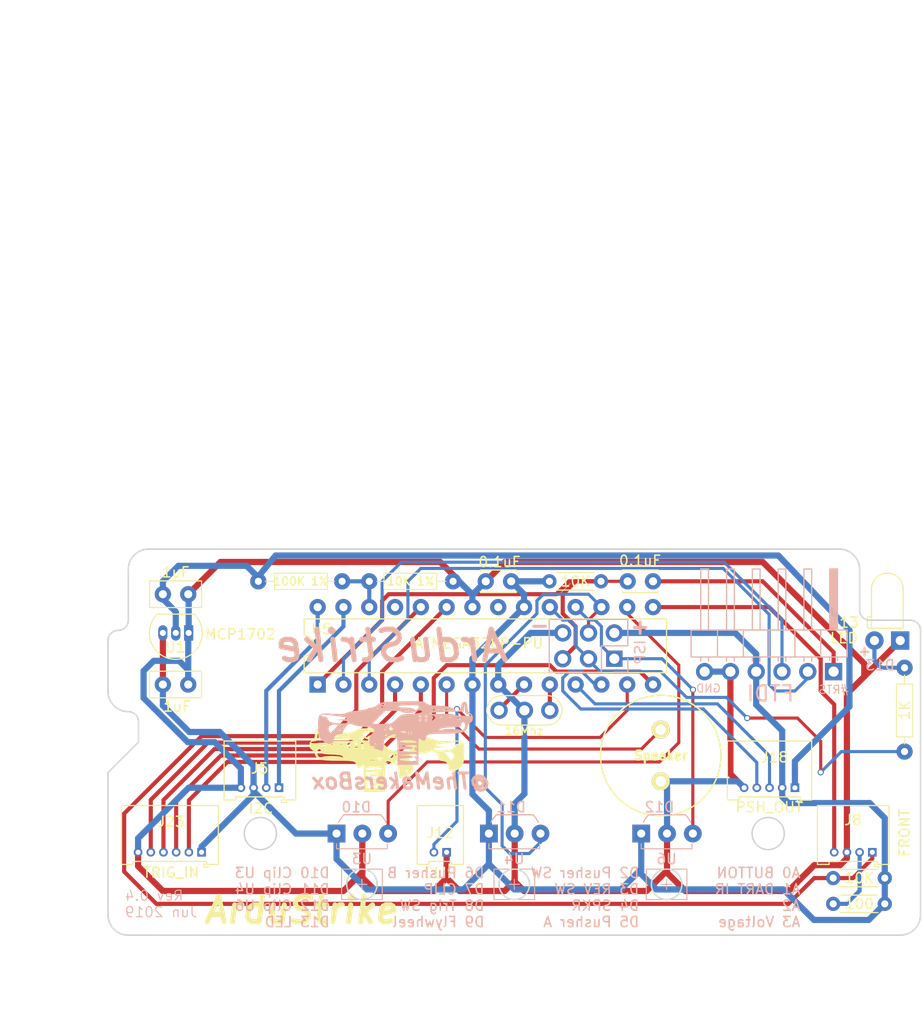
<source format=kicad_pcb>
(kicad_pcb (version 4) (host pcbnew 4.0.7)

  (general
    (links 70)
    (no_connects 0)
    (area 130.922999 86.289999 211.073001 124.440001)
    (thickness 1.6)
    (drawings 58)
    (tracks 310)
    (zones 0)
    (modules 29)
    (nets 31)
  )

  (page A4)
  (title_block
    (date "lun. 30 mars 2015")
  )

  (layers
    (0 F.Cu signal)
    (31 B.Cu signal)
    (32 B.Adhes user)
    (33 F.Adhes user)
    (34 B.Paste user)
    (35 F.Paste user)
    (36 B.SilkS user)
    (37 F.SilkS user)
    (38 B.Mask user)
    (39 F.Mask user)
    (40 Dwgs.User user)
    (41 Cmts.User user)
    (42 Eco1.User user)
    (43 Eco2.User user)
    (44 Edge.Cuts user)
    (45 Margin user)
    (46 B.CrtYd user)
    (47 F.CrtYd user)
    (48 B.Fab user)
    (49 F.Fab user)
  )

  (setup
    (last_trace_width 0.25)
    (user_trace_width 0.254)
    (user_trace_width 0.3048)
    (user_trace_width 0.4064)
    (user_trace_width 0.6096)
    (user_trace_width 0.9144)
    (user_trace_width 1.524)
    (user_trace_width 2.032)
    (trace_clearance 0.2)
    (zone_clearance 0.508)
    (zone_45_only no)
    (trace_min 0.2)
    (segment_width 0.15)
    (edge_width 0.15)
    (via_size 0.6)
    (via_drill 0.4)
    (via_min_size 0.4)
    (via_min_drill 0.3)
    (uvia_size 0.3)
    (uvia_drill 0.1)
    (uvias_allowed no)
    (uvia_min_size 0.2)
    (uvia_min_drill 0.1)
    (pcb_text_width 0.3)
    (pcb_text_size 1.5 1.5)
    (mod_edge_width 0.15)
    (mod_text_size 1 1)
    (mod_text_width 0.15)
    (pad_size 3 3)
    (pad_drill 3)
    (pad_to_mask_clearance 0)
    (aux_axis_origin 110.998 126.365)
    (grid_origin 110.998 126.365)
    (visible_elements 7FFFFFFF)
    (pcbplotparams
      (layerselection 0x010f0_80000001)
      (usegerberextensions true)
      (excludeedgelayer true)
      (linewidth 0.100000)
      (plotframeref false)
      (viasonmask false)
      (mode 1)
      (useauxorigin false)
      (hpglpennumber 1)
      (hpglpenspeed 20)
      (hpglpendiameter 15)
      (hpglpenoverlay 2)
      (psnegative false)
      (psa4output false)
      (plotreference true)
      (plotvalue true)
      (plotinvisibletext false)
      (padsonsilk false)
      (subtractmaskfromsilk false)
      (outputformat 1)
      (mirror false)
      (drillshape 0)
      (scaleselection 1)
      (outputdirectory gerbers/))
  )

  (net 0 "")
  (net 1 /Reset)
  (net 2 GND)
  (net 3 /A0)
  (net 4 /A1)
  (net 5 /A2)
  (net 6 /A3)
  (net 7 /AREF)
  (net 8 "/A4(SDA)")
  (net 9 "/A5(SCL)")
  (net 10 "/9(**)")
  (net 11 /8)
  (net 12 /7)
  (net 13 "/6(**)")
  (net 14 "/5(**)")
  (net 15 /4)
  (net 16 "/3(**)")
  (net 17 /2)
  (net 18 "/13(SCK)")
  (net 19 "/12(MISO)")
  (net 20 VCC)
  (net 21 "Net-(D2-Pad2)")
  (net 22 "Net-(U5-Pad9)")
  (net 23 "Net-(U5-Pad10)")
  (net 24 "/11(MOSI)")
  (net 25 "/10(SS)")
  (net 26 "/0(Rx)")
  (net 27 "/1(Tx)")
  (net 28 /Vin)
  (net 29 /#RTS)
  (net 30 "Net-(J8-Pad2)")

  (net_class Default "This is the default net class."
    (clearance 0.2)
    (trace_width 0.25)
    (via_dia 0.6)
    (via_drill 0.4)
    (uvia_dia 0.3)
    (uvia_drill 0.1)
    (add_net /#RTS)
    (add_net "/0(Rx)")
    (add_net "/1(Tx)")
    (add_net "/10(SS)")
    (add_net "/11(MOSI)")
    (add_net "/12(MISO)")
    (add_net "/13(SCK)")
    (add_net /2)
    (add_net "/3(**)")
    (add_net /4)
    (add_net "/5(**)")
    (add_net "/6(**)")
    (add_net /7)
    (add_net /8)
    (add_net "/9(**)")
    (add_net /A0)
    (add_net /A1)
    (add_net /A2)
    (add_net /A3)
    (add_net "/A4(SDA)")
    (add_net "/A5(SCL)")
    (add_net /AREF)
    (add_net /Reset)
    (add_net /Vin)
    (add_net GND)
    (add_net "Net-(D2-Pad2)")
    (add_net "Net-(J8-Pad2)")
    (add_net "Net-(U5-Pad10)")
    (add_net "Net-(U5-Pad9)")
    (add_net VCC)
  )

  (module footprints:SPEAKER (layer F.Cu) (tedit 5D04DAF3) (tstamp 5CF7F78A)
    (at 185.42 106.68)
    (descr "Switch inverseur")
    (tags "SWITCH DEV")
    (path /5CF98DB6)
    (fp_text reference LS1 (at 0 5.08) (layer F.SilkS) hide
      (effects (font (size 1.016 1.016) (thickness 0.2032)))
    )
    (fp_text value Speaker (at 0 0) (layer F.SilkS)
      (effects (font (size 0.889 0.889) (thickness 0.22225)))
    )
    (fp_circle (center 0 0) (end -5.842 -1.016) (layer F.SilkS) (width 0.15))
    (pad 2 thru_hole circle (at 0 2.54) (size 1.778 1.778) (drill 1.016) (layers *.Cu *.Mask F.SilkS)
      (net 2 GND))
    (pad 1 thru_hole circle (at 0 -2.54) (size 1.778 1.778) (drill 1.016) (layers *.Cu *.Mask F.SilkS)
      (net 15 /4))
  )

  (module footprints:Molex_PicoBlade_53048-0610_06x1.25mm_Angled (layer F.Cu) (tedit 5CFFD746) (tstamp 5D001F06)
    (at 140.208 116.205 180)
    (descr "Molex PicoBlade, single row, side entry type, through hole, PN:53048-0610")
    (tags "connector molex picoblade")
    (path /5CFC1FA0)
    (fp_text reference J23 (at 3 3 180) (layer F.SilkS)
      (effects (font (size 1 1) (thickness 0.15)))
    )
    (fp_text value TRIG_IN (at 3 -2 180) (layer F.SilkS)
      (effects (font (size 1 1) (thickness 0.15)))
    )
    (fp_line (start -0.25 -1.15) (end -0.25 -1.45) (layer F.SilkS) (width 0.12))
    (fp_line (start -0.25 -1.45) (end -0.75 -1.45) (layer F.SilkS) (width 0.12))
    (fp_line (start -0.25 -1.15) (end -0.25 -1.45) (layer F.Fab) (width 0.1))
    (fp_line (start -0.25 -1.45) (end -0.75 -1.45) (layer F.Fab) (width 0.1))
    (fp_line (start 3.1 -1.25) (end -0.15 -1.25) (layer F.CrtYd) (width 0.05))
    (fp_line (start -0.15 -1.25) (end -0.15 -1.55) (layer F.CrtYd) (width 0.05))
    (fp_line (start -0.15 -1.55) (end -2 -1.55) (layer F.CrtYd) (width 0.05))
    (fp_line (start -2 -1.55) (end -2 4.95) (layer F.CrtYd) (width 0.05))
    (fp_line (start -2 4.95) (end 3.1 4.95) (layer F.CrtYd) (width 0.05))
    (fp_line (start 3.1 -1.25) (end 6.4 -1.25) (layer F.CrtYd) (width 0.05))
    (fp_line (start 6.4 -1.25) (end 6.4 -1.55) (layer F.CrtYd) (width 0.05))
    (fp_line (start 6.4 -1.55) (end 8.25 -1.55) (layer F.CrtYd) (width 0.05))
    (fp_line (start 8.25 -1.55) (end 8.25 4.95) (layer F.CrtYd) (width 0.05))
    (fp_line (start 8.25 4.95) (end 3.1 4.95) (layer F.CrtYd) (width 0.05))
    (fp_line (start 3.125 -0.75) (end -0.65 -0.75) (layer F.Fab) (width 0.1))
    (fp_line (start -0.65 -0.75) (end -0.65 -1.05) (layer F.Fab) (width 0.1))
    (fp_line (start -0.65 -1.05) (end -1.5 -1.05) (layer F.Fab) (width 0.1))
    (fp_line (start -1.5 -1.05) (end -1.5 4.45) (layer F.Fab) (width 0.1))
    (fp_line (start -1.5 4.45) (end 3.125 4.45) (layer F.Fab) (width 0.1))
    (fp_line (start 3.125 -0.75) (end 6.9 -0.75) (layer F.Fab) (width 0.1))
    (fp_line (start 6.9 -0.75) (end 6.9 -1.05) (layer F.Fab) (width 0.1))
    (fp_line (start 6.9 -1.05) (end 7.75 -1.05) (layer F.Fab) (width 0.1))
    (fp_line (start 7.75 -1.05) (end 7.75 4.45) (layer F.Fab) (width 0.1))
    (fp_line (start 7.75 4.45) (end 3.125 4.45) (layer F.Fab) (width 0.1))
    (fp_line (start 3.125 -0.9) (end -0.5 -0.9) (layer F.SilkS) (width 0.12))
    (fp_line (start -0.5 -0.9) (end -0.5 -1.2) (layer F.SilkS) (width 0.12))
    (fp_line (start -0.5 -1.2) (end -1.65 -1.2) (layer F.SilkS) (width 0.12))
    (fp_line (start -1.65 -1.2) (end -1.65 4.6) (layer F.SilkS) (width 0.12))
    (fp_line (start -1.65 4.6) (end 3.125 4.6) (layer F.SilkS) (width 0.12))
    (fp_line (start 3.125 -0.9) (end 6.75 -0.9) (layer F.SilkS) (width 0.12))
    (fp_line (start 6.75 -0.9) (end 6.75 -1.2) (layer F.SilkS) (width 0.12))
    (fp_line (start 6.75 -1.2) (end 7.9 -1.2) (layer F.SilkS) (width 0.12))
    (fp_line (start 7.9 -1.2) (end 7.9 4.6) (layer F.SilkS) (width 0.12))
    (fp_line (start 7.9 4.6) (end 3.125 4.6) (layer F.SilkS) (width 0.12))
    (fp_text user %R (at 3.125 3 180) (layer F.Fab)
      (effects (font (size 1 1) (thickness 0.15)))
    )
    (pad 1 thru_hole rect (at 0 0 180) (size 0.85 0.85) (drill 0.5) (layers *.Cu *.Mask)
      (net 20 VCC))
    (pad 2 thru_hole circle (at 1.25 0 180) (size 0.85 0.85) (drill 0.5) (layers *.Cu *.Mask)
      (net 11 /8))
    (pad 3 thru_hole circle (at 2.5 0 180) (size 0.85 0.85) (drill 0.5) (layers *.Cu *.Mask)
      (net 16 "/3(**)"))
    (pad 4 thru_hole circle (at 3.75 0 180) (size 0.85 0.85) (drill 0.5) (layers *.Cu *.Mask)
      (net 17 /2))
    (pad 5 thru_hole circle (at 5 0 180) (size 0.85 0.85) (drill 0.5) (layers *.Cu *.Mask)
      (net 3 /A0))
    (pad 6 thru_hole circle (at 6.25 0 180) (size 0.85 0.85) (drill 0.5) (layers *.Cu *.Mask)
      (net 2 GND))
    (model ${KISYS3DMOD}/Connectors_Molex.3dshapes/Molex_PicoBlade_53048-0610_06x1.25mm_Angled.wrl
      (at (xyz 0 0 0))
      (scale (xyz 1 1 1))
      (rotate (xyz 0 0 0))
    )
  )

  (module footprints:Molex_PicoBlade_53048-0510_05x1.25mm_Angled (layer F.Cu) (tedit 5D1162A8) (tstamp 5D001E6A)
    (at 198.628 109.855 180)
    (descr "Molex PicoBlade, single row, side entry type, through hole, PN:53048-0510")
    (tags "connector molex picoblade")
    (path /5CF86D22)
    (fp_text reference J18 (at 2 3 180) (layer F.SilkS)
      (effects (font (size 1 1) (thickness 0.15)))
    )
    (fp_text value PSH_OUT (at 2.54 -1.905 180) (layer F.SilkS)
      (effects (font (size 1 1) (thickness 0.15)))
    )
    (fp_line (start -0.25 -1.15) (end -0.25 -1.45) (layer F.SilkS) (width 0.12))
    (fp_line (start -0.25 -1.45) (end -0.75 -1.45) (layer F.SilkS) (width 0.12))
    (fp_line (start -0.25 -1.15) (end -0.25 -1.45) (layer F.Fab) (width 0.1))
    (fp_line (start -0.25 -1.45) (end -0.75 -1.45) (layer F.Fab) (width 0.1))
    (fp_line (start 2.5 -1.25) (end -0.15 -1.25) (layer F.CrtYd) (width 0.05))
    (fp_line (start -0.15 -1.25) (end -0.15 -1.55) (layer F.CrtYd) (width 0.05))
    (fp_line (start -0.15 -1.55) (end -2 -1.55) (layer F.CrtYd) (width 0.05))
    (fp_line (start -2 -1.55) (end -2 4.95) (layer F.CrtYd) (width 0.05))
    (fp_line (start -2 4.95) (end 2.5 4.95) (layer F.CrtYd) (width 0.05))
    (fp_line (start 2.5 -1.25) (end 5.15 -1.25) (layer F.CrtYd) (width 0.05))
    (fp_line (start 5.15 -1.25) (end 5.15 -1.55) (layer F.CrtYd) (width 0.05))
    (fp_line (start 5.15 -1.55) (end 7 -1.55) (layer F.CrtYd) (width 0.05))
    (fp_line (start 7 -1.55) (end 7 4.95) (layer F.CrtYd) (width 0.05))
    (fp_line (start 7 4.95) (end 2.5 4.95) (layer F.CrtYd) (width 0.05))
    (fp_line (start 2.5 -0.75) (end -0.65 -0.75) (layer F.Fab) (width 0.1))
    (fp_line (start -0.65 -0.75) (end -0.65 -1.05) (layer F.Fab) (width 0.1))
    (fp_line (start -0.65 -1.05) (end -1.5 -1.05) (layer F.Fab) (width 0.1))
    (fp_line (start -1.5 -1.05) (end -1.5 4.45) (layer F.Fab) (width 0.1))
    (fp_line (start -1.5 4.45) (end 2.5 4.45) (layer F.Fab) (width 0.1))
    (fp_line (start 2.5 -0.75) (end 5.65 -0.75) (layer F.Fab) (width 0.1))
    (fp_line (start 5.65 -0.75) (end 5.65 -1.05) (layer F.Fab) (width 0.1))
    (fp_line (start 5.65 -1.05) (end 6.5 -1.05) (layer F.Fab) (width 0.1))
    (fp_line (start 6.5 -1.05) (end 6.5 4.45) (layer F.Fab) (width 0.1))
    (fp_line (start 6.5 4.45) (end 2.5 4.45) (layer F.Fab) (width 0.1))
    (fp_line (start 2.5 -0.9) (end -0.5 -0.9) (layer F.SilkS) (width 0.12))
    (fp_line (start -0.5 -0.9) (end -0.5 -1.2) (layer F.SilkS) (width 0.12))
    (fp_line (start -0.5 -1.2) (end -1.65 -1.2) (layer F.SilkS) (width 0.12))
    (fp_line (start -1.65 -1.2) (end -1.65 4.6) (layer F.SilkS) (width 0.12))
    (fp_line (start -1.65 4.6) (end 2.5 4.6) (layer F.SilkS) (width 0.12))
    (fp_line (start 2.5 -0.9) (end 5.5 -0.9) (layer F.SilkS) (width 0.12))
    (fp_line (start 5.5 -0.9) (end 5.5 -1.2) (layer F.SilkS) (width 0.12))
    (fp_line (start 5.5 -1.2) (end 6.65 -1.2) (layer F.SilkS) (width 0.12))
    (fp_line (start 6.65 -1.2) (end 6.65 4.6) (layer F.SilkS) (width 0.12))
    (fp_line (start 6.65 4.6) (end 2.5 4.6) (layer F.SilkS) (width 0.12))
    (fp_text user %R (at 2.5 3 180) (layer F.Fab)
      (effects (font (size 1 1) (thickness 0.15)))
    )
    (pad 1 thru_hole rect (at 0 0 180) (size 0.85 0.85) (drill 0.5) (layers *.Cu *.Mask)
      (net 28 /Vin))
    (pad 2 thru_hole circle (at 1.25 0 180) (size 0.85 0.85) (drill 0.5) (layers *.Cu *.Mask)
      (net 20 VCC))
    (pad 3 thru_hole circle (at 2.5 0 180) (size 0.85 0.85) (drill 0.5) (layers *.Cu *.Mask)
      (net 14 "/5(**)"))
    (pad 4 thru_hole circle (at 3.75 0 180) (size 0.85 0.85) (drill 0.5) (layers *.Cu *.Mask)
      (net 13 "/6(**)"))
    (pad 5 thru_hole circle (at 5 0 180) (size 0.85 0.85) (drill 0.5) (layers *.Cu *.Mask)
      (net 2 GND))
    (model ${KISYS3DMOD}/Connectors_Molex.3dshapes/Molex_PicoBlade_53048-0510_05x1.25mm_Angled.wrl
      (at (xyz 0 0 0))
      (scale (xyz 1 1 1))
      (rotate (xyz 0 0 0))
    )
  )

  (module footprints:Molex_PicoBlade_53048-0410_04x1.25mm_Angled (layer F.Cu) (tedit 5CE5B7F0) (tstamp 5CE79943)
    (at 147.828 109.855 180)
    (descr "Molex PicoBlade, single row, side entry type, through hole, PN:53048-0410")
    (tags "connector molex picoblade")
    (path /5CE17509)
    (fp_text reference J5 (at 1.905 1.905 180) (layer F.SilkS)
      (effects (font (size 1 1) (thickness 0.15)))
    )
    (fp_text value I2C (at 1.778 -2.032 180) (layer F.SilkS)
      (effects (font (size 1 1) (thickness 0.15)))
    )
    (fp_line (start -0.25 -1.15) (end -0.25 -1.45) (layer F.SilkS) (width 0.12))
    (fp_line (start -0.25 -1.45) (end -0.75 -1.45) (layer F.SilkS) (width 0.12))
    (fp_line (start -0.25 -1.15) (end -0.25 -1.45) (layer F.Fab) (width 0.1))
    (fp_line (start -0.25 -1.45) (end -0.75 -1.45) (layer F.Fab) (width 0.1))
    (fp_line (start 1.85 -1.25) (end -0.15 -1.25) (layer F.CrtYd) (width 0.05))
    (fp_line (start -0.15 -1.25) (end -0.15 -1.55) (layer F.CrtYd) (width 0.05))
    (fp_line (start -0.15 -1.55) (end -2 -1.55) (layer F.CrtYd) (width 0.05))
    (fp_line (start -2 -1.55) (end -2 4.95) (layer F.CrtYd) (width 0.05))
    (fp_line (start -2 4.95) (end 1.85 4.95) (layer F.CrtYd) (width 0.05))
    (fp_line (start 1.85 -1.25) (end 3.9 -1.25) (layer F.CrtYd) (width 0.05))
    (fp_line (start 3.9 -1.25) (end 3.9 -1.55) (layer F.CrtYd) (width 0.05))
    (fp_line (start 3.9 -1.55) (end 5.75 -1.55) (layer F.CrtYd) (width 0.05))
    (fp_line (start 5.75 -1.55) (end 5.75 4.95) (layer F.CrtYd) (width 0.05))
    (fp_line (start 5.75 4.95) (end 1.85 4.95) (layer F.CrtYd) (width 0.05))
    (fp_line (start 1.875 -0.75) (end -0.65 -0.75) (layer F.Fab) (width 0.1))
    (fp_line (start -0.65 -0.75) (end -0.65 -1.05) (layer F.Fab) (width 0.1))
    (fp_line (start -0.65 -1.05) (end -1.5 -1.05) (layer F.Fab) (width 0.1))
    (fp_line (start -1.5 -1.05) (end -1.5 4.45) (layer F.Fab) (width 0.1))
    (fp_line (start -1.5 4.45) (end 1.875 4.45) (layer F.Fab) (width 0.1))
    (fp_line (start 1.875 -0.75) (end 4.4 -0.75) (layer F.Fab) (width 0.1))
    (fp_line (start 4.4 -0.75) (end 4.4 -1.05) (layer F.Fab) (width 0.1))
    (fp_line (start 4.4 -1.05) (end 5.25 -1.05) (layer F.Fab) (width 0.1))
    (fp_line (start 5.25 -1.05) (end 5.25 4.45) (layer F.Fab) (width 0.1))
    (fp_line (start 5.25 4.45) (end 1.875 4.45) (layer F.Fab) (width 0.1))
    (fp_line (start 1.875 -0.9) (end -0.5 -0.9) (layer F.SilkS) (width 0.12))
    (fp_line (start -0.5 -0.9) (end -0.5 -1.2) (layer F.SilkS) (width 0.12))
    (fp_line (start -0.5 -1.2) (end -1.65 -1.2) (layer F.SilkS) (width 0.12))
    (fp_line (start -1.65 -1.2) (end -1.65 4.6) (layer F.SilkS) (width 0.12))
    (fp_line (start -1.65 4.6) (end 1.875 4.6) (layer F.SilkS) (width 0.12))
    (fp_line (start 1.875 -0.9) (end 4.25 -0.9) (layer F.SilkS) (width 0.12))
    (fp_line (start 4.25 -0.9) (end 4.25 -1.2) (layer F.SilkS) (width 0.12))
    (fp_line (start 4.25 -1.2) (end 5.4 -1.2) (layer F.SilkS) (width 0.12))
    (fp_line (start 5.4 -1.2) (end 5.4 4.6) (layer F.SilkS) (width 0.12))
    (fp_line (start 5.4 4.6) (end 1.875 4.6) (layer F.SilkS) (width 0.12))
    (fp_text user %R (at 1.875 3 180) (layer F.Fab)
      (effects (font (size 1 1) (thickness 0.15)))
    )
    (pad 1 thru_hole rect (at 0 0 180) (size 0.85 0.85) (drill 0.5) (layers *.Cu *.Mask)
      (net 8 "/A4(SDA)"))
    (pad 2 thru_hole circle (at 1.25 0 180) (size 0.85 0.85) (drill 0.5) (layers *.Cu *.Mask)
      (net 9 "/A5(SCL)"))
    (pad 3 thru_hole circle (at 2.5 0 180) (size 0.85 0.85) (drill 0.5) (layers *.Cu *.Mask)
      (net 20 VCC))
    (pad 4 thru_hole circle (at 3.75 0 180) (size 0.85 0.85) (drill 0.5) (layers *.Cu *.Mask)
      (net 2 GND))
    (model ${KISYS3DMOD}/Connectors_Molex.3dshapes/Molex_PicoBlade_53048-0410_04x1.25mm_Angled.wrl
      (at (xyz 0 0 0))
      (scale (xyz 1 1 1))
      (rotate (xyz 0 0 0))
    )
  )

  (module footprints:Pin_Header_Angled_1x06_Pitch2.54mm (layer B.Cu) (tedit 5D04DD59) (tstamp 5CE766F8)
    (at 202.438 98.425 90)
    (descr "Through hole angled pin header, 1x06, 2.54mm pitch, 6mm pin length, single row")
    (tags "Through hole angled pin header THT 1x06 2.54mm single row")
    (path /5CE157C8)
    (fp_text reference J7 (at 4.385 2.27 90) (layer B.SilkS) hide
      (effects (font (size 1 1) (thickness 0.15)) (justify mirror))
    )
    (fp_text value FTDI (at 4.385 -14.97 90) (layer B.Fab)
      (effects (font (size 1 1) (thickness 0.15)) (justify mirror))
    )
    (fp_line (start 2.135 1.27) (end 4.04 1.27) (layer B.Fab) (width 0.1))
    (fp_line (start 4.04 1.27) (end 4.04 -13.97) (layer B.Fab) (width 0.1))
    (fp_line (start 4.04 -13.97) (end 1.5 -13.97) (layer B.Fab) (width 0.1))
    (fp_line (start 1.5 -13.97) (end 1.5 0.635) (layer B.Fab) (width 0.1))
    (fp_line (start 1.5 0.635) (end 2.135 1.27) (layer B.Fab) (width 0.1))
    (fp_line (start -0.32 0.32) (end 1.5 0.32) (layer B.Fab) (width 0.1))
    (fp_line (start -0.32 0.32) (end -0.32 -0.32) (layer B.Fab) (width 0.1))
    (fp_line (start -0.32 -0.32) (end 1.5 -0.32) (layer B.Fab) (width 0.1))
    (fp_line (start 4.04 0.32) (end 10.04 0.32) (layer B.Fab) (width 0.1))
    (fp_line (start 10.04 0.32) (end 10.04 -0.32) (layer B.Fab) (width 0.1))
    (fp_line (start 4.04 -0.32) (end 10.04 -0.32) (layer B.Fab) (width 0.1))
    (fp_line (start -0.32 -2.22) (end 1.5 -2.22) (layer B.Fab) (width 0.1))
    (fp_line (start -0.32 -2.22) (end -0.32 -2.86) (layer B.Fab) (width 0.1))
    (fp_line (start -0.32 -2.86) (end 1.5 -2.86) (layer B.Fab) (width 0.1))
    (fp_line (start 4.04 -2.22) (end 10.04 -2.22) (layer B.Fab) (width 0.1))
    (fp_line (start 10.04 -2.22) (end 10.04 -2.86) (layer B.Fab) (width 0.1))
    (fp_line (start 4.04 -2.86) (end 10.04 -2.86) (layer B.Fab) (width 0.1))
    (fp_line (start -0.32 -4.76) (end 1.5 -4.76) (layer B.Fab) (width 0.1))
    (fp_line (start -0.32 -4.76) (end -0.32 -5.4) (layer B.Fab) (width 0.1))
    (fp_line (start -0.32 -5.4) (end 1.5 -5.4) (layer B.Fab) (width 0.1))
    (fp_line (start 4.04 -4.76) (end 10.04 -4.76) (layer B.Fab) (width 0.1))
    (fp_line (start 10.04 -4.76) (end 10.04 -5.4) (layer B.Fab) (width 0.1))
    (fp_line (start 4.04 -5.4) (end 10.04 -5.4) (layer B.Fab) (width 0.1))
    (fp_line (start -0.32 -7.3) (end 1.5 -7.3) (layer B.Fab) (width 0.1))
    (fp_line (start -0.32 -7.3) (end -0.32 -7.94) (layer B.Fab) (width 0.1))
    (fp_line (start -0.32 -7.94) (end 1.5 -7.94) (layer B.Fab) (width 0.1))
    (fp_line (start 4.04 -7.3) (end 10.04 -7.3) (layer B.Fab) (width 0.1))
    (fp_line (start 10.04 -7.3) (end 10.04 -7.94) (layer B.Fab) (width 0.1))
    (fp_line (start 4.04 -7.94) (end 10.04 -7.94) (layer B.Fab) (width 0.1))
    (fp_line (start -0.32 -9.84) (end 1.5 -9.84) (layer B.Fab) (width 0.1))
    (fp_line (start -0.32 -9.84) (end -0.32 -10.48) (layer B.Fab) (width 0.1))
    (fp_line (start -0.32 -10.48) (end 1.5 -10.48) (layer B.Fab) (width 0.1))
    (fp_line (start 4.04 -9.84) (end 10.04 -9.84) (layer B.Fab) (width 0.1))
    (fp_line (start 10.04 -9.84) (end 10.04 -10.48) (layer B.Fab) (width 0.1))
    (fp_line (start 4.04 -10.48) (end 10.04 -10.48) (layer B.Fab) (width 0.1))
    (fp_line (start -0.32 -12.38) (end 1.5 -12.38) (layer B.Fab) (width 0.1))
    (fp_line (start -0.32 -12.38) (end -0.32 -13.02) (layer B.Fab) (width 0.1))
    (fp_line (start -0.32 -13.02) (end 1.5 -13.02) (layer B.Fab) (width 0.1))
    (fp_line (start 4.04 -12.38) (end 10.04 -12.38) (layer B.Fab) (width 0.1))
    (fp_line (start 10.04 -12.38) (end 10.04 -13.02) (layer B.Fab) (width 0.1))
    (fp_line (start 4.04 -13.02) (end 10.04 -13.02) (layer B.Fab) (width 0.1))
    (fp_line (start 1.44 1.33) (end 1.44 -14.03) (layer B.SilkS) (width 0.12))
    (fp_line (start 1.44 -14.03) (end 4.1 -14.03) (layer B.SilkS) (width 0.12))
    (fp_line (start 4.1 -14.03) (end 4.1 1.33) (layer B.SilkS) (width 0.12))
    (fp_line (start 4.1 1.33) (end 1.44 1.33) (layer B.SilkS) (width 0.12))
    (fp_line (start 4.1 0.38) (end 10.1 0.38) (layer B.SilkS) (width 0.12))
    (fp_line (start 10.1 0.38) (end 10.1 -0.38) (layer B.SilkS) (width 0.12))
    (fp_line (start 10.1 -0.38) (end 4.1 -0.38) (layer B.SilkS) (width 0.12))
    (fp_line (start 4.1 0.32) (end 10.1 0.32) (layer B.SilkS) (width 0.12))
    (fp_line (start 4.1 0.2) (end 10.1 0.2) (layer B.SilkS) (width 0.12))
    (fp_line (start 4.1 0.08) (end 10.1 0.08) (layer B.SilkS) (width 0.12))
    (fp_line (start 4.1 -0.04) (end 10.1 -0.04) (layer B.SilkS) (width 0.12))
    (fp_line (start 4.1 -0.16) (end 10.1 -0.16) (layer B.SilkS) (width 0.12))
    (fp_line (start 4.1 -0.28) (end 10.1 -0.28) (layer B.SilkS) (width 0.12))
    (fp_line (start 1.11 0.38) (end 1.44 0.38) (layer B.SilkS) (width 0.12))
    (fp_line (start 1.11 -0.38) (end 1.44 -0.38) (layer B.SilkS) (width 0.12))
    (fp_line (start 1.44 -1.27) (end 4.1 -1.27) (layer B.SilkS) (width 0.12))
    (fp_line (start 4.1 -2.16) (end 10.1 -2.16) (layer B.SilkS) (width 0.12))
    (fp_line (start 10.1 -2.16) (end 10.1 -2.92) (layer B.SilkS) (width 0.12))
    (fp_line (start 10.1 -2.92) (end 4.1 -2.92) (layer B.SilkS) (width 0.12))
    (fp_line (start 1.042929 -2.16) (end 1.44 -2.16) (layer B.SilkS) (width 0.12))
    (fp_line (start 1.042929 -2.92) (end 1.44 -2.92) (layer B.SilkS) (width 0.12))
    (fp_line (start 1.44 -3.81) (end 4.1 -3.81) (layer B.SilkS) (width 0.12))
    (fp_line (start 4.1 -4.7) (end 10.1 -4.7) (layer B.SilkS) (width 0.12))
    (fp_line (start 10.1 -4.7) (end 10.1 -5.46) (layer B.SilkS) (width 0.12))
    (fp_line (start 10.1 -5.46) (end 4.1 -5.46) (layer B.SilkS) (width 0.12))
    (fp_line (start 1.042929 -4.7) (end 1.44 -4.7) (layer B.SilkS) (width 0.12))
    (fp_line (start 1.042929 -5.46) (end 1.44 -5.46) (layer B.SilkS) (width 0.12))
    (fp_line (start 1.44 -6.35) (end 4.1 -6.35) (layer B.SilkS) (width 0.12))
    (fp_line (start 4.1 -7.24) (end 10.1 -7.24) (layer B.SilkS) (width 0.12))
    (fp_line (start 10.1 -7.24) (end 10.1 -8) (layer B.SilkS) (width 0.12))
    (fp_line (start 10.1 -8) (end 4.1 -8) (layer B.SilkS) (width 0.12))
    (fp_line (start 1.042929 -7.24) (end 1.44 -7.24) (layer B.SilkS) (width 0.12))
    (fp_line (start 1.042929 -8) (end 1.44 -8) (layer B.SilkS) (width 0.12))
    (fp_line (start 1.44 -8.89) (end 4.1 -8.89) (layer B.SilkS) (width 0.12))
    (fp_line (start 4.1 -9.78) (end 10.1 -9.78) (layer B.SilkS) (width 0.12))
    (fp_line (start 10.1 -9.78) (end 10.1 -10.54) (layer B.SilkS) (width 0.12))
    (fp_line (start 10.1 -10.54) (end 4.1 -10.54) (layer B.SilkS) (width 0.12))
    (fp_line (start 1.042929 -9.78) (end 1.44 -9.78) (layer B.SilkS) (width 0.12))
    (fp_line (start 1.042929 -10.54) (end 1.44 -10.54) (layer B.SilkS) (width 0.12))
    (fp_line (start 1.44 -11.43) (end 4.1 -11.43) (layer B.SilkS) (width 0.12))
    (fp_line (start 4.1 -12.32) (end 10.1 -12.32) (layer B.SilkS) (width 0.12))
    (fp_line (start 10.1 -12.32) (end 10.1 -13.08) (layer B.SilkS) (width 0.12))
    (fp_line (start 10.1 -13.08) (end 4.1 -13.08) (layer B.SilkS) (width 0.12))
    (fp_line (start 1.042929 -12.32) (end 1.44 -12.32) (layer B.SilkS) (width 0.12))
    (fp_line (start 1.042929 -13.08) (end 1.44 -13.08) (layer B.SilkS) (width 0.12))
    (fp_line (start -1.8 1.8) (end -1.8 -14.5) (layer B.CrtYd) (width 0.05))
    (fp_line (start -1.8 -14.5) (end 10.55 -14.5) (layer B.CrtYd) (width 0.05))
    (fp_line (start 10.55 -14.5) (end 10.55 1.8) (layer B.CrtYd) (width 0.05))
    (fp_line (start 10.55 1.8) (end -1.8 1.8) (layer B.CrtYd) (width 0.05))
    (fp_text user %R (at 2.77 -6.35 360) (layer B.Fab)
      (effects (font (size 1 1) (thickness 0.15)) (justify mirror))
    )
    (pad 1 thru_hole rect (at 0 0 90) (size 1.7 1.7) (drill 1) (layers *.Cu *.Mask)
      (net 29 /#RTS))
    (pad 2 thru_hole oval (at 0 -2.54 90) (size 1.7 1.7) (drill 1) (layers *.Cu *.Mask)
      (net 27 "/1(Tx)"))
    (pad 3 thru_hole oval (at 0 -5.08 90) (size 1.7 1.7) (drill 1) (layers *.Cu *.Mask)
      (net 26 "/0(Rx)"))
    (pad 4 thru_hole oval (at 0 -7.62 90) (size 1.7 1.7) (drill 1) (layers *.Cu *.Mask)
      (net 20 VCC))
    (pad 5 thru_hole oval (at 0 -10.16 90) (size 1.7 1.7) (drill 1) (layers *.Cu *.Mask)
      (net 2 GND))
    (pad 6 thru_hole oval (at 0 -12.7 90) (size 1.7 1.7) (drill 1) (layers *.Cu *.Mask)
      (net 2 GND))
    (model ${KISYS3DMOD}/Pin_Headers.3dshapes/Pin_Header_Angled_1x06_Pitch2.54mm.wrl
      (at (xyz 0 0 0))
      (scale (xyz 1 1 1))
      (rotate (xyz 0 0 0))
    )
  )

  (module footprints:R__P5.08mm (layer F.Cu) (tedit 5CE6B6CD) (tstamp 5CF899C0)
    (at 204.978 118.745 180)
    (descr "Resistor, Axial_DIN0204 series, Axial, Horizontal, pin pitch=5.08mm, 0.16666666666666666W = 1/6W, length*diameter=3.6*1.6mm^2, http://cdn-reichelt.de/documents/datenblatt/B400/1_4W%23YAG.pdf")
    (tags "Resistor Axial_DIN0204 series Axial Horizontal pin pitch 5.08mm 0.16666666666666666W = 1/6W length 3.6mm diameter 1.6mm")
    (path /5D001371)
    (fp_text reference R20 (at 0 0 180) (layer F.SilkS) hide
      (effects (font (size 1 1) (thickness 0.15)))
    )
    (fp_text value 10K (at 0 0 180) (layer F.SilkS)
      (effects (font (size 1 1) (thickness 0.15)))
    )
    (fp_line (start -1.76 -0.8) (end -1.76 0.8) (layer F.Fab) (width 0.1))
    (fp_line (start -1.76 0.8) (end 1.84 0.8) (layer F.Fab) (width 0.1))
    (fp_line (start 1.84 0.8) (end 1.84 -0.8) (layer F.Fab) (width 0.1))
    (fp_line (start 1.84 -0.8) (end -1.76 -0.8) (layer F.Fab) (width 0.1))
    (fp_line (start -2.5 0) (end -1.76 0) (layer F.Fab) (width 0.1))
    (fp_line (start 2.58 0) (end 1.84 0) (layer F.Fab) (width 0.1))
    (fp_line (start -1.82 -0.86) (end 1.9 -0.86) (layer F.SilkS) (width 0.12))
    (fp_line (start -1.82 0.86) (end 1.9 0.86) (layer F.SilkS) (width 0.12))
    (fp_line (start -3.45 -1.15) (end -3.45 1.15) (layer F.CrtYd) (width 0.05))
    (fp_line (start -3.45 1.15) (end 3.55 1.15) (layer F.CrtYd) (width 0.05))
    (fp_line (start 3.55 1.15) (end 3.55 -1.15) (layer F.CrtYd) (width 0.05))
    (fp_line (start 3.55 -1.15) (end -3.45 -1.15) (layer F.CrtYd) (width 0.05))
    (pad 1 thru_hole circle (at -2.5 0 180) (size 1.4 1.4) (drill 0.7) (layers *.Cu *.Mask)
      (net 20 VCC))
    (pad 2 thru_hole oval (at 2.58 0 180) (size 1.4 1.4) (drill 0.7) (layers *.Cu *.Mask)
      (net 4 /A1))
    (model ${KISYS3DMOD}/Resistors_THT.3dshapes/R_Axial_DIN0204_L3.6mm_D1.6mm_P5.08mm_Horizontal.wrl
      (at (xyz 0 0 0))
      (scale (xyz 0.393701 0.393701 0.393701))
      (rotate (xyz 0 0 0))
    )
  )

  (module footprints:Hall_Sensor (layer B.Cu) (tedit 5CF88524) (tstamp 5CE76795)
    (at 153.498 114.365)
    (descr "TO-92 leads in-line, wide, drill 0.8mm (see NXP sot054_po.pdf)")
    (tags "to-92 sc-43 sc-43a sot54 PA33 transistor")
    (path /5CE1F6F9)
    (fp_text reference U3 (at 2.5 2.5 180) (layer B.SilkS)
      (effects (font (size 1 1) (thickness 0.15)) (justify mirror))
    )
    (fp_text value "HALL SENSOR" (at 6.477 0.381 90) (layer B.SilkS) hide
      (effects (font (size 1 1) (thickness 0.15)) (justify mirror))
    )
    (fp_line (start 0.5 6.5) (end 4.5 6.5) (layer B.SilkS) (width 0.1))
    (fp_line (start 4.5 6.5) (end 4.5 3.5) (layer B.SilkS) (width 0.1))
    (fp_line (start 4.5 3.5) (end 0.5 3.5) (layer B.SilkS) (width 0.1))
    (fp_line (start 0.5 3.5) (end 0.5 6.5) (layer B.SilkS) (width 0.1))
    (fp_line (start 2.5 5.5) (end 2.5 4.5) (layer B.SilkS) (width 0.1))
    (fp_line (start 2 5) (end 3 5) (layer B.SilkS) (width 0.1))
    (fp_line (start 0 1) (end 0 1.5) (layer B.SilkS) (width 0.1))
    (fp_line (start 0 1.5) (end 5 1.5) (layer B.SilkS) (width 0.1))
    (fp_line (start 5 1.5) (end 5 1) (layer B.SilkS) (width 0.1))
    (fp_text user %R (at 2.5 2.5 180) (layer B.Fab)
      (effects (font (size 1 1) (thickness 0.15)) (justify mirror))
    )
    (fp_line (start 0.74 -1.85) (end 4.34 -1.85) (layer B.SilkS) (width 0.12))
    (fp_line (start 0.8 -1.75) (end 4.3 -1.75) (layer B.Fab) (width 0.1))
    (fp_line (start -1.01 2.73) (end 6.09 2.73) (layer B.CrtYd) (width 0.05))
    (fp_line (start -1.01 2.73) (end -1.01 -2.01) (layer B.CrtYd) (width 0.05))
    (fp_line (start 6.09 -2.01) (end 6.09 2.73) (layer B.CrtYd) (width 0.05))
    (fp_line (start 6.09 -2.01) (end -1.01 -2.01) (layer B.CrtYd) (width 0.05))
    (fp_arc (start 2.54 0) (end 0.74 -1.85) (angle -20) (layer B.SilkS) (width 0.12))
    (fp_arc (start 2.54 0) (end 4.34 -1.85) (angle 20) (layer B.SilkS) (width 0.12))
    (pad 3 thru_hole circle (at 5.08 0 270) (size 1.75 1.75) (drill 0.8) (layers *.Cu *.Mask)
      (net 25 "/10(SS)"))
    (pad 2 thru_hole circle (at 2.54 0 270) (size 1.75 1.75) (drill 0.8) (layers *.Cu *.Mask)
      (net 2 GND))
    (pad 1 thru_hole rect (at 0 0 270) (size 1.75 1.75) (drill 0.8) (layers *.Cu *.Mask)
      (net 20 VCC))
    (model ${KISYS3DMOD}/TO_SOT_Packages_THT.3dshapes/TO-92_Inline_Wide.wrl
      (at (xyz 0.1 0 0))
      (scale (xyz 1 1 1))
      (rotate (xyz 0 0 -90))
    )
  )

  (module footprints:RS_left (layer B.Cu) (tedit 0) (tstamp 5CE959E6)
    (at 159.258 103.505 180)
    (fp_text reference G*** (at 0 0 180) (layer B.SilkS) hide
      (effects (font (thickness 0.3)) (justify mirror))
    )
    (fp_text value LOGO (at 0.75 0 180) (layer B.SilkS) hide
      (effects (font (thickness 0.3)) (justify mirror))
    )
    (fp_poly (pts (xy -0.911206 2.155231) (xy -0.719418 2.151207) (xy 0.063891 2.132351) (xy 0.63387 2.110762)
      (xy 1.032446 2.080655) (xy 1.301548 2.036245) (xy 1.483103 1.971745) (xy 1.619039 1.881371)
      (xy 1.689225 1.818845) (xy 2.008033 1.614019) (xy 2.33009 1.531659) (xy 2.604811 1.494514)
      (xy 2.732566 1.422878) (xy 2.884317 1.359354) (xy 3.220571 1.294332) (xy 3.670989 1.241147)
      (xy 3.708379 1.237926) (xy 4.186614 1.179375) (xy 4.577228 1.098163) (xy 4.797827 1.011552)
      (xy 4.801074 1.008954) (xy 5.02261 0.929782) (xy 5.447369 0.903389) (xy 6.098456 0.92828)
      (xy 6.735358 0.959699) (xy 7.15991 0.932664) (xy 7.413942 0.812377) (xy 7.539281 0.564035)
      (xy 7.577757 0.15284) (xy 7.574448 -0.299705) (xy 7.55567 -0.820243) (xy 7.510798 -1.161318)
      (xy 7.41891 -1.398689) (xy 7.259087 -1.608118) (xy 7.193924 -1.677701) (xy 6.863912 -1.92531)
      (xy 6.524861 -2.032298) (xy 6.241013 -1.99707) (xy 6.076614 -1.818034) (xy 6.058692 -1.705856)
      (xy 5.968432 -1.361303) (xy 5.753707 -1.122475) (xy 5.481651 -1.060821) (xy 5.457641 -1.066143)
      (xy 5.223964 -1.030967) (xy 5.149965 -0.915469) (xy 5.05454 -0.70201) (xy 5.360804 -0.70201)
      (xy 5.424623 -0.765829) (xy 5.488442 -0.70201) (xy 5.424623 -0.638191) (xy 5.360804 -0.70201)
      (xy 5.05454 -0.70201) (xy 4.932278 -0.42852) (xy 4.814707 -0.297822) (xy 5.020435 -0.297822)
      (xy 5.037956 -0.373703) (xy 5.105527 -0.382914) (xy 5.210588 -0.336213) (xy 5.190619 -0.297822)
      (xy 5.039143 -0.282546) (xy 5.020435 -0.297822) (xy 4.814707 -0.297822) (xy 4.662243 -0.128337)
      (xy 4.659982 -0.127638) (xy 5.603089 -0.127638) (xy 5.95326 -0.586736) (xy 6.174867 -0.859023)
      (xy 6.31053 -0.948722) (xy 6.419397 -0.883283) (xy 6.465363 -0.824381) (xy 6.557914 -0.538002)
      (xy 6.500111 -0.365282) (xy 6.258507 -0.170513) (xy 5.988008 -0.127638) (xy 5.603089 -0.127638)
      (xy 4.659982 -0.127638) (xy 4.370531 -0.038187) (xy 4.130644 -0.142242) (xy 3.932515 -0.215108)
      (xy 3.555775 -0.286065) (xy 3.076806 -0.341207) (xy 3.007168 -0.346781) (xy 2.437546 -0.416442)
      (xy 2.111111 -0.527158) (xy 2.017643 -0.689131) (xy 2.146925 -0.912563) (xy 2.297487 -1.055309)
      (xy 2.454343 -1.287508) (xy 2.528973 -1.595379) (xy 2.527458 -1.909553) (xy 2.455878 -2.160665)
      (xy 2.320315 -2.279347) (xy 2.192939 -2.247938) (xy 2.018902 -2.259843) (xy 1.96749 -2.315126)
      (xy 1.949264 -2.4035) (xy 2.042211 -2.361306) (xy 2.14927 -2.327837) (xy 2.118218 -2.405404)
      (xy 1.924519 -2.534056) (xy 1.804929 -2.552763) (xy 1.533048 -2.627586) (xy 1.443954 -2.691523)
      (xy 1.284894 -2.744712) (xy 1.169745 -2.589577) (xy 1.123262 -2.272354) (xy 1.127657 -2.161538)
      (xy 1.818229 -2.161538) (xy 1.835688 -2.169849) (xy 1.952169 -2.079994) (xy 1.978392 -2.042211)
      (xy 2.010917 -1.922883) (xy 1.993457 -1.914572) (xy 1.876977 -2.004427) (xy 1.850753 -2.042211)
      (xy 1.818229 -2.161538) (xy 1.127657 -2.161538) (xy 1.129899 -2.105041) (xy 1.063908 -1.697815)
      (xy 0.868831 -1.449853) (xy 0.588686 -1.25404) (xy 0.3308 -1.141211) (xy 0.765829 -1.141211)
      (xy 0.858483 -1.271187) (xy 0.893467 -1.276382) (xy 1.017787 -1.232833) (xy 1.021105 -1.220095)
      (xy 0.931665 -1.111122) (xy 0.893467 -1.084924) (xy 0.775851 -1.095044) (xy 0.765829 -1.141211)
      (xy 0.3308 -1.141211) (xy 0.279932 -1.118956) (xy 0.018197 -1.067067) (xy -0.120891 -1.120837)
      (xy -0.127638 -1.153844) (xy -0.041897 -1.232306) (xy 0.031909 -1.21063) (xy 0.075966 -1.211759)
      (xy -0.03191 -1.312897) (xy -0.136606 -1.439404) (xy -0.203395 -1.646076) (xy -0.240005 -1.98403)
      (xy -0.254165 -2.504377) (xy -0.255277 -2.790201) (xy -0.255277 -4.084422) (xy -2.297488 -4.084422)
      (xy -2.297488 -3.212143) (xy -2.16985 -3.212143) (xy -2.090845 -3.275613) (xy -2.042211 -3.254773)
      (xy -1.924407 -3.260608) (xy -1.914573 -3.303527) (xy -2.008367 -3.481674) (xy -2.055838 -3.518472)
      (xy -2.138349 -3.628623) (xy -1.989115 -3.701738) (xy -1.629636 -3.732921) (xy -1.161658 -3.72208)
      (xy -0.753879 -3.682098) (xy -0.47197 -3.62132) (xy -0.382915 -3.562532) (xy -0.498335 -3.498838)
      (xy -0.796068 -3.456594) (xy -1.084925 -3.446231) (xy -1.541595 -3.418417) (xy -1.754013 -3.351641)
      (xy -1.725061 -3.270897) (xy -1.457622 -3.201183) (xy -1.053015 -3.169497) (xy -0.319096 -3.14804)
      (xy -1.084925 -3.07237) (xy -1.636815 -3.031926) (xy -1.975862 -3.046373) (xy -2.139543 -3.12054)
      (xy -2.16985 -3.212143) (xy -2.297488 -3.212143) (xy -2.297488 -2.77613) (xy -2.170137 -2.77613)
      (xy -2.053693 -2.81773) (xy -1.746923 -2.837356) (xy -1.314131 -2.831168) (xy -1.27667 -2.829475)
      (xy -0.836188 -2.793268) (xy -0.516986 -2.737816) (xy -0.383625 -2.674645) (xy -0.382915 -2.669928)
      (xy -0.498334 -2.605761) (xy -0.796064 -2.563204) (xy -1.084925 -2.552763) (xy -1.53721 -2.523775)
      (xy -1.752742 -2.454653) (xy -1.728427 -2.372168) (xy -1.461169 -2.303086) (xy -1.116834 -2.276682)
      (xy -0.446734 -2.255878) (xy -1.148744 -2.178863) (xy -1.685843 -2.137029) (xy -2.009264 -2.158537)
      (xy -2.153794 -2.24815) (xy -2.16985 -2.318676) (xy -2.090845 -2.382145) (xy -2.042211 -2.361306)
      (xy -1.93294 -2.390242) (xy -1.914573 -2.481412) (xy -1.981213 -2.656048) (xy -2.042211 -2.680402)
      (xy -2.166584 -2.753933) (xy -2.170137 -2.77613) (xy -2.297488 -2.77613) (xy -2.297488 -2.724438)
      (xy -2.298966 -2.124339) (xy -2.306463 -1.841992) (xy -2.160566 -1.841992) (xy -2.10854 -1.912128)
      (xy -1.820417 -1.944721) (xy -1.304742 -1.937313) (xy -1.275635 -1.935968) (xy -0.841009 -1.899865)
      (xy -0.547858 -1.844827) (xy -0.45091 -1.78147) (xy -0.453232 -1.77642) (xy -0.614041 -1.710015)
      (xy -0.937846 -1.670804) (xy -1.333576 -1.661173) (xy -1.71016 -1.683504) (xy -1.967953 -1.736771)
      (xy -2.160566 -1.841992) (xy -2.306463 -1.841992) (xy -2.309115 -1.742145) (xy -2.336506 -1.540486)
      (xy -2.389708 -1.48199) (xy -2.477293 -1.529286) (xy -2.55578 -1.598206) (xy -2.807897 -1.738812)
      (xy -2.986368 -1.63575) (xy -3.084546 -1.340402) (xy -3.128256 -1.222482) (xy -3.23439 -1.137463)
      (xy -3.439104 -1.08015) (xy -3.778551 -1.04535) (xy -4.288887 -1.027866) (xy -5.006266 -1.022505)
      (xy -5.296985 -1.022513) (xy -6.044382 -0.997822) (xy -6.300958 -0.957286) (xy -1.659297 -0.957286)
      (xy -1.595478 -1.021105) (xy -1.531659 -0.957286) (xy -1.40402 -0.957286) (xy -1.340201 -1.021105)
      (xy -1.276382 -0.957286) (xy -1.340201 -0.893467) (xy -1.40402 -0.957286) (xy -1.531659 -0.957286)
      (xy -1.595478 -0.893467) (xy -1.659297 -0.957286) (xy -6.300958 -0.957286) (xy -6.571149 -0.914599)
      (xy -6.63239 -0.886795) (xy -1.080801 -0.886795) (xy -1.03695 -0.949875) (xy -0.856195 -0.950352)
      (xy -0.646217 -0.898727) (xy -0.535829 -0.833651) (xy -0.585284 -0.780448) (xy -0.737024 -0.765829)
      (xy -0.988107 -0.817032) (xy -1.080801 -0.886795) (xy -6.63239 -0.886795) (xy -6.907457 -0.761914)
      (xy -7.083475 -0.52884) (xy -7.123053 -0.361045) (xy -7.189016 -0.202943) (xy -6.901187 -0.202943)
      (xy -6.860265 -0.460529) (xy -6.730895 -0.641296) (xy -6.669096 -0.666493) (xy -6.447046 -0.670472)
      (xy -6.38191 -0.638633) (xy -6.231574 -0.601222) (xy -5.896865 -0.5738) (xy -5.44865 -0.56204)
      (xy -5.424623 -0.561965) (xy -4.964967 -0.579139) (xy -4.607682 -0.625945) (xy -4.427841 -0.69239)
      (xy -4.42571 -0.694913) (xy -4.357939 -0.732646) (xy -4.372165 -0.638191) (xy -4.445584 -0.556381)
      (xy 0.180384 -0.556381) (xy 0.1909 -0.637289) (xy 0.374534 -0.760502) (xy 0.379772 -0.757518)
      (xy 0.924761 -0.757518) (xy 0.942221 -0.765829) (xy 1.058701 -0.675974) (xy 1.084924 -0.638191)
      (xy 1.117449 -0.518863) (xy 1.09999 -0.510552) (xy 0.983509 -0.600407) (xy 0.957286 -0.638191)
      (xy 0.924761 -0.757518) (xy 0.379772 -0.757518) (xy 0.564568 -0.652263) (xy 0.57962 -0.629699)
      (xy 0.608437 -0.450811) (xy 0.596633 -0.446733) (xy 0.765829 -0.446733) (xy 0.829648 -0.510552)
      (xy 0.893467 -0.446733) (xy 0.829648 -0.382914) (xy 0.765829 -0.446733) (xy 0.596633 -0.446733)
      (xy 0.450894 -0.396385) (xy 0.31651 -0.430064) (xy 0.180384 -0.556381) (xy -4.445584 -0.556381)
      (xy -4.464529 -0.535272) (xy -4.703115 -0.467214) (xy -5.130438 -0.425139) (xy -5.466806 -0.409662)
      (xy -5.983445 -0.385424) (xy -6.295239 -0.348663) (xy -6.452616 -0.285492) (xy -6.506004 -0.182021)
      (xy -6.509548 -0.122476) (xy -6.590624 0.081577) (xy -6.701005 0.127639) (xy -6.84949 0.0277)
      (xy -6.901187 -0.202943) (xy -7.189016 -0.202943) (xy -7.246524 -0.065109) (xy -7.410239 0.038873)
      (xy -7.60101 0.199369) (xy -7.619507 0.271212) (xy -6.348745 0.271212) (xy -6.255244 0.332387)
      (xy -6.238433 0.348878) (xy -6.162465 0.474978) (xy -3.950888 0.474978) (xy -3.871692 0.340369)
      (xy -3.706997 0.250805) (xy -3.658289 0.293222) (xy -3.238899 0.293222) (xy -3.063317 0.27543)
      (xy -2.969705 0.285793) (xy -2.625043 0.285793) (xy -2.499582 0.265353) (xy -2.334033 0.288821)
      (xy -2.332056 0.332392) (xy -2.502886 0.362861) (xy -2.576696 0.342468) (xy -2.625043 0.285793)
      (xy -2.969705 0.285793) (xy -2.882118 0.295489) (xy -2.903769 0.339809) (xy -3.165089 0.356667)
      (xy -3.222865 0.339809) (xy -3.238899 0.293222) (xy -3.658289 0.293222) (xy -3.63395 0.314417)
      (xy -3.691207 0.434322) (xy -3.771884 0.599554) (xy -3.67903 0.676137) (xy -3.238899 0.676137)
      (xy -3.063317 0.658345) (xy -2.96971 0.668707) (xy -2.625043 0.668707) (xy -2.499582 0.648268)
      (xy -2.334033 0.671735) (xy -2.332056 0.715306) (xy -2.502886 0.745776) (xy -2.576696 0.725383)
      (xy -2.625043 0.668707) (xy -2.96971 0.668707) (xy -2.882118 0.678403) (xy -2.903769 0.722724)
      (xy -3.165089 0.739582) (xy -3.222865 0.722724) (xy -3.238899 0.676137) (xy -3.67903 0.676137)
      (xy -3.674926 0.679521) (xy -3.618609 0.736827) (xy -3.733417 0.755753) (xy -3.918263 0.671927)
      (xy -3.950888 0.474978) (xy -6.162465 0.474978) (xy -6.137614 0.516227) (xy -6.150533 0.574372)
      (xy -5.488442 0.574372) (xy -5.424623 0.510553) (xy -5.360804 0.574372) (xy -4.594975 0.574372)
      (xy -4.531156 0.510553) (xy -4.467337 0.574372) (xy -4.531156 0.638191) (xy -4.594975 0.574372)
      (xy -5.360804 0.574372) (xy -5.424623 0.638191) (xy -5.488442 0.574372) (xy -6.150533 0.574372)
      (xy -6.151284 0.57775) (xy -6.24623 0.539446) (xy -6.309884 0.420329) (xy -6.348745 0.271212)
      (xy -7.619507 0.271212) (xy -7.672873 0.478482) (xy -7.625889 0.768969) (xy -7.622598 0.772833)
      (xy -7.530654 0.772833) (xy -7.418052 0.711067) (xy -7.134565 0.6975) (xy -6.988191 0.708092)
      (xy -6.551355 0.744119) (xy -6.159229 0.762313) (xy -6.094724 0.762881) (xy -5.83999 0.792777)
      (xy -5.744005 0.859531) (xy -5.625765 0.897094) (xy -5.3072 0.919242) (xy -4.842933 0.9235)
      (xy -4.500689 0.915897) (xy -3.985465 0.907244) (xy -3.594162 0.917116) (xy -3.37606 0.943265)
      (xy -3.350895 0.968316) (xy -3.520986 1.018019) (xy -3.895577 1.063179) (xy -4.423897 1.100617)
      (xy -4.809684 1.116835) (xy -2.648886 1.116835) (xy -2.485693 1.018194) (xy -2.075944 0.950275)
      (xy -1.592165 0.919559) (xy -1.081933 0.894366) (xy -0.749047 0.847449) (xy -0.515645 0.751351)
      (xy -0.303862 0.578615) (xy -0.13457 0.405578) (xy 0.108254 0.162623) (xy 0.313917 0.020843)
      (xy 0.562701 -0.046663) (xy 0.934888 -0.0668) (xy 1.276382 -0.067247) (xy 2.233668 -0.063819)
      (xy 2.085298 0.086073) (xy 4.582082 0.086073) (xy 4.809638 0.014946) (xy 4.850251 0.007664)
      (xy 5.28298 -0.022822) (xy 5.773688 0.004078) (xy 6.215003 0.07738) (xy 6.482305 0.174621)
      (xy 6.62535 0.376624) (xy 6.637186 0.454267) (xy 6.748374 0.600149) (xy 6.956281 0.638191)
      (xy 7.196059 0.68742) (xy 7.275377 0.782143) (xy 7.163001 0.867685) (xy 6.822048 0.853014)
      (xy 6.756724 0.843158) (xy 6.327146 0.781943) (xy 5.793735 0.715783) (xy 5.480342 0.681024)
      (xy 5.023643 0.610929) (xy 4.779433 0.527967) (xy 4.758197 0.447707) (xy 4.970421 0.385713)
      (xy 5.265075 0.361459) (xy 5.807537 0.340002) (xy 5.296985 0.293173) (xy 4.838141 0.233102)
      (xy 4.595711 0.16143) (xy 4.582082 0.086073) (xy 2.085298 0.086073) (xy 0.957286 1.225655)
      (xy 0.108216 1.219109) (xy -0.309003 1.202877) (xy -0.592685 1.166534) (xy -0.682581 1.117877)
      (xy -0.68199 1.116835) (xy -0.763448 1.064818) (xy -1.035181 1.030051) (xy -1.325136 1.021106)
      (xy -1.727067 1.042596) (xy -2.016184 1.097906) (xy -2.10603 1.148744) (xy -2.201663 1.212563)
      (xy -1.40402 1.212563) (xy -1.340201 1.148744) (xy -1.276382 1.212563) (xy -1.148744 1.212563)
      (xy -1.084925 1.148744) (xy -1.021106 1.212563) (xy -1.084925 1.276382) (xy -1.148744 1.212563)
      (xy -1.276382 1.212563) (xy -1.340201 1.276382) (xy -1.40402 1.212563) (xy -2.201663 1.212563)
      (xy -2.264695 1.254626) (xy -2.477567 1.271348) (xy -2.632991 1.205472) (xy -2.648886 1.116835)
      (xy -4.809684 1.116835) (xy -5.055173 1.127155) (xy -5.738633 1.139615) (xy -6.086609 1.139555)
      (xy -6.748595 1.134993) (xy -6.799072 1.620512) (xy -6.829632 1.888421) (xy -6.848098 1.933167)
      (xy -6.861742 1.742538) (xy -6.871006 1.499749) (xy -6.896548 1.132478) (xy -6.963894 0.953784)
      (xy -7.110488 0.897005) (xy -7.211558 0.893468) (xy -7.451467 0.852157) (xy -7.530654 0.772833)
      (xy -7.622598 0.772833) (xy -7.460117 0.963587) (xy -7.409712 0.982372) (xy -7.233376 1.102165)
      (xy -7.14302 1.383279) (xy -7.122527 1.576704) (xy -7.074155 1.921802) (xy -6.972644 2.076396)
      (xy -6.828643 2.106031) (xy -6.637314 2.039261) (xy -6.546647 1.798705) (xy -6.533371 1.691206)
      (xy -6.427146 1.371622) (xy -6.191615 1.271969) (xy -5.985108 1.340201) (xy -5.105528 1.340201)
      (xy -5.041709 1.276382) (xy -4.97789 1.340201) (xy -4.850252 1.340201) (xy -4.786432 1.276382)
      (xy -4.722613 1.340201) (xy -4.339699 1.340201) (xy -4.27588 1.276382) (xy -4.212061 1.340201)
      (xy -4.233334 1.361474) (xy -3.914238 1.361474) (xy -3.896717 1.285594) (xy -3.829146 1.276382)
      (xy -3.724085 1.323083) (xy -3.744054 1.361474) (xy -3.895531 1.37675) (xy -3.914238 1.361474)
      (xy -4.233334 1.361474) (xy -4.27588 1.40402) (xy -4.339699 1.340201) (xy -4.722613 1.340201)
      (xy -4.786432 1.40402) (xy -4.850252 1.340201) (xy -4.97789 1.340201) (xy -5.041709 1.40402)
      (xy -5.105528 1.340201) (xy -5.985108 1.340201) (xy -5.827254 1.392357) (xy -5.659782 1.492758)
      (xy -5.505963 1.556426) (xy -2.34023 1.556426) (xy -2.216381 1.376191) (xy -2.049634 1.277357)
      (xy -2.034116 1.276382) (xy -1.876948 1.368384) (xy -1.850754 1.40402) (xy -1.700079 1.46784)
      (xy 1.659296 1.46784) (xy 1.723115 1.40402) (xy 1.786934 1.46784) (xy 1.723115 1.531659)
      (xy 1.659296 1.46784) (xy -1.700079 1.46784) (xy -1.690222 1.472015) (xy -1.354179 1.518315)
      (xy -1.00604 1.531659) (xy -0.56919 1.55064) (xy -0.340824 1.604262) (xy -0.335894 1.616751)
      (xy 1.19129 1.616751) (xy 1.20881 1.54087) (xy 1.276382 1.531659) (xy 1.381442 1.578359)
      (xy 1.361474 1.616751) (xy 1.209997 1.632027) (xy 1.19129 1.616751) (xy -0.335894 1.616751)
      (xy -0.319096 1.659297) (xy -0.474221 1.717657) (xy -0.805032 1.759244) (xy -1.232386 1.782345)
      (xy -1.677136 1.785251) (xy -2.060138 1.766251) (xy -2.302247 1.723635) (xy -2.338926 1.70295)
      (xy -2.34023 1.556426) (xy -5.505963 1.556426) (xy -5.335565 1.626956) (xy -4.841259 1.70124)
      (xy -4.33048 1.722453) (xy -3.763435 1.745478) (xy -3.38939 1.804241) (xy -3.342403 1.82488)
      (xy 0.973161 1.82488) (xy 1.148743 1.807088) (xy 1.329942 1.827147) (xy 1.308291 1.871467)
      (xy 1.046972 1.888326) (xy 0.989196 1.871467) (xy 0.973161 1.82488) (xy -3.342403 1.82488)
      (xy -3.147185 1.910629) (xy -3.076924 1.966078) (xy -2.958868 2.051738) (xy -2.797876 2.111486)
      (xy -2.553282 2.148515) (xy -2.184418 2.16602) (xy -1.650615 2.167194) (xy -0.911206 2.155231)) (layer B.SilkS) (width 0.01))
  )

  (module footprints:DIP-28_W7.62mm (layer F.Cu) (tedit 5D116B5D) (tstamp 5BB69B80)
    (at 151.638 99.695 90)
    (descr "28-lead though-hole mounted DIP package, row spacing 7.62 mm (300 mils)")
    (tags "THT DIP DIL PDIP 2.54mm 7.62mm 300mil")
    (path /5BB5CB12)
    (fp_text reference U5 (at 5.461 0.381 180) (layer F.SilkS)
      (effects (font (size 1 1) (thickness 0.15)))
    )
    (fp_text value ATMEGA328P-PU (at 4.064 15.875 180) (layer F.SilkS)
      (effects (font (size 1 1) (thickness 0.15)))
    )
    (fp_arc (start 3.81 -1.33) (end 2.81 -1.33) (angle -180) (layer F.SilkS) (width 0.12))
    (fp_line (start 1.635 -1.27) (end 6.985 -1.27) (layer F.Fab) (width 0.1))
    (fp_line (start 6.985 -1.27) (end 6.985 34.29) (layer F.Fab) (width 0.1))
    (fp_line (start 6.985 34.29) (end 0.635 34.29) (layer F.Fab) (width 0.1))
    (fp_line (start 0.635 34.29) (end 0.635 -0.27) (layer F.Fab) (width 0.1))
    (fp_line (start 0.635 -0.27) (end 1.635 -1.27) (layer F.Fab) (width 0.1))
    (fp_line (start 2.81 -1.33) (end 1.16 -1.33) (layer F.SilkS) (width 0.12))
    (fp_line (start 1.16 -1.33) (end 1.16 34.35) (layer F.SilkS) (width 0.12))
    (fp_line (start 1.16 34.35) (end 6.46 34.35) (layer F.SilkS) (width 0.12))
    (fp_line (start 6.46 34.35) (end 6.46 -1.33) (layer F.SilkS) (width 0.12))
    (fp_line (start 6.46 -1.33) (end 4.81 -1.33) (layer F.SilkS) (width 0.12))
    (fp_line (start -1.1 -1.55) (end -1.1 34.55) (layer F.CrtYd) (width 0.05))
    (fp_line (start -1.1 34.55) (end 8.7 34.55) (layer F.CrtYd) (width 0.05))
    (fp_line (start 8.7 34.55) (end 8.7 -1.55) (layer F.CrtYd) (width 0.05))
    (fp_line (start 8.7 -1.55) (end -1.1 -1.55) (layer F.CrtYd) (width 0.05))
    (fp_text user %R (at 3.81 16.51 90) (layer F.Fab)
      (effects (font (size 1 1) (thickness 0.15)))
    )
    (pad 1 thru_hole rect (at 0 0 90) (size 1.6 1.6) (drill 0.8) (layers *.Cu *.Mask)
      (net 1 /Reset))
    (pad 15 thru_hole oval (at 7.62 33.02 90) (size 1.6 1.6) (drill 0.8) (layers *.Cu *.Mask)
      (net 10 "/9(**)"))
    (pad 2 thru_hole oval (at 0 2.54 90) (size 1.6 1.6) (drill 0.8) (layers *.Cu *.Mask)
      (net 26 "/0(Rx)"))
    (pad 16 thru_hole oval (at 7.62 30.48 90) (size 1.6 1.6) (drill 0.8) (layers *.Cu *.Mask)
      (net 25 "/10(SS)"))
    (pad 3 thru_hole oval (at 0 5.08 90) (size 1.6 1.6) (drill 0.8) (layers *.Cu *.Mask)
      (net 27 "/1(Tx)"))
    (pad 17 thru_hole oval (at 7.62 27.94 90) (size 1.6 1.6) (drill 0.8) (layers *.Cu *.Mask)
      (net 24 "/11(MOSI)"))
    (pad 4 thru_hole oval (at 0 7.62 90) (size 1.6 1.6) (drill 0.8) (layers *.Cu *.Mask)
      (net 17 /2))
    (pad 18 thru_hole oval (at 7.62 25.4 90) (size 1.6 1.6) (drill 0.8) (layers *.Cu *.Mask)
      (net 19 "/12(MISO)"))
    (pad 5 thru_hole oval (at 0 10.16 90) (size 1.6 1.6) (drill 0.8) (layers *.Cu *.Mask)
      (net 16 "/3(**)"))
    (pad 19 thru_hole oval (at 7.62 22.86 90) (size 1.6 1.6) (drill 0.8) (layers *.Cu *.Mask)
      (net 18 "/13(SCK)"))
    (pad 6 thru_hole oval (at 0 12.7 90) (size 1.6 1.6) (drill 0.8) (layers *.Cu *.Mask)
      (net 15 /4))
    (pad 20 thru_hole oval (at 7.62 20.32 90) (size 1.6 1.6) (drill 0.8) (layers *.Cu *.Mask)
      (net 20 VCC))
    (pad 7 thru_hole oval (at 0 15.24 90) (size 1.6 1.6) (drill 0.8) (layers *.Cu *.Mask)
      (net 20 VCC))
    (pad 21 thru_hole oval (at 7.62 17.78 90) (size 1.6 1.6) (drill 0.8) (layers *.Cu *.Mask)
      (net 7 /AREF))
    (pad 8 thru_hole oval (at 0 17.78 90) (size 1.6 1.6) (drill 0.8) (layers *.Cu *.Mask)
      (net 2 GND))
    (pad 22 thru_hole oval (at 7.62 15.24 90) (size 1.6 1.6) (drill 0.8) (layers *.Cu *.Mask)
      (net 2 GND))
    (pad 9 thru_hole oval (at 0 20.32 90) (size 1.6 1.6) (drill 0.8) (layers *.Cu *.Mask)
      (net 22 "Net-(U5-Pad9)"))
    (pad 23 thru_hole oval (at 7.62 12.7 90) (size 1.6 1.6) (drill 0.8) (layers *.Cu *.Mask)
      (net 3 /A0))
    (pad 10 thru_hole oval (at 0 22.86 90) (size 1.6 1.6) (drill 0.8) (layers *.Cu *.Mask)
      (net 23 "Net-(U5-Pad10)"))
    (pad 24 thru_hole oval (at 7.62 10.16 90) (size 1.6 1.6) (drill 0.8) (layers *.Cu *.Mask)
      (net 4 /A1))
    (pad 11 thru_hole oval (at 0 25.4 90) (size 1.6 1.6) (drill 0.8) (layers *.Cu *.Mask)
      (net 14 "/5(**)"))
    (pad 25 thru_hole oval (at 7.62 7.62 90) (size 1.6 1.6) (drill 0.8) (layers *.Cu *.Mask)
      (net 5 /A2))
    (pad 12 thru_hole oval (at 0 27.94 90) (size 1.6 1.6) (drill 0.8) (layers *.Cu *.Mask)
      (net 13 "/6(**)"))
    (pad 26 thru_hole oval (at 7.62 5.08 90) (size 1.6 1.6) (drill 0.8) (layers *.Cu *.Mask)
      (net 6 /A3))
    (pad 13 thru_hole oval (at 0 30.48 90) (size 1.6 1.6) (drill 0.8) (layers *.Cu *.Mask)
      (net 12 /7))
    (pad 27 thru_hole oval (at 7.62 2.54 90) (size 1.6 1.6) (drill 0.8) (layers *.Cu *.Mask)
      (net 8 "/A4(SDA)"))
    (pad 14 thru_hole oval (at 0 33.02 90) (size 1.6 1.6) (drill 0.8) (layers *.Cu *.Mask)
      (net 11 /8))
    (pad 28 thru_hole oval (at 7.62 0 90) (size 1.6 1.6) (drill 0.8) (layers *.Cu *.Mask)
      (net 9 "/A5(SCL)"))
    (model ${KISYS3DMOD}/Housings_DIP.3dshapes/DIP-28_W7.62mm.wrl
      (at (xyz 0 0 0))
      (scale (xyz 1 1 1))
      (rotate (xyz 0 0 0))
    )
  )

  (module footprints:R_Axial_DIN0204_L3.6mm_D1.6mm_P7.62mm_Horizontal (layer F.Cu) (tedit 5CFFDE4D) (tstamp 5CE89C44)
    (at 153.797 89.535 180)
    (descr "Resistor, Axial_DIN0204 series, Axial, Horizontal, pin pitch=7.62mm, 0.16666666666666666W = 1/6W, length*diameter=3.6*1.6mm^2, http://cdn-reichelt.de/documents/datenblatt/B400/1_4W%23YAG.pdf")
    (tags "Resistor Axial_DIN0204 series Axial Horizontal pin pitch 7.62mm 0.16666666666666666W = 1/6W length 3.6mm diameter 1.6mm")
    (path /5CE03953)
    (fp_text reference R8 (at 7.239 0 180) (layer F.Fab)
      (effects (font (size 1 1) (thickness 0.15)))
    )
    (fp_text value "100K 1%" (at 3.81 0 180) (layer F.SilkS)
      (effects (font (size 0.8 0.8) (thickness 0.15)))
    )
    (fp_line (start 6.4 0) (end 7.3 0) (layer F.SilkS) (width 0.1))
    (fp_line (start 1.2 0) (end 0.5 0) (layer F.SilkS) (width 0.1))
    (fp_line (start 1.2 0.8) (end 1.2 -0.8) (layer F.SilkS) (width 0.1))
    (fp_line (start 1.2 -0.8) (end 6.4 -0.8) (layer F.SilkS) (width 0.1))
    (fp_line (start 6.4 -0.8) (end 6.4 0.8) (layer F.SilkS) (width 0.1))
    (fp_line (start 6.4 0.8) (end 1.2 0.8) (layer F.SilkS) (width 0.1))
    (fp_line (start 2.01 -0.8) (end 2.01 0.8) (layer F.Fab) (width 0.1))
    (fp_line (start 2.01 0.8) (end 5.61 0.8) (layer F.Fab) (width 0.1))
    (fp_line (start 5.61 0.8) (end 5.61 -0.8) (layer F.Fab) (width 0.1))
    (fp_line (start 5.61 -0.8) (end 2.01 -0.8) (layer F.Fab) (width 0.1))
    (fp_line (start 0 0) (end 2.01 0) (layer F.Fab) (width 0.1))
    (fp_line (start 7.62 0) (end 5.61 0) (layer F.Fab) (width 0.1))
    (fp_line (start -0.95 -1.15) (end -0.95 1.15) (layer F.CrtYd) (width 0.05))
    (fp_line (start -0.95 1.15) (end 8.6 1.15) (layer F.CrtYd) (width 0.05))
    (fp_line (start 8.6 1.15) (end 8.6 -1.15) (layer F.CrtYd) (width 0.05))
    (fp_line (start 8.6 -1.15) (end -0.95 -1.15) (layer F.CrtYd) (width 0.05))
    (pad 1 thru_hole circle (at -0.25 0 180) (size 1.6 1.6) (drill 0.7) (layers *.Cu *.Mask)
      (net 6 /A3))
    (pad 2 thru_hole circle (at 8 0 180) (size 1.6 1.6) (drill 0.7) (layers *.Cu *.Mask)
      (net 28 /Vin))
    (model ${KISYS3DMOD}/Resistors_THT.3dshapes/R_Axial_DIN0204_L3.6mm_D1.6mm_P7.62mm_Horizontal.wrl
      (at (xyz 0 0 0))
      (scale (xyz 0.393701 0.393701 0.393701))
      (rotate (xyz 0 0 0))
    )
  )

  (module footprints:Resonator-3pin_w7.0mm_h2.5mm (layer F.Cu) (tedit 5CE6DDBF) (tstamp 5BB69BAF)
    (at 174.498 102.235 180)
    (descr "Ceramic Resomator/Filter 7.0x2.5mm^2, length*width=7.0x2.5mm^2 package, package length=7.0mm, package width=2.5mm, 3 pins")
    (tags "THT ceramic resonator filter")
    (path /5BB6F476)
    (fp_text reference Y1 (at -1.27 1.651 180) (layer F.SilkS) hide
      (effects (font (size 1 1) (thickness 0.15)))
    )
    (fp_text value 16Mhz (at 2.54 -2.032 180) (layer F.SilkS)
      (effects (font (size 0.8 0.8) (thickness 0.15)))
    )
    (fp_text user %R (at 2.5 0 180) (layer F.Fab)
      (effects (font (size 1 1) (thickness 0.15)))
    )
    (fp_line (start 0.25 -1.25) (end 4.75 -1.25) (layer F.Fab) (width 0.1))
    (fp_line (start 0.25 1.25) (end 4.75 1.25) (layer F.Fab) (width 0.1))
    (fp_line (start 0.25 -1.25) (end 4.75 -1.25) (layer F.Fab) (width 0.1))
    (fp_line (start 0.25 1.25) (end 4.75 1.25) (layer F.Fab) (width 0.1))
    (fp_line (start 0.25 -1.45) (end 4.75 -1.45) (layer F.SilkS) (width 0.12))
    (fp_line (start 0.25 1.45) (end 4.75 1.45) (layer F.SilkS) (width 0.12))
    (fp_line (start -1.5 -1.7) (end -1.5 1.7) (layer F.CrtYd) (width 0.05))
    (fp_line (start -1.5 1.7) (end 6.5 1.7) (layer F.CrtYd) (width 0.05))
    (fp_line (start 6.5 1.7) (end 6.5 -1.7) (layer F.CrtYd) (width 0.05))
    (fp_line (start 6.5 -1.7) (end -1.5 -1.7) (layer F.CrtYd) (width 0.05))
    (fp_arc (start 0.25 0) (end 0.25 -1.25) (angle -180) (layer F.Fab) (width 0.1))
    (fp_arc (start 4.75 0) (end 4.75 -1.25) (angle 180) (layer F.Fab) (width 0.1))
    (fp_arc (start 0.25 0) (end 0.25 -1.25) (angle -180) (layer F.Fab) (width 0.1))
    (fp_arc (start 4.75 0) (end 4.75 -1.25) (angle 180) (layer F.Fab) (width 0.1))
    (fp_arc (start 0.25 0) (end 0.25 -1.45) (angle -180) (layer F.SilkS) (width 0.12))
    (fp_arc (start 4.75 0) (end 4.75 -1.45) (angle 180) (layer F.SilkS) (width 0.12))
    (pad 1 thru_hole circle (at 0 0 180) (size 1.7 1.7) (drill 1) (layers *.Cu *.Mask)
      (net 23 "Net-(U5-Pad10)"))
    (pad 2 thru_hole circle (at 2.5 0 180) (size 1.7 1.7) (drill 1) (layers *.Cu *.Mask)
      (net 2 GND))
    (pad 3 thru_hole circle (at 5 0 180) (size 1.7 1.7) (drill 1) (layers *.Cu *.Mask)
      (net 22 "Net-(U5-Pad9)"))
    (model ${KISYS3DMOD}/Crystals.3dshapes/Resonator-3pin_w7.0mm_h2.5mm.wrl
      (at (xyz 0 0 0))
      (scale (xyz 0.393701 0.393701 0.393701))
      (rotate (xyz 0 0 0))
    )
  )

  (module footprints:C_Disc_D5.0mm_W2.5mm_P2.50mm (layer F.Cu) (tedit 5D116B6A) (tstamp 5CE76612)
    (at 136.398 90.805)
    (descr "C, Disc series, Radial, pin pitch=2.50mm, , diameter*width=5*2.5mm^2, Capacitor, http://cdn-reichelt.de/documents/datenblatt/B300/DS_KERKO_TC.pdf")
    (tags "C Disc series Radial pin pitch 2.50mm  diameter 5mm width 2.5mm Capacitor")
    (path /5CE3AD1B)
    (fp_text reference C1 (at 1.25 -2.56) (layer F.SilkS) hide
      (effects (font (size 1 1) (thickness 0.15)))
    )
    (fp_text value 1uF (at 1.27 -2.159 180) (layer F.SilkS)
      (effects (font (size 1 1) (thickness 0.15)))
    )
    (fp_line (start -1.25 -1.25) (end -1.25 1.25) (layer F.Fab) (width 0.1))
    (fp_line (start -1.25 1.25) (end 3.75 1.25) (layer F.Fab) (width 0.1))
    (fp_line (start 3.75 1.25) (end 3.75 -1.25) (layer F.Fab) (width 0.1))
    (fp_line (start 3.75 -1.25) (end -1.25 -1.25) (layer F.Fab) (width 0.1))
    (fp_line (start -1.31 -1.31) (end 3.81 -1.31) (layer F.SilkS) (width 0.12))
    (fp_line (start -1.31 1.31) (end 3.81 1.31) (layer F.SilkS) (width 0.12))
    (fp_line (start -1.31 -1.31) (end -1.31 1.31) (layer F.SilkS) (width 0.12))
    (fp_line (start 3.81 -1.31) (end 3.81 1.31) (layer F.SilkS) (width 0.12))
    (fp_line (start -1.6 -1.6) (end -1.6 1.6) (layer F.CrtYd) (width 0.05))
    (fp_line (start -1.6 1.6) (end 4.1 1.6) (layer F.CrtYd) (width 0.05))
    (fp_line (start 4.1 1.6) (end 4.1 -1.6) (layer F.CrtYd) (width 0.05))
    (fp_line (start 4.1 -1.6) (end -1.6 -1.6) (layer F.CrtYd) (width 0.05))
    (fp_text user %R (at 1.25 0) (layer F.Fab)
      (effects (font (size 1 1) (thickness 0.15)))
    )
    (pad 1 thru_hole circle (at 0 0) (size 1.6 1.6) (drill 0.8) (layers *.Cu *.Mask)
      (net 28 /Vin))
    (pad 2 thru_hole circle (at 2.5 0) (size 1.6 1.6) (drill 0.8) (layers *.Cu *.Mask)
      (net 2 GND))
    (model ${KISYS3DMOD}/Capacitors_THT.3dshapes/C_Disc_D5.0mm_W2.5mm_P2.50mm.wrl
      (at (xyz 0 0 0))
      (scale (xyz 1 1 1))
      (rotate (xyz 0 0 0))
    )
  )

  (module footprints:C_Disc_D5.0mm_W2.5mm_P2.50mm (layer F.Cu) (tedit 5D116B6E) (tstamp 5CE7664A)
    (at 136.398 99.695)
    (descr "C, Disc series, Radial, pin pitch=2.50mm, , diameter*width=5*2.5mm^2, Capacitor, http://cdn-reichelt.de/documents/datenblatt/B300/DS_KERKO_TC.pdf")
    (tags "C Disc series Radial pin pitch 2.50mm  diameter 5mm width 2.5mm Capacitor")
    (path /5CE3B609)
    (fp_text reference C4 (at 1.25 -2.56) (layer F.SilkS) hide
      (effects (font (size 1 1) (thickness 0.15)))
    )
    (fp_text value 1uF (at 1.397 2.159) (layer F.SilkS)
      (effects (font (size 1 1) (thickness 0.15)))
    )
    (fp_line (start -1.25 -1.25) (end -1.25 1.25) (layer F.Fab) (width 0.1))
    (fp_line (start -1.25 1.25) (end 3.75 1.25) (layer F.Fab) (width 0.1))
    (fp_line (start 3.75 1.25) (end 3.75 -1.25) (layer F.Fab) (width 0.1))
    (fp_line (start 3.75 -1.25) (end -1.25 -1.25) (layer F.Fab) (width 0.1))
    (fp_line (start -1.31 -1.31) (end 3.81 -1.31) (layer F.SilkS) (width 0.12))
    (fp_line (start -1.31 1.31) (end 3.81 1.31) (layer F.SilkS) (width 0.12))
    (fp_line (start -1.31 -1.31) (end -1.31 1.31) (layer F.SilkS) (width 0.12))
    (fp_line (start 3.81 -1.31) (end 3.81 1.31) (layer F.SilkS) (width 0.12))
    (fp_line (start -1.6 -1.6) (end -1.6 1.6) (layer F.CrtYd) (width 0.05))
    (fp_line (start -1.6 1.6) (end 4.1 1.6) (layer F.CrtYd) (width 0.05))
    (fp_line (start 4.1 1.6) (end 4.1 -1.6) (layer F.CrtYd) (width 0.05))
    (fp_line (start 4.1 -1.6) (end -1.6 -1.6) (layer F.CrtYd) (width 0.05))
    (fp_text user %R (at 1.25 0) (layer F.Fab)
      (effects (font (size 1 1) (thickness 0.15)))
    )
    (pad 1 thru_hole circle (at 0 0) (size 1.6 1.6) (drill 0.8) (layers *.Cu *.Mask)
      (net 20 VCC))
    (pad 2 thru_hole circle (at 2.5 0) (size 1.6 1.6) (drill 0.8) (layers *.Cu *.Mask)
      (net 2 GND))
    (model ${KISYS3DMOD}/Capacitors_THT.3dshapes/C_Disc_D5.0mm_W2.5mm_P2.50mm.wrl
      (at (xyz 0 0 0))
      (scale (xyz 1 1 1))
      (rotate (xyz 0 0 0))
    )
  )

  (module footprints:LED_D3.0mm_Horizontal_O1.27mm_Z10.0mm (layer F.Cu) (tedit 5CE7322C) (tstamp 5CE766C5)
    (at 208.998 95.365 180)
    (descr "LED, diameter 3.0mm z-position of LED center 2.0mm, 2 pins, diameter 3.0mm z-position of LED center 2.0mm, 2 pins, diameter 3.0mm z-position of LED center 2.0mm, 2 pins, diameter 3.0mm z-position of LED center 6.0mm, 2 pins, diameter 3.0mm z-position of LED center 6.0mm, 2 pins, diameter 3.0mm z-position of LED center 6.0mm, 2 pins, diameter 3.0mm z-position of LED center 10.0mm, 2 pins")
    (tags "LED diameter 3.0mm z-position of LED center 2.0mm 2 pins diameter 3.0mm z-position of LED center 2.0mm 2 pins diameter 3.0mm z-position of LED center 2.0mm 2 pins diameter 3.0mm z-position of LED center 6.0mm 2 pins diameter 3.0mm z-position of LED center 6.0mm 2 pins diameter 3.0mm z-position of LED center 6.0mm 2 pins diameter 3.0mm z-position of LED center 10.0mm 2 pins")
    (path /5BB7BB61)
    (fp_text reference D2 (at 1.27 -1.96 180) (layer F.SilkS) hide
      (effects (font (size 1 1) (thickness 0.15)))
    )
    (fp_text value D13 (at 5.544 1.766 180) (layer F.SilkS)
      (effects (font (size 1 1) (thickness 0.15)))
    )
    (fp_arc (start 1.27 5.07) (end -0.23 5.07) (angle -180) (layer F.Fab) (width 0.1))
    (fp_arc (start 1.27 5.07) (end -0.29 5.07) (angle -180) (layer F.SilkS) (width 0.12))
    (fp_line (start -0.23 1.27) (end -0.23 5.07) (layer F.Fab) (width 0.1))
    (fp_line (start 2.77 1.27) (end 2.77 5.07) (layer F.Fab) (width 0.1))
    (fp_line (start -0.23 1.27) (end 2.77 1.27) (layer F.Fab) (width 0.1))
    (fp_line (start 3.17 1.27) (end 3.17 2.27) (layer F.Fab) (width 0.1))
    (fp_line (start 3.17 2.27) (end 2.77 2.27) (layer F.Fab) (width 0.1))
    (fp_line (start 2.77 2.27) (end 2.77 1.27) (layer F.Fab) (width 0.1))
    (fp_line (start 2.77 1.27) (end 3.17 1.27) (layer F.Fab) (width 0.1))
    (fp_line (start 0 0) (end 0 1.27) (layer F.Fab) (width 0.1))
    (fp_line (start 0 1.27) (end 0 1.27) (layer F.Fab) (width 0.1))
    (fp_line (start 0 1.27) (end 0 0) (layer F.Fab) (width 0.1))
    (fp_line (start 0 0) (end 0 0) (layer F.Fab) (width 0.1))
    (fp_line (start 2.54 0) (end 2.54 1.27) (layer F.Fab) (width 0.1))
    (fp_line (start 2.54 1.27) (end 2.54 1.27) (layer F.Fab) (width 0.1))
    (fp_line (start 2.54 1.27) (end 2.54 0) (layer F.Fab) (width 0.1))
    (fp_line (start 2.54 0) (end 2.54 0) (layer F.Fab) (width 0.1))
    (fp_line (start -0.29 1.21) (end -0.29 5.07) (layer F.SilkS) (width 0.12))
    (fp_line (start 2.83 1.21) (end 2.83 5.07) (layer F.SilkS) (width 0.12))
    (fp_line (start -0.29 1.21) (end 2.83 1.21) (layer F.SilkS) (width 0.12))
    (fp_line (start 3.23 1.21) (end 3.23 2.33) (layer F.SilkS) (width 0.12))
    (fp_line (start 3.23 2.33) (end 2.83 2.33) (layer F.SilkS) (width 0.12))
    (fp_line (start 2.83 2.33) (end 2.83 1.21) (layer F.SilkS) (width 0.12))
    (fp_line (start 2.83 1.21) (end 3.23 1.21) (layer F.SilkS) (width 0.12))
    (fp_line (start 0 1.08) (end 0 1.21) (layer F.SilkS) (width 0.12))
    (fp_line (start 0 1.21) (end 0 1.21) (layer F.SilkS) (width 0.12))
    (fp_line (start 0 1.21) (end 0 1.08) (layer F.SilkS) (width 0.12))
    (fp_line (start 0 1.08) (end 0 1.08) (layer F.SilkS) (width 0.12))
    (fp_line (start 2.54 1.08) (end 2.54 1.21) (layer F.SilkS) (width 0.12))
    (fp_line (start 2.54 1.21) (end 2.54 1.21) (layer F.SilkS) (width 0.12))
    (fp_line (start 2.54 1.21) (end 2.54 1.08) (layer F.SilkS) (width 0.12))
    (fp_line (start 2.54 1.08) (end 2.54 1.08) (layer F.SilkS) (width 0.12))
    (fp_line (start -1.25 -1.25) (end -1.25 6.9) (layer F.CrtYd) (width 0.05))
    (fp_line (start -1.25 6.9) (end 3.75 6.9) (layer F.CrtYd) (width 0.05))
    (fp_line (start 3.75 6.9) (end 3.75 -1.25) (layer F.CrtYd) (width 0.05))
    (fp_line (start 3.75 -1.25) (end -1.25 -1.25) (layer F.CrtYd) (width 0.05))
    (pad 1 thru_hole rect (at 0 0 180) (size 1.8 1.8) (drill 0.9) (layers *.Cu *.Mask)
      (net 2 GND))
    (pad 2 thru_hole circle (at 2.54 0 180) (size 1.8 1.8) (drill 0.9) (layers *.Cu *.Mask)
      (net 21 "Net-(D2-Pad2)"))
    (model ${KISYS3DMOD}/LEDs.3dshapes/LED_D3.0mm_Horizontal_O1.27mm_Z10.0mm.wrl
      (at (xyz 0 0 0))
      (scale (xyz 0.393701 0.393701 0.393701))
      (rotate (xyz 0 0 0))
    )
  )

  (module footprints:Molex_PicoBlade_53048-0210_02x1.25mm_Angled (layer F.Cu) (tedit 5CE6DA4A) (tstamp 5CE7670E)
    (at 164.338 116.205 180)
    (descr "Molex PicoBlade, single row, side entry type, through hole, PN:53048-0210")
    (tags "connector molex picoblade")
    (path /5CE6BE2A)
    (fp_text reference J12 (at 0.635 1.905 180) (layer F.SilkS)
      (effects (font (size 1 1) (thickness 0.15)))
    )
    (fp_text value CLIP (at 0.635 -2.032 180) (layer F.SilkS)
      (effects (font (size 1 1) (thickness 0.15)))
    )
    (fp_line (start -0.25 -1.15) (end -0.25 -1.45) (layer F.SilkS) (width 0.12))
    (fp_line (start -0.25 -1.45) (end -0.75 -1.45) (layer F.SilkS) (width 0.12))
    (fp_line (start -0.25 -1.15) (end -0.25 -1.45) (layer F.Fab) (width 0.1))
    (fp_line (start -0.25 -1.45) (end -0.75 -1.45) (layer F.Fab) (width 0.1))
    (fp_line (start 0.6 -1.25) (end -0.15 -1.25) (layer F.CrtYd) (width 0.05))
    (fp_line (start -0.15 -1.25) (end -0.15 -1.55) (layer F.CrtYd) (width 0.05))
    (fp_line (start -0.15 -1.55) (end -2 -1.55) (layer F.CrtYd) (width 0.05))
    (fp_line (start -2 -1.55) (end -2 4.95) (layer F.CrtYd) (width 0.05))
    (fp_line (start -2 4.95) (end 0.6 4.95) (layer F.CrtYd) (width 0.05))
    (fp_line (start 0.6 -1.25) (end 1.35 -1.25) (layer F.CrtYd) (width 0.05))
    (fp_line (start 1.35 -1.25) (end 1.35 -1.55) (layer F.CrtYd) (width 0.05))
    (fp_line (start 1.35 -1.55) (end 3.25 -1.55) (layer F.CrtYd) (width 0.05))
    (fp_line (start 3.25 -1.55) (end 3.25 4.95) (layer F.CrtYd) (width 0.05))
    (fp_line (start 3.25 4.95) (end 0.6 4.95) (layer F.CrtYd) (width 0.05))
    (fp_line (start 0.625 -0.75) (end -0.65 -0.75) (layer F.Fab) (width 0.1))
    (fp_line (start -0.65 -0.75) (end -0.65 -1.05) (layer F.Fab) (width 0.1))
    (fp_line (start -0.65 -1.05) (end -1.5 -1.05) (layer F.Fab) (width 0.1))
    (fp_line (start -1.5 -1.05) (end -1.5 4.45) (layer F.Fab) (width 0.1))
    (fp_line (start -1.5 4.45) (end 0.625 4.45) (layer F.Fab) (width 0.1))
    (fp_line (start 0.625 -0.75) (end 1.9 -0.75) (layer F.Fab) (width 0.1))
    (fp_line (start 1.9 -0.75) (end 1.9 -1.05) (layer F.Fab) (width 0.1))
    (fp_line (start 1.9 -1.05) (end 2.75 -1.05) (layer F.Fab) (width 0.1))
    (fp_line (start 2.75 -1.05) (end 2.75 4.45) (layer F.Fab) (width 0.1))
    (fp_line (start 2.75 4.45) (end 0.625 4.45) (layer F.Fab) (width 0.1))
    (fp_line (start 0.625 -0.9) (end -0.5 -0.9) (layer F.SilkS) (width 0.12))
    (fp_line (start -0.5 -0.9) (end -0.5 -1.2) (layer F.SilkS) (width 0.12))
    (fp_line (start -0.5 -1.2) (end -1.65 -1.2) (layer F.SilkS) (width 0.12))
    (fp_line (start -1.65 -1.2) (end -1.65 4.6) (layer F.SilkS) (width 0.12))
    (fp_line (start -1.65 4.6) (end 0.625 4.6) (layer F.SilkS) (width 0.12))
    (fp_line (start 0.625 -0.9) (end 1.75 -0.9) (layer F.SilkS) (width 0.12))
    (fp_line (start 1.75 -0.9) (end 1.75 -1.2) (layer F.SilkS) (width 0.12))
    (fp_line (start 1.75 -1.2) (end 2.9 -1.2) (layer F.SilkS) (width 0.12))
    (fp_line (start 2.9 -1.2) (end 2.9 4.6) (layer F.SilkS) (width 0.12))
    (fp_line (start 2.9 4.6) (end 0.625 4.6) (layer F.SilkS) (width 0.12))
    (fp_text user %R (at 0.625 3 180) (layer F.Fab)
      (effects (font (size 1 1) (thickness 0.15)))
    )
    (pad 1 thru_hole rect (at 0 0 180) (size 0.85 0.85) (drill 0.5) (layers *.Cu *.Mask)
      (net 2 GND))
    (pad 2 thru_hole circle (at 1.25 0 180) (size 0.85 0.85) (drill 0.5) (layers *.Cu *.Mask)
      (net 12 /7))
    (model ${KISYS3DMOD}/Connectors_Molex.3dshapes/Molex_PicoBlade_53048-0210_02x1.25mm_Angled.wrl
      (at (xyz 0 0 0))
      (scale (xyz 1 1 1))
      (rotate (xyz 0 0 0))
    )
  )

  (module Wire_Pads:SolderWirePad_single_2-5mmDrill (layer F.Cu) (tedit 5CF835D3) (tstamp 5CE76736)
    (at 195.998 114.365)
    (path /5D0285EB)
    (fp_text reference J13 (at -0.164 0.062) (layer F.SilkS) hide
      (effects (font (size 1 1) (thickness 0.15)))
    )
    (fp_text value BUTTON (at 1.27 5.08) (layer F.Fab)
      (effects (font (size 1 1) (thickness 0.15)))
    )
    (pad "" np_thru_hole circle (at 0 0) (size 3 3) (drill 3) (layers *.Cu *.Mask))
  )

  (module Wire_Pads:SolderWirePad_single_2-5mmDrill (layer F.Cu) (tedit 5D117622) (tstamp 5CE7673A)
    (at 145.998 114.619)
    (path /5CE78195)
    (fp_text reference J14 (at 0.052 -0.192) (layer F.SilkS) hide
      (effects (font (size 1 1) (thickness 0.15)))
    )
    (fp_text value NPTH (at 1.27 5.08) (layer F.Fab)
      (effects (font (size 1 1) (thickness 0.15)))
    )
    (pad "" np_thru_hole circle (at 0 -0.254) (size 3 3) (drill 3) (layers *.Cu *.Mask))
  )

  (module footprints:TO-92_Inline_Narrow_Oval (layer F.Cu) (tedit 5D116B74) (tstamp 5CE76761)
    (at 138.938 94.615 180)
    (descr "TO-92 leads in-line, narrow, oval pads, drill 0.6mm (see NXP sot054_po.pdf)")
    (tags "to-92 sc-43 sc-43a sot54 PA33 transistor")
    (path /5CE399AF)
    (fp_text reference U1 (at 1.32 -1.41 180) (layer F.SilkS)
      (effects (font (size 1 1) (thickness 0.15)))
    )
    (fp_text value MCP1702 (at -5.08 -0.127 360) (layer F.SilkS)
      (effects (font (size 1 1) (thickness 0.15)))
    )
    (fp_text user %R (at 1.27 -3.56 180) (layer F.Fab)
      (effects (font (size 1 1) (thickness 0.15)))
    )
    (fp_line (start -0.53 1.85) (end 3.07 1.85) (layer F.SilkS) (width 0.12))
    (fp_line (start -0.5 1.75) (end 3 1.75) (layer F.Fab) (width 0.1))
    (fp_line (start -1.46 -2.73) (end 4 -2.73) (layer F.CrtYd) (width 0.05))
    (fp_line (start -1.46 -2.73) (end -1.46 2.01) (layer F.CrtYd) (width 0.05))
    (fp_line (start 4 2.01) (end 4 -2.73) (layer F.CrtYd) (width 0.05))
    (fp_line (start 4 2.01) (end -1.46 2.01) (layer F.CrtYd) (width 0.05))
    (fp_arc (start 1.27 0) (end 1.27 -2.48) (angle 135) (layer F.Fab) (width 0.1))
    (fp_arc (start 1.27 0) (end 1.27 -2.6) (angle -135) (layer F.SilkS) (width 0.12))
    (fp_arc (start 1.27 0) (end 1.27 -2.48) (angle -135) (layer F.Fab) (width 0.1))
    (fp_arc (start 1.27 0) (end 1.27 -2.6) (angle 135) (layer F.SilkS) (width 0.12))
    (pad 2 thru_hole oval (at 1.27 0) (size 0.9 1.5) (drill 0.6) (layers *.Cu *.Mask)
      (net 28 /Vin))
    (pad 3 thru_hole oval (at 2.54 0) (size 0.9 1.5) (drill 0.6) (layers *.Cu *.Mask)
      (net 20 VCC))
    (pad 1 thru_hole rect (at 0 0) (size 0.9 1.5) (drill 0.6) (layers *.Cu *.Mask)
      (net 2 GND))
    (model ${KISYS3DMOD}/TO_SOT_Packages_THT.3dshapes/TO-92_Inline_Narrow_Oval.wrl
      (at (xyz 0.05 0 0))
      (scale (xyz 1 1 1))
      (rotate (xyz 0 0 -90))
    )
  )

  (module footprints:C_Disc_D3.4mm_W2.1mm_P2.50mm (layer F.Cu) (tedit 5D116B96) (tstamp 5CE7FAB7)
    (at 170.688 89.535 180)
    (descr "C, Disc series, Radial, pin pitch=2.50mm, , diameter*width=3.4*2.1mm^2, Capacitor, http://www.vishay.com/docs/45233/krseries.pdf")
    (tags "C Disc series Radial pin pitch 2.50mm  diameter 3.4mm width 2.1mm Capacitor")
    (path /5BB79E45)
    (fp_text reference C5 (at 1.155 -0.39 180) (layer F.SilkS) hide
      (effects (font (size 1 1) (thickness 0.15)))
    )
    (fp_text value 0.1uF (at 1.143 1.905 180) (layer F.SilkS)
      (effects (font (size 1 1) (thickness 0.15)))
    )
    (fp_line (start -0.45 -1.05) (end -0.45 1.05) (layer F.Fab) (width 0.1))
    (fp_line (start -0.45 1.05) (end 2.95 1.05) (layer F.Fab) (width 0.1))
    (fp_line (start 2.95 1.05) (end 2.95 -1.05) (layer F.Fab) (width 0.1))
    (fp_line (start 2.95 -1.05) (end -0.45 -1.05) (layer F.Fab) (width 0.1))
    (fp_line (start -0.51 -1.11) (end 3.01 -1.11) (layer F.SilkS) (width 0.12))
    (fp_line (start -0.51 1.11) (end 3.01 1.11) (layer F.SilkS) (width 0.12))
    (fp_line (start -0.51 -1.11) (end -0.51 -0.996) (layer F.SilkS) (width 0.12))
    (fp_line (start -0.51 0.996) (end -0.51 1.11) (layer F.SilkS) (width 0.12))
    (fp_line (start 3.01 -1.11) (end 3.01 -0.996) (layer F.SilkS) (width 0.12))
    (fp_line (start 3.01 0.996) (end 3.01 1.11) (layer F.SilkS) (width 0.12))
    (fp_line (start -1.05 -1.4) (end -1.05 1.4) (layer F.CrtYd) (width 0.05))
    (fp_line (start -1.05 1.4) (end 3.55 1.4) (layer F.CrtYd) (width 0.05))
    (fp_line (start 3.55 1.4) (end 3.55 -1.4) (layer F.CrtYd) (width 0.05))
    (fp_line (start 3.55 -1.4) (end -1.05 -1.4) (layer F.CrtYd) (width 0.05))
    (fp_text user %R (at 1.25 0 180) (layer F.Fab)
      (effects (font (size 1 1) (thickness 0.15)))
    )
    (pad 1 thru_hole circle (at 0 0 180) (size 1.6 1.6) (drill 0.8) (layers *.Cu *.Mask)
      (net 20 VCC))
    (pad 2 thru_hole circle (at 2.5 0 180) (size 1.6 1.6) (drill 0.8) (layers *.Cu *.Mask)
      (net 2 GND))
    (model ${KISYS3DMOD}/Capacitors_THT.3dshapes/C_Disc_D3.4mm_W2.1mm_P2.50mm.wrl
      (at (xyz 0 0 0))
      (scale (xyz 1 1 1))
      (rotate (xyz 0 0 0))
    )
  )

  (module footprints:R_Axial_DIN0204_L3.6mm_D1.6mm_P7.62mm_Horizontal (layer F.Cu) (tedit 5CFFDE55) (tstamp 5CE89C59)
    (at 156.972 89.535)
    (descr "Resistor, Axial_DIN0204 series, Axial, Horizontal, pin pitch=7.62mm, 0.16666666666666666W = 1/6W, length*diameter=3.6*1.6mm^2, http://cdn-reichelt.de/documents/datenblatt/B400/1_4W%23YAG.pdf")
    (tags "Resistor Axial_DIN0204 series Axial Horizontal pin pitch 7.62mm 0.16666666666666666W = 1/6W length 3.6mm diameter 1.6mm")
    (path /5CE03959)
    (fp_text reference R12 (at 7.239 0) (layer F.Fab)
      (effects (font (size 1 1) (thickness 0.15)))
    )
    (fp_text value "10K 1%" (at 3.81 0) (layer F.SilkS)
      (effects (font (size 0.8 0.8) (thickness 0.15)))
    )
    (fp_line (start 6.4 0) (end 7.3 0) (layer F.SilkS) (width 0.1))
    (fp_line (start 1.2 0) (end 0.5 0) (layer F.SilkS) (width 0.1))
    (fp_line (start 1.2 0.8) (end 1.2 -0.8) (layer F.SilkS) (width 0.1))
    (fp_line (start 1.2 -0.8) (end 6.4 -0.8) (layer F.SilkS) (width 0.1))
    (fp_line (start 6.4 -0.8) (end 6.4 0.8) (layer F.SilkS) (width 0.1))
    (fp_line (start 6.4 0.8) (end 1.2 0.8) (layer F.SilkS) (width 0.1))
    (fp_line (start 2.01 -0.8) (end 2.01 0.8) (layer F.Fab) (width 0.1))
    (fp_line (start 2.01 0.8) (end 5.61 0.8) (layer F.Fab) (width 0.1))
    (fp_line (start 5.61 0.8) (end 5.61 -0.8) (layer F.Fab) (width 0.1))
    (fp_line (start 5.61 -0.8) (end 2.01 -0.8) (layer F.Fab) (width 0.1))
    (fp_line (start 0 0) (end 2.01 0) (layer F.Fab) (width 0.1))
    (fp_line (start 7.62 0) (end 5.61 0) (layer F.Fab) (width 0.1))
    (fp_line (start -0.95 -1.15) (end -0.95 1.15) (layer F.CrtYd) (width 0.05))
    (fp_line (start -0.95 1.15) (end 8.6 1.15) (layer F.CrtYd) (width 0.05))
    (fp_line (start 8.6 1.15) (end 8.6 -1.15) (layer F.CrtYd) (width 0.05))
    (fp_line (start 8.6 -1.15) (end -0.95 -1.15) (layer F.CrtYd) (width 0.05))
    (pad 1 thru_hole circle (at -0.25 0) (size 1.6 1.6) (drill 0.7) (layers *.Cu *.Mask)
      (net 6 /A3))
    (pad 2 thru_hole circle (at 8 0) (size 1.6 1.6) (drill 0.7) (layers *.Cu *.Mask)
      (net 2 GND))
    (model ${KISYS3DMOD}/Resistors_THT.3dshapes/R_Axial_DIN0204_L3.6mm_D1.6mm_P7.62mm_Horizontal.wrl
      (at (xyz 0 0 0))
      (scale (xyz 0.393701 0.393701 0.393701))
      (rotate (xyz 0 0 0))
    )
  )

  (module footprints:R_Axial_DIN0204_L3.6mm_D1.6mm_P7.62mm_Horizontal (layer F.Cu) (tedit 5C984DCD) (tstamp 5CE81CE6)
    (at 209.423 106.045 90)
    (descr "Resistor, Axial_DIN0204 series, Axial, Horizontal, pin pitch=7.62mm, 0.16666666666666666W = 1/6W, length*diameter=3.6*1.6mm^2, http://cdn-reichelt.de/documents/datenblatt/B400/1_4W%23YAG.pdf")
    (tags "Resistor Axial_DIN0204 series Axial Horizontal pin pitch 7.62mm 0.16666666666666666W = 1/6W length 3.6mm diameter 1.6mm")
    (path /5BB7BA99)
    (fp_text reference R2 (at 7.239 0 90) (layer F.Fab)
      (effects (font (size 1 1) (thickness 0.15)))
    )
    (fp_text value 1K (at 3.81 0 90) (layer F.SilkS)
      (effects (font (size 1 1) (thickness 0.15)))
    )
    (fp_line (start 6.4 0) (end 7.3 0) (layer F.SilkS) (width 0.1))
    (fp_line (start 1.2 0) (end 0.5 0) (layer F.SilkS) (width 0.1))
    (fp_line (start 1.2 0.8) (end 1.2 -0.8) (layer F.SilkS) (width 0.1))
    (fp_line (start 1.2 -0.8) (end 6.4 -0.8) (layer F.SilkS) (width 0.1))
    (fp_line (start 6.4 -0.8) (end 6.4 0.8) (layer F.SilkS) (width 0.1))
    (fp_line (start 6.4 0.8) (end 1.2 0.8) (layer F.SilkS) (width 0.1))
    (fp_line (start 2.01 -0.8) (end 2.01 0.8) (layer F.Fab) (width 0.1))
    (fp_line (start 2.01 0.8) (end 5.61 0.8) (layer F.Fab) (width 0.1))
    (fp_line (start 5.61 0.8) (end 5.61 -0.8) (layer F.Fab) (width 0.1))
    (fp_line (start 5.61 -0.8) (end 2.01 -0.8) (layer F.Fab) (width 0.1))
    (fp_line (start 0 0) (end 2.01 0) (layer F.Fab) (width 0.1))
    (fp_line (start 7.62 0) (end 5.61 0) (layer F.Fab) (width 0.1))
    (fp_line (start -0.95 -1.15) (end -0.95 1.15) (layer F.CrtYd) (width 0.05))
    (fp_line (start -0.95 1.15) (end 8.6 1.15) (layer F.CrtYd) (width 0.05))
    (fp_line (start 8.6 1.15) (end 8.6 -1.15) (layer F.CrtYd) (width 0.05))
    (fp_line (start 8.6 -1.15) (end -0.95 -1.15) (layer F.CrtYd) (width 0.05))
    (pad 1 thru_hole circle (at -0.25 0 90) (size 1.6 1.6) (drill 0.7) (layers *.Cu *.Mask)
      (net 18 "/13(SCK)"))
    (pad 2 thru_hole circle (at 8 0 90) (size 1.6 1.6) (drill 0.7) (layers *.Cu *.Mask)
      (net 21 "Net-(D2-Pad2)"))
    (model ${KISYS3DMOD}/Resistors_THT.3dshapes/R_Axial_DIN0204_L3.6mm_D1.6mm_P7.62mm_Horizontal.wrl
      (at (xyz 0 0 0))
      (scale (xyz 0.393701 0.393701 0.393701))
      (rotate (xyz 0 0 0))
    )
  )

  (module footprints:RS_left (layer F.Cu) (tedit 0) (tstamp 5CE959D8)
    (at 158.496 106.172)
    (fp_text reference G*** (at 0 0) (layer F.SilkS) hide
      (effects (font (thickness 0.3)))
    )
    (fp_text value LOGO (at 0.75 0) (layer F.SilkS) hide
      (effects (font (thickness 0.3)))
    )
    (fp_poly (pts (xy -0.911206 -2.155231) (xy -0.719418 -2.151207) (xy 0.063891 -2.132351) (xy 0.63387 -2.110762)
      (xy 1.032446 -2.080655) (xy 1.301548 -2.036245) (xy 1.483103 -1.971745) (xy 1.619039 -1.881371)
      (xy 1.689225 -1.818845) (xy 2.008033 -1.614019) (xy 2.33009 -1.531659) (xy 2.604811 -1.494514)
      (xy 2.732566 -1.422878) (xy 2.884317 -1.359354) (xy 3.220571 -1.294332) (xy 3.670989 -1.241147)
      (xy 3.708379 -1.237926) (xy 4.186614 -1.179375) (xy 4.577228 -1.098163) (xy 4.797827 -1.011552)
      (xy 4.801074 -1.008954) (xy 5.02261 -0.929782) (xy 5.447369 -0.903389) (xy 6.098456 -0.92828)
      (xy 6.735358 -0.959699) (xy 7.15991 -0.932664) (xy 7.413942 -0.812377) (xy 7.539281 -0.564035)
      (xy 7.577757 -0.15284) (xy 7.574448 0.299705) (xy 7.55567 0.820243) (xy 7.510798 1.161318)
      (xy 7.41891 1.398689) (xy 7.259087 1.608118) (xy 7.193924 1.677701) (xy 6.863912 1.92531)
      (xy 6.524861 2.032298) (xy 6.241013 1.99707) (xy 6.076614 1.818034) (xy 6.058692 1.705856)
      (xy 5.968432 1.361303) (xy 5.753707 1.122475) (xy 5.481651 1.060821) (xy 5.457641 1.066143)
      (xy 5.223964 1.030967) (xy 5.149965 0.915469) (xy 5.05454 0.70201) (xy 5.360804 0.70201)
      (xy 5.424623 0.765829) (xy 5.488442 0.70201) (xy 5.424623 0.638191) (xy 5.360804 0.70201)
      (xy 5.05454 0.70201) (xy 4.932278 0.42852) (xy 4.814707 0.297822) (xy 5.020435 0.297822)
      (xy 5.037956 0.373703) (xy 5.105527 0.382914) (xy 5.210588 0.336213) (xy 5.190619 0.297822)
      (xy 5.039143 0.282546) (xy 5.020435 0.297822) (xy 4.814707 0.297822) (xy 4.662243 0.128337)
      (xy 4.659982 0.127638) (xy 5.603089 0.127638) (xy 5.95326 0.586736) (xy 6.174867 0.859023)
      (xy 6.31053 0.948722) (xy 6.419397 0.883283) (xy 6.465363 0.824381) (xy 6.557914 0.538002)
      (xy 6.500111 0.365282) (xy 6.258507 0.170513) (xy 5.988008 0.127638) (xy 5.603089 0.127638)
      (xy 4.659982 0.127638) (xy 4.370531 0.038187) (xy 4.130644 0.142242) (xy 3.932515 0.215108)
      (xy 3.555775 0.286065) (xy 3.076806 0.341207) (xy 3.007168 0.346781) (xy 2.437546 0.416442)
      (xy 2.111111 0.527158) (xy 2.017643 0.689131) (xy 2.146925 0.912563) (xy 2.297487 1.055309)
      (xy 2.454343 1.287508) (xy 2.528973 1.595379) (xy 2.527458 1.909553) (xy 2.455878 2.160665)
      (xy 2.320315 2.279347) (xy 2.192939 2.247938) (xy 2.018902 2.259843) (xy 1.96749 2.315126)
      (xy 1.949264 2.4035) (xy 2.042211 2.361306) (xy 2.14927 2.327837) (xy 2.118218 2.405404)
      (xy 1.924519 2.534056) (xy 1.804929 2.552763) (xy 1.533048 2.627586) (xy 1.443954 2.691523)
      (xy 1.284894 2.744712) (xy 1.169745 2.589577) (xy 1.123262 2.272354) (xy 1.127657 2.161538)
      (xy 1.818229 2.161538) (xy 1.835688 2.169849) (xy 1.952169 2.079994) (xy 1.978392 2.042211)
      (xy 2.010917 1.922883) (xy 1.993457 1.914572) (xy 1.876977 2.004427) (xy 1.850753 2.042211)
      (xy 1.818229 2.161538) (xy 1.127657 2.161538) (xy 1.129899 2.105041) (xy 1.063908 1.697815)
      (xy 0.868831 1.449853) (xy 0.588686 1.25404) (xy 0.3308 1.141211) (xy 0.765829 1.141211)
      (xy 0.858483 1.271187) (xy 0.893467 1.276382) (xy 1.017787 1.232833) (xy 1.021105 1.220095)
      (xy 0.931665 1.111122) (xy 0.893467 1.084924) (xy 0.775851 1.095044) (xy 0.765829 1.141211)
      (xy 0.3308 1.141211) (xy 0.279932 1.118956) (xy 0.018197 1.067067) (xy -0.120891 1.120837)
      (xy -0.127638 1.153844) (xy -0.041897 1.232306) (xy 0.031909 1.21063) (xy 0.075966 1.211759)
      (xy -0.03191 1.312897) (xy -0.136606 1.439404) (xy -0.203395 1.646076) (xy -0.240005 1.98403)
      (xy -0.254165 2.504377) (xy -0.255277 2.790201) (xy -0.255277 4.084422) (xy -2.297488 4.084422)
      (xy -2.297488 3.212143) (xy -2.16985 3.212143) (xy -2.090845 3.275613) (xy -2.042211 3.254773)
      (xy -1.924407 3.260608) (xy -1.914573 3.303527) (xy -2.008367 3.481674) (xy -2.055838 3.518472)
      (xy -2.138349 3.628623) (xy -1.989115 3.701738) (xy -1.629636 3.732921) (xy -1.161658 3.72208)
      (xy -0.753879 3.682098) (xy -0.47197 3.62132) (xy -0.382915 3.562532) (xy -0.498335 3.498838)
      (xy -0.796068 3.456594) (xy -1.084925 3.446231) (xy -1.541595 3.418417) (xy -1.754013 3.351641)
      (xy -1.725061 3.270897) (xy -1.457622 3.201183) (xy -1.053015 3.169497) (xy -0.319096 3.14804)
      (xy -1.084925 3.07237) (xy -1.636815 3.031926) (xy -1.975862 3.046373) (xy -2.139543 3.12054)
      (xy -2.16985 3.212143) (xy -2.297488 3.212143) (xy -2.297488 2.77613) (xy -2.170137 2.77613)
      (xy -2.053693 2.81773) (xy -1.746923 2.837356) (xy -1.314131 2.831168) (xy -1.27667 2.829475)
      (xy -0.836188 2.793268) (xy -0.516986 2.737816) (xy -0.383625 2.674645) (xy -0.382915 2.669928)
      (xy -0.498334 2.605761) (xy -0.796064 2.563204) (xy -1.084925 2.552763) (xy -1.53721 2.523775)
      (xy -1.752742 2.454653) (xy -1.728427 2.372168) (xy -1.461169 2.303086) (xy -1.116834 2.276682)
      (xy -0.446734 2.255878) (xy -1.148744 2.178863) (xy -1.685843 2.137029) (xy -2.009264 2.158537)
      (xy -2.153794 2.24815) (xy -2.16985 2.318676) (xy -2.090845 2.382145) (xy -2.042211 2.361306)
      (xy -1.93294 2.390242) (xy -1.914573 2.481412) (xy -1.981213 2.656048) (xy -2.042211 2.680402)
      (xy -2.166584 2.753933) (xy -2.170137 2.77613) (xy -2.297488 2.77613) (xy -2.297488 2.724438)
      (xy -2.298966 2.124339) (xy -2.306463 1.841992) (xy -2.160566 1.841992) (xy -2.10854 1.912128)
      (xy -1.820417 1.944721) (xy -1.304742 1.937313) (xy -1.275635 1.935968) (xy -0.841009 1.899865)
      (xy -0.547858 1.844827) (xy -0.45091 1.78147) (xy -0.453232 1.77642) (xy -0.614041 1.710015)
      (xy -0.937846 1.670804) (xy -1.333576 1.661173) (xy -1.71016 1.683504) (xy -1.967953 1.736771)
      (xy -2.160566 1.841992) (xy -2.306463 1.841992) (xy -2.309115 1.742145) (xy -2.336506 1.540486)
      (xy -2.389708 1.48199) (xy -2.477293 1.529286) (xy -2.55578 1.598206) (xy -2.807897 1.738812)
      (xy -2.986368 1.63575) (xy -3.084546 1.340402) (xy -3.128256 1.222482) (xy -3.23439 1.137463)
      (xy -3.439104 1.08015) (xy -3.778551 1.04535) (xy -4.288887 1.027866) (xy -5.006266 1.022505)
      (xy -5.296985 1.022513) (xy -6.044382 0.997822) (xy -6.300958 0.957286) (xy -1.659297 0.957286)
      (xy -1.595478 1.021105) (xy -1.531659 0.957286) (xy -1.40402 0.957286) (xy -1.340201 1.021105)
      (xy -1.276382 0.957286) (xy -1.340201 0.893467) (xy -1.40402 0.957286) (xy -1.531659 0.957286)
      (xy -1.595478 0.893467) (xy -1.659297 0.957286) (xy -6.300958 0.957286) (xy -6.571149 0.914599)
      (xy -6.63239 0.886795) (xy -1.080801 0.886795) (xy -1.03695 0.949875) (xy -0.856195 0.950352)
      (xy -0.646217 0.898727) (xy -0.535829 0.833651) (xy -0.585284 0.780448) (xy -0.737024 0.765829)
      (xy -0.988107 0.817032) (xy -1.080801 0.886795) (xy -6.63239 0.886795) (xy -6.907457 0.761914)
      (xy -7.083475 0.52884) (xy -7.123053 0.361045) (xy -7.189016 0.202943) (xy -6.901187 0.202943)
      (xy -6.860265 0.460529) (xy -6.730895 0.641296) (xy -6.669096 0.666493) (xy -6.447046 0.670472)
      (xy -6.38191 0.638633) (xy -6.231574 0.601222) (xy -5.896865 0.5738) (xy -5.44865 0.56204)
      (xy -5.424623 0.561965) (xy -4.964967 0.579139) (xy -4.607682 0.625945) (xy -4.427841 0.69239)
      (xy -4.42571 0.694913) (xy -4.357939 0.732646) (xy -4.372165 0.638191) (xy -4.445584 0.556381)
      (xy 0.180384 0.556381) (xy 0.1909 0.637289) (xy 0.374534 0.760502) (xy 0.379772 0.757518)
      (xy 0.924761 0.757518) (xy 0.942221 0.765829) (xy 1.058701 0.675974) (xy 1.084924 0.638191)
      (xy 1.117449 0.518863) (xy 1.09999 0.510552) (xy 0.983509 0.600407) (xy 0.957286 0.638191)
      (xy 0.924761 0.757518) (xy 0.379772 0.757518) (xy 0.564568 0.652263) (xy 0.57962 0.629699)
      (xy 0.608437 0.450811) (xy 0.596633 0.446733) (xy 0.765829 0.446733) (xy 0.829648 0.510552)
      (xy 0.893467 0.446733) (xy 0.829648 0.382914) (xy 0.765829 0.446733) (xy 0.596633 0.446733)
      (xy 0.450894 0.396385) (xy 0.31651 0.430064) (xy 0.180384 0.556381) (xy -4.445584 0.556381)
      (xy -4.464529 0.535272) (xy -4.703115 0.467214) (xy -5.130438 0.425139) (xy -5.466806 0.409662)
      (xy -5.983445 0.385424) (xy -6.295239 0.348663) (xy -6.452616 0.285492) (xy -6.506004 0.182021)
      (xy -6.509548 0.122476) (xy -6.590624 -0.081577) (xy -6.701005 -0.127639) (xy -6.84949 -0.0277)
      (xy -6.901187 0.202943) (xy -7.189016 0.202943) (xy -7.246524 0.065109) (xy -7.410239 -0.038873)
      (xy -7.60101 -0.199369) (xy -7.619507 -0.271212) (xy -6.348745 -0.271212) (xy -6.255244 -0.332387)
      (xy -6.238433 -0.348878) (xy -6.162465 -0.474978) (xy -3.950888 -0.474978) (xy -3.871692 -0.340369)
      (xy -3.706997 -0.250805) (xy -3.658289 -0.293222) (xy -3.238899 -0.293222) (xy -3.063317 -0.27543)
      (xy -2.969705 -0.285793) (xy -2.625043 -0.285793) (xy -2.499582 -0.265353) (xy -2.334033 -0.288821)
      (xy -2.332056 -0.332392) (xy -2.502886 -0.362861) (xy -2.576696 -0.342468) (xy -2.625043 -0.285793)
      (xy -2.969705 -0.285793) (xy -2.882118 -0.295489) (xy -2.903769 -0.339809) (xy -3.165089 -0.356667)
      (xy -3.222865 -0.339809) (xy -3.238899 -0.293222) (xy -3.658289 -0.293222) (xy -3.63395 -0.314417)
      (xy -3.691207 -0.434322) (xy -3.771884 -0.599554) (xy -3.67903 -0.676137) (xy -3.238899 -0.676137)
      (xy -3.063317 -0.658345) (xy -2.96971 -0.668707) (xy -2.625043 -0.668707) (xy -2.499582 -0.648268)
      (xy -2.334033 -0.671735) (xy -2.332056 -0.715306) (xy -2.502886 -0.745776) (xy -2.576696 -0.725383)
      (xy -2.625043 -0.668707) (xy -2.96971 -0.668707) (xy -2.882118 -0.678403) (xy -2.903769 -0.722724)
      (xy -3.165089 -0.739582) (xy -3.222865 -0.722724) (xy -3.238899 -0.676137) (xy -3.67903 -0.676137)
      (xy -3.674926 -0.679521) (xy -3.618609 -0.736827) (xy -3.733417 -0.755753) (xy -3.918263 -0.671927)
      (xy -3.950888 -0.474978) (xy -6.162465 -0.474978) (xy -6.137614 -0.516227) (xy -6.150533 -0.574372)
      (xy -5.488442 -0.574372) (xy -5.424623 -0.510553) (xy -5.360804 -0.574372) (xy -4.594975 -0.574372)
      (xy -4.531156 -0.510553) (xy -4.467337 -0.574372) (xy -4.531156 -0.638191) (xy -4.594975 -0.574372)
      (xy -5.360804 -0.574372) (xy -5.424623 -0.638191) (xy -5.488442 -0.574372) (xy -6.150533 -0.574372)
      (xy -6.151284 -0.57775) (xy -6.24623 -0.539446) (xy -6.309884 -0.420329) (xy -6.348745 -0.271212)
      (xy -7.619507 -0.271212) (xy -7.672873 -0.478482) (xy -7.625889 -0.768969) (xy -7.622598 -0.772833)
      (xy -7.530654 -0.772833) (xy -7.418052 -0.711067) (xy -7.134565 -0.6975) (xy -6.988191 -0.708092)
      (xy -6.551355 -0.744119) (xy -6.159229 -0.762313) (xy -6.094724 -0.762881) (xy -5.83999 -0.792777)
      (xy -5.744005 -0.859531) (xy -5.625765 -0.897094) (xy -5.3072 -0.919242) (xy -4.842933 -0.9235)
      (xy -4.500689 -0.915897) (xy -3.985465 -0.907244) (xy -3.594162 -0.917116) (xy -3.37606 -0.943265)
      (xy -3.350895 -0.968316) (xy -3.520986 -1.018019) (xy -3.895577 -1.063179) (xy -4.423897 -1.100617)
      (xy -4.809684 -1.116835) (xy -2.648886 -1.116835) (xy -2.485693 -1.018194) (xy -2.075944 -0.950275)
      (xy -1.592165 -0.919559) (xy -1.081933 -0.894366) (xy -0.749047 -0.847449) (xy -0.515645 -0.751351)
      (xy -0.303862 -0.578615) (xy -0.13457 -0.405578) (xy 0.108254 -0.162623) (xy 0.313917 -0.020843)
      (xy 0.562701 0.046663) (xy 0.934888 0.0668) (xy 1.276382 0.067247) (xy 2.233668 0.063819)
      (xy 2.085298 -0.086073) (xy 4.582082 -0.086073) (xy 4.809638 -0.014946) (xy 4.850251 -0.007664)
      (xy 5.28298 0.022822) (xy 5.773688 -0.004078) (xy 6.215003 -0.07738) (xy 6.482305 -0.174621)
      (xy 6.62535 -0.376624) (xy 6.637186 -0.454267) (xy 6.748374 -0.600149) (xy 6.956281 -0.638191)
      (xy 7.196059 -0.68742) (xy 7.275377 -0.782143) (xy 7.163001 -0.867685) (xy 6.822048 -0.853014)
      (xy 6.756724 -0.843158) (xy 6.327146 -0.781943) (xy 5.793735 -0.715783) (xy 5.480342 -0.681024)
      (xy 5.023643 -0.610929) (xy 4.779433 -0.527967) (xy 4.758197 -0.447707) (xy 4.970421 -0.385713)
      (xy 5.265075 -0.361459) (xy 5.807537 -0.340002) (xy 5.296985 -0.293173) (xy 4.838141 -0.233102)
      (xy 4.595711 -0.16143) (xy 4.582082 -0.086073) (xy 2.085298 -0.086073) (xy 0.957286 -1.225655)
      (xy 0.108216 -1.219109) (xy -0.309003 -1.202877) (xy -0.592685 -1.166534) (xy -0.682581 -1.117877)
      (xy -0.68199 -1.116835) (xy -0.763448 -1.064818) (xy -1.035181 -1.030051) (xy -1.325136 -1.021106)
      (xy -1.727067 -1.042596) (xy -2.016184 -1.097906) (xy -2.10603 -1.148744) (xy -2.201663 -1.212563)
      (xy -1.40402 -1.212563) (xy -1.340201 -1.148744) (xy -1.276382 -1.212563) (xy -1.148744 -1.212563)
      (xy -1.084925 -1.148744) (xy -1.021106 -1.212563) (xy -1.084925 -1.276382) (xy -1.148744 -1.212563)
      (xy -1.276382 -1.212563) (xy -1.340201 -1.276382) (xy -1.40402 -1.212563) (xy -2.201663 -1.212563)
      (xy -2.264695 -1.254626) (xy -2.477567 -1.271348) (xy -2.632991 -1.205472) (xy -2.648886 -1.116835)
      (xy -4.809684 -1.116835) (xy -5.055173 -1.127155) (xy -5.738633 -1.139615) (xy -6.086609 -1.139555)
      (xy -6.748595 -1.134993) (xy -6.799072 -1.620512) (xy -6.829632 -1.888421) (xy -6.848098 -1.933167)
      (xy -6.861742 -1.742538) (xy -6.871006 -1.499749) (xy -6.896548 -1.132478) (xy -6.963894 -0.953784)
      (xy -7.110488 -0.897005) (xy -7.211558 -0.893468) (xy -7.451467 -0.852157) (xy -7.530654 -0.772833)
      (xy -7.622598 -0.772833) (xy -7.460117 -0.963587) (xy -7.409712 -0.982372) (xy -7.233376 -1.102165)
      (xy -7.14302 -1.383279) (xy -7.122527 -1.576704) (xy -7.074155 -1.921802) (xy -6.972644 -2.076396)
      (xy -6.828643 -2.106031) (xy -6.637314 -2.039261) (xy -6.546647 -1.798705) (xy -6.533371 -1.691206)
      (xy -6.427146 -1.371622) (xy -6.191615 -1.271969) (xy -5.985108 -1.340201) (xy -5.105528 -1.340201)
      (xy -5.041709 -1.276382) (xy -4.97789 -1.340201) (xy -4.850252 -1.340201) (xy -4.786432 -1.276382)
      (xy -4.722613 -1.340201) (xy -4.339699 -1.340201) (xy -4.27588 -1.276382) (xy -4.212061 -1.340201)
      (xy -4.233334 -1.361474) (xy -3.914238 -1.361474) (xy -3.896717 -1.285594) (xy -3.829146 -1.276382)
      (xy -3.724085 -1.323083) (xy -3.744054 -1.361474) (xy -3.895531 -1.37675) (xy -3.914238 -1.361474)
      (xy -4.233334 -1.361474) (xy -4.27588 -1.40402) (xy -4.339699 -1.340201) (xy -4.722613 -1.340201)
      (xy -4.786432 -1.40402) (xy -4.850252 -1.340201) (xy -4.97789 -1.340201) (xy -5.041709 -1.40402)
      (xy -5.105528 -1.340201) (xy -5.985108 -1.340201) (xy -5.827254 -1.392357) (xy -5.659782 -1.492758)
      (xy -5.505963 -1.556426) (xy -2.34023 -1.556426) (xy -2.216381 -1.376191) (xy -2.049634 -1.277357)
      (xy -2.034116 -1.276382) (xy -1.876948 -1.368384) (xy -1.850754 -1.40402) (xy -1.700079 -1.46784)
      (xy 1.659296 -1.46784) (xy 1.723115 -1.40402) (xy 1.786934 -1.46784) (xy 1.723115 -1.531659)
      (xy 1.659296 -1.46784) (xy -1.700079 -1.46784) (xy -1.690222 -1.472015) (xy -1.354179 -1.518315)
      (xy -1.00604 -1.531659) (xy -0.56919 -1.55064) (xy -0.340824 -1.604262) (xy -0.335894 -1.616751)
      (xy 1.19129 -1.616751) (xy 1.20881 -1.54087) (xy 1.276382 -1.531659) (xy 1.381442 -1.578359)
      (xy 1.361474 -1.616751) (xy 1.209997 -1.632027) (xy 1.19129 -1.616751) (xy -0.335894 -1.616751)
      (xy -0.319096 -1.659297) (xy -0.474221 -1.717657) (xy -0.805032 -1.759244) (xy -1.232386 -1.782345)
      (xy -1.677136 -1.785251) (xy -2.060138 -1.766251) (xy -2.302247 -1.723635) (xy -2.338926 -1.70295)
      (xy -2.34023 -1.556426) (xy -5.505963 -1.556426) (xy -5.335565 -1.626956) (xy -4.841259 -1.70124)
      (xy -4.33048 -1.722453) (xy -3.763435 -1.745478) (xy -3.38939 -1.804241) (xy -3.342403 -1.82488)
      (xy 0.973161 -1.82488) (xy 1.148743 -1.807088) (xy 1.329942 -1.827147) (xy 1.308291 -1.871467)
      (xy 1.046972 -1.888326) (xy 0.989196 -1.871467) (xy 0.973161 -1.82488) (xy -3.342403 -1.82488)
      (xy -3.147185 -1.910629) (xy -3.076924 -1.966078) (xy -2.958868 -2.051738) (xy -2.797876 -2.111486)
      (xy -2.553282 -2.148515) (xy -2.184418 -2.16602) (xy -1.650615 -2.167194) (xy -0.911206 -2.155231)) (layer F.SilkS) (width 0.01))
  )

  (module footprints:C_Disc_D3.4mm_W2.1mm_P2.50mm (layer F.Cu) (tedit 5D116BA2) (tstamp 5CF73F70)
    (at 184.658 89.535 180)
    (descr "C, Disc series, Radial, pin pitch=2.50mm, , diameter*width=3.4*2.1mm^2, Capacitor, http://www.vishay.com/docs/45233/krseries.pdf")
    (tags "C Disc series Radial pin pitch 2.50mm  diameter 3.4mm width 2.1mm Capacitor")
    (path /5CF78490)
    (fp_text reference C9 (at 1.25 -2.36 180) (layer F.SilkS) hide
      (effects (font (size 1 1) (thickness 0.15)))
    )
    (fp_text value 0.1uF (at 1.27 2.032 180) (layer F.SilkS)
      (effects (font (size 1 1) (thickness 0.15)))
    )
    (fp_line (start -0.45 -1.05) (end -0.45 1.05) (layer F.Fab) (width 0.1))
    (fp_line (start -0.45 1.05) (end 2.95 1.05) (layer F.Fab) (width 0.1))
    (fp_line (start 2.95 1.05) (end 2.95 -1.05) (layer F.Fab) (width 0.1))
    (fp_line (start 2.95 -1.05) (end -0.45 -1.05) (layer F.Fab) (width 0.1))
    (fp_line (start -0.51 -1.11) (end 3.01 -1.11) (layer F.SilkS) (width 0.12))
    (fp_line (start -0.51 1.11) (end 3.01 1.11) (layer F.SilkS) (width 0.12))
    (fp_line (start -0.51 -1.11) (end -0.51 -0.996) (layer F.SilkS) (width 0.12))
    (fp_line (start -0.51 0.996) (end -0.51 1.11) (layer F.SilkS) (width 0.12))
    (fp_line (start 3.01 -1.11) (end 3.01 -0.996) (layer F.SilkS) (width 0.12))
    (fp_line (start 3.01 0.996) (end 3.01 1.11) (layer F.SilkS) (width 0.12))
    (fp_line (start -1.05 -1.4) (end -1.05 1.4) (layer F.CrtYd) (width 0.05))
    (fp_line (start -1.05 1.4) (end 3.55 1.4) (layer F.CrtYd) (width 0.05))
    (fp_line (start 3.55 1.4) (end 3.55 -1.4) (layer F.CrtYd) (width 0.05))
    (fp_line (start 3.55 -1.4) (end -1.05 -1.4) (layer F.CrtYd) (width 0.05))
    (fp_text user %R (at 1.25 0 180) (layer F.Fab)
      (effects (font (size 1 1) (thickness 0.15)))
    )
    (pad 1 thru_hole circle (at 0 0 180) (size 1.6 1.6) (drill 0.8) (layers *.Cu *.Mask)
      (net 29 /#RTS))
    (pad 2 thru_hole circle (at 2.5 0 180) (size 1.6 1.6) (drill 0.8) (layers *.Cu *.Mask)
      (net 1 /Reset))
    (model ${KISYS3DMOD}/Capacitors_THT.3dshapes/C_Disc_D3.4mm_W2.1mm_P2.50mm.wrl
      (at (xyz 0 0 0))
      (scale (xyz 1 1 1))
      (rotate (xyz 0 0 0))
    )
  )

  (module footprints:R__P5.08mm (layer F.Cu) (tedit 5CE6B6CD) (tstamp 5CF73F76)
    (at 177.038 89.535 180)
    (descr "Resistor, Axial_DIN0204 series, Axial, Horizontal, pin pitch=5.08mm, 0.16666666666666666W = 1/6W, length*diameter=3.6*1.6mm^2, http://cdn-reichelt.de/documents/datenblatt/B400/1_4W%23YAG.pdf")
    (tags "Resistor Axial_DIN0204 series Axial Horizontal pin pitch 5.08mm 0.16666666666666666W = 1/6W length 3.6mm diameter 1.6mm")
    (path /5CF785A0)
    (fp_text reference R17 (at 0 0 180) (layer F.SilkS) hide
      (effects (font (size 1 1) (thickness 0.15)))
    )
    (fp_text value 10K (at 0 0 180) (layer F.SilkS)
      (effects (font (size 1 1) (thickness 0.15)))
    )
    (fp_line (start -1.76 -0.8) (end -1.76 0.8) (layer F.Fab) (width 0.1))
    (fp_line (start -1.76 0.8) (end 1.84 0.8) (layer F.Fab) (width 0.1))
    (fp_line (start 1.84 0.8) (end 1.84 -0.8) (layer F.Fab) (width 0.1))
    (fp_line (start 1.84 -0.8) (end -1.76 -0.8) (layer F.Fab) (width 0.1))
    (fp_line (start -2.5 0) (end -1.76 0) (layer F.Fab) (width 0.1))
    (fp_line (start 2.58 0) (end 1.84 0) (layer F.Fab) (width 0.1))
    (fp_line (start -1.82 -0.86) (end 1.9 -0.86) (layer F.SilkS) (width 0.12))
    (fp_line (start -1.82 0.86) (end 1.9 0.86) (layer F.SilkS) (width 0.12))
    (fp_line (start -3.45 -1.15) (end -3.45 1.15) (layer F.CrtYd) (width 0.05))
    (fp_line (start -3.45 1.15) (end 3.55 1.15) (layer F.CrtYd) (width 0.05))
    (fp_line (start 3.55 1.15) (end 3.55 -1.15) (layer F.CrtYd) (width 0.05))
    (fp_line (start 3.55 -1.15) (end -3.45 -1.15) (layer F.CrtYd) (width 0.05))
    (pad 1 thru_hole circle (at -2.5 0 180) (size 1.4 1.4) (drill 0.7) (layers *.Cu *.Mask)
      (net 1 /Reset))
    (pad 2 thru_hole oval (at 2.58 0 180) (size 1.4 1.4) (drill 0.7) (layers *.Cu *.Mask)
      (net 20 VCC))
    (model ${KISYS3DMOD}/Resistors_THT.3dshapes/R_Axial_DIN0204_L3.6mm_D1.6mm_P5.08mm_Horizontal.wrl
      (at (xyz 0 0 0))
      (scale (xyz 0.393701 0.393701 0.393701))
      (rotate (xyz 0 0 0))
    )
  )

  (module footprints:Hall_Sensor (layer B.Cu) (tedit 5CF88524) (tstamp 5CE767A8)
    (at 168.498 114.365)
    (descr "TO-92 leads in-line, wide, drill 0.8mm (see NXP sot054_po.pdf)")
    (tags "to-92 sc-43 sc-43a sot54 PA33 transistor")
    (path /5CE20965)
    (fp_text reference U4 (at 2.5 2.5 180) (layer B.SilkS)
      (effects (font (size 1 1) (thickness 0.15)) (justify mirror))
    )
    (fp_text value "HALL SENSOR" (at 6.477 0.381 90) (layer B.SilkS) hide
      (effects (font (size 1 1) (thickness 0.15)) (justify mirror))
    )
    (fp_line (start 0.5 6.5) (end 4.5 6.5) (layer B.SilkS) (width 0.1))
    (fp_line (start 4.5 6.5) (end 4.5 3.5) (layer B.SilkS) (width 0.1))
    (fp_line (start 4.5 3.5) (end 0.5 3.5) (layer B.SilkS) (width 0.1))
    (fp_line (start 0.5 3.5) (end 0.5 6.5) (layer B.SilkS) (width 0.1))
    (fp_line (start 2.5 5.5) (end 2.5 4.5) (layer B.SilkS) (width 0.1))
    (fp_line (start 2 5) (end 3 5) (layer B.SilkS) (width 0.1))
    (fp_line (start 0 1) (end 0 1.5) (layer B.SilkS) (width 0.1))
    (fp_line (start 0 1.5) (end 5 1.5) (layer B.SilkS) (width 0.1))
    (fp_line (start 5 1.5) (end 5 1) (layer B.SilkS) (width 0.1))
    (fp_text user %R (at 2.5 2.5 180) (layer B.Fab)
      (effects (font (size 1 1) (thickness 0.15)) (justify mirror))
    )
    (fp_line (start 0.74 -1.85) (end 4.34 -1.85) (layer B.SilkS) (width 0.12))
    (fp_line (start 0.8 -1.75) (end 4.3 -1.75) (layer B.Fab) (width 0.1))
    (fp_line (start -1.01 2.73) (end 6.09 2.73) (layer B.CrtYd) (width 0.05))
    (fp_line (start -1.01 2.73) (end -1.01 -2.01) (layer B.CrtYd) (width 0.05))
    (fp_line (start 6.09 -2.01) (end 6.09 2.73) (layer B.CrtYd) (width 0.05))
    (fp_line (start 6.09 -2.01) (end -1.01 -2.01) (layer B.CrtYd) (width 0.05))
    (fp_arc (start 2.54 0) (end 0.74 -1.85) (angle -20) (layer B.SilkS) (width 0.12))
    (fp_arc (start 2.54 0) (end 4.34 -1.85) (angle 20) (layer B.SilkS) (width 0.12))
    (pad 3 thru_hole circle (at 5.08 0 270) (size 1.75 1.75) (drill 0.8) (layers *.Cu *.Mask)
      (net 24 "/11(MOSI)"))
    (pad 2 thru_hole circle (at 2.54 0 270) (size 1.75 1.75) (drill 0.8) (layers *.Cu *.Mask)
      (net 2 GND))
    (pad 1 thru_hole rect (at 0 0 270) (size 1.75 1.75) (drill 0.8) (layers *.Cu *.Mask)
      (net 20 VCC))
    (model ${KISYS3DMOD}/TO_SOT_Packages_THT.3dshapes/TO-92_Inline_Wide.wrl
      (at (xyz 0.1 0 0))
      (scale (xyz 1 1 1))
      (rotate (xyz 0 0 -90))
    )
  )

  (module footprints:Hall_Sensor (layer B.Cu) (tedit 5CF88524) (tstamp 5CE767BB)
    (at 183.498 114.365)
    (descr "TO-92 leads in-line, wide, drill 0.8mm (see NXP sot054_po.pdf)")
    (tags "to-92 sc-43 sc-43a sot54 PA33 transistor")
    (path /5CE214B0)
    (fp_text reference U6 (at 2.5 2.5 180) (layer B.SilkS)
      (effects (font (size 1 1) (thickness 0.15)) (justify mirror))
    )
    (fp_text value "HALL SENSOR" (at 6.477 0.381 90) (layer B.SilkS) hide
      (effects (font (size 1 1) (thickness 0.15)) (justify mirror))
    )
    (fp_line (start 0.5 6.5) (end 4.5 6.5) (layer B.SilkS) (width 0.1))
    (fp_line (start 4.5 6.5) (end 4.5 3.5) (layer B.SilkS) (width 0.1))
    (fp_line (start 4.5 3.5) (end 0.5 3.5) (layer B.SilkS) (width 0.1))
    (fp_line (start 0.5 3.5) (end 0.5 6.5) (layer B.SilkS) (width 0.1))
    (fp_line (start 2.5 5.5) (end 2.5 4.5) (layer B.SilkS) (width 0.1))
    (fp_line (start 2 5) (end 3 5) (layer B.SilkS) (width 0.1))
    (fp_line (start 0 1) (end 0 1.5) (layer B.SilkS) (width 0.1))
    (fp_line (start 0 1.5) (end 5 1.5) (layer B.SilkS) (width 0.1))
    (fp_line (start 5 1.5) (end 5 1) (layer B.SilkS) (width 0.1))
    (fp_text user %R (at 2.5 2.5 180) (layer B.Fab)
      (effects (font (size 1 1) (thickness 0.15)) (justify mirror))
    )
    (fp_line (start 0.74 -1.85) (end 4.34 -1.85) (layer B.SilkS) (width 0.12))
    (fp_line (start 0.8 -1.75) (end 4.3 -1.75) (layer B.Fab) (width 0.1))
    (fp_line (start -1.01 2.73) (end 6.09 2.73) (layer B.CrtYd) (width 0.05))
    (fp_line (start -1.01 2.73) (end -1.01 -2.01) (layer B.CrtYd) (width 0.05))
    (fp_line (start 6.09 -2.01) (end 6.09 2.73) (layer B.CrtYd) (width 0.05))
    (fp_line (start 6.09 -2.01) (end -1.01 -2.01) (layer B.CrtYd) (width 0.05))
    (fp_arc (start 2.54 0) (end 0.74 -1.85) (angle -20) (layer B.SilkS) (width 0.12))
    (fp_arc (start 2.54 0) (end 4.34 -1.85) (angle 20) (layer B.SilkS) (width 0.12))
    (pad 3 thru_hole circle (at 5.08 0 270) (size 1.75 1.75) (drill 0.8) (layers *.Cu *.Mask)
      (net 19 "/12(MISO)"))
    (pad 2 thru_hole circle (at 2.54 0 270) (size 1.75 1.75) (drill 0.8) (layers *.Cu *.Mask)
      (net 2 GND))
    (pad 1 thru_hole rect (at 0 0 270) (size 1.75 1.75) (drill 0.8) (layers *.Cu *.Mask)
      (net 20 VCC))
    (model ${KISYS3DMOD}/TO_SOT_Packages_THT.3dshapes/TO-92_Inline_Wide.wrl
      (at (xyz 0.1 0 0))
      (scale (xyz 1 1 1))
      (rotate (xyz 0 0 -90))
    )
  )

  (module footprints:R__P5.08mm (layer F.Cu) (tedit 5CE6B6CD) (tstamp 5CF899D2)
    (at 204.978 121.285 180)
    (descr "Resistor, Axial_DIN0204 series, Axial, Horizontal, pin pitch=5.08mm, 0.16666666666666666W = 1/6W, length*diameter=3.6*1.6mm^2, http://cdn-reichelt.de/documents/datenblatt/B400/1_4W%23YAG.pdf")
    (tags "Resistor Axial_DIN0204 series Axial Horizontal pin pitch 5.08mm 0.16666666666666666W = 1/6W length 3.6mm diameter 1.6mm")
    (path /5D000DAB)
    (fp_text reference R21 (at 0 0 180) (layer F.SilkS) hide
      (effects (font (size 1 1) (thickness 0.15)))
    )
    (fp_text value 100 (at 0 0 180) (layer F.SilkS)
      (effects (font (size 1 1) (thickness 0.15)))
    )
    (fp_line (start -1.76 -0.8) (end -1.76 0.8) (layer F.Fab) (width 0.1))
    (fp_line (start -1.76 0.8) (end 1.84 0.8) (layer F.Fab) (width 0.1))
    (fp_line (start 1.84 0.8) (end 1.84 -0.8) (layer F.Fab) (width 0.1))
    (fp_line (start 1.84 -0.8) (end -1.76 -0.8) (layer F.Fab) (width 0.1))
    (fp_line (start -2.5 0) (end -1.76 0) (layer F.Fab) (width 0.1))
    (fp_line (start 2.58 0) (end 1.84 0) (layer F.Fab) (width 0.1))
    (fp_line (start -1.82 -0.86) (end 1.9 -0.86) (layer F.SilkS) (width 0.12))
    (fp_line (start -1.82 0.86) (end 1.9 0.86) (layer F.SilkS) (width 0.12))
    (fp_line (start -3.45 -1.15) (end -3.45 1.15) (layer F.CrtYd) (width 0.05))
    (fp_line (start -3.45 1.15) (end 3.55 1.15) (layer F.CrtYd) (width 0.05))
    (fp_line (start 3.55 1.15) (end 3.55 -1.15) (layer F.CrtYd) (width 0.05))
    (fp_line (start 3.55 -1.15) (end -3.45 -1.15) (layer F.CrtYd) (width 0.05))
    (pad 1 thru_hole circle (at -2.5 0 180) (size 1.4 1.4) (drill 0.7) (layers *.Cu *.Mask)
      (net 20 VCC))
    (pad 2 thru_hole oval (at 2.58 0 180) (size 1.4 1.4) (drill 0.7) (layers *.Cu *.Mask)
      (net 30 "Net-(J8-Pad2)"))
    (model ${KISYS3DMOD}/Resistors_THT.3dshapes/R_Axial_DIN0204_L3.6mm_D1.6mm_P5.08mm_Horizontal.wrl
      (at (xyz 0 0 0))
      (scale (xyz 0.393701 0.393701 0.393701))
      (rotate (xyz 0 0 0))
    )
  )

  (module Pin_Headers:Pin_Header_Straight_2x03_Pitch2.54mm (layer B.Cu) (tedit 5D116A5B) (tstamp 5D0506EA)
    (at 180.848 97.155 90)
    (descr "Through hole straight pin header, 2x03, 2.54mm pitch, double rows")
    (tags "Through hole pin header THT 2x03 2.54mm double row")
    (path /5D0B7A49)
    (fp_text reference CON1 (at 1.27 2.33 90) (layer B.SilkS) hide
      (effects (font (size 1 1) (thickness 0.15)) (justify mirror))
    )
    (fp_text value ISP (at 0.635 2.54 90) (layer B.SilkS)
      (effects (font (size 1 1) (thickness 0.15)) (justify mirror))
    )
    (fp_line (start 0 1.27) (end 3.81 1.27) (layer B.Fab) (width 0.1))
    (fp_line (start 3.81 1.27) (end 3.81 -6.35) (layer B.Fab) (width 0.1))
    (fp_line (start 3.81 -6.35) (end -1.27 -6.35) (layer B.Fab) (width 0.1))
    (fp_line (start -1.27 -6.35) (end -1.27 0) (layer B.Fab) (width 0.1))
    (fp_line (start -1.27 0) (end 0 1.27) (layer B.Fab) (width 0.1))
    (fp_line (start -1.33 -6.41) (end 3.87 -6.41) (layer B.SilkS) (width 0.12))
    (fp_line (start -1.33 -1.27) (end -1.33 -6.41) (layer B.SilkS) (width 0.12))
    (fp_line (start 3.87 1.33) (end 3.87 -6.41) (layer B.SilkS) (width 0.12))
    (fp_line (start -1.33 -1.27) (end 1.27 -1.27) (layer B.SilkS) (width 0.12))
    (fp_line (start 1.27 -1.27) (end 1.27 1.33) (layer B.SilkS) (width 0.12))
    (fp_line (start 1.27 1.33) (end 3.87 1.33) (layer B.SilkS) (width 0.12))
    (fp_line (start -1.33 0) (end -1.33 1.33) (layer B.SilkS) (width 0.12))
    (fp_line (start -1.33 1.33) (end 0 1.33) (layer B.SilkS) (width 0.12))
    (fp_line (start -1.8 1.8) (end -1.8 -6.85) (layer B.CrtYd) (width 0.05))
    (fp_line (start -1.8 -6.85) (end 4.35 -6.85) (layer B.CrtYd) (width 0.05))
    (fp_line (start 4.35 -6.85) (end 4.35 1.8) (layer B.CrtYd) (width 0.05))
    (fp_line (start 4.35 1.8) (end -1.8 1.8) (layer B.CrtYd) (width 0.05))
    (fp_text user %R (at 1.27 -2.54 360) (layer B.Fab)
      (effects (font (size 1 1) (thickness 0.15)) (justify mirror))
    )
    (pad 1 thru_hole rect (at 0 0 90) (size 1.6 1.6) (drill 1) (layers *.Cu *.Mask)
      (net 19 "/12(MISO)"))
    (pad 2 thru_hole oval (at 2.54 0 90) (size 1.7 1.7) (drill 1) (layers *.Cu *.Mask)
      (net 20 VCC))
    (pad 3 thru_hole oval (at 0 -2.54 90) (size 1.7 1.7) (drill 1) (layers *.Cu *.Mask)
      (net 18 "/13(SCK)"))
    (pad 4 thru_hole oval (at 2.54 -2.54 90) (size 1.7 1.7) (drill 1) (layers *.Cu *.Mask)
      (net 24 "/11(MOSI)"))
    (pad 5 thru_hole oval (at 0 -5.08 90) (size 1.7 1.7) (drill 1) (layers *.Cu *.Mask)
      (net 1 /Reset))
    (pad 6 thru_hole oval (at 2.54 -5.08 90) (size 1.7 1.7) (drill 1) (layers *.Cu *.Mask)
      (net 2 GND))
    (model ${KISYS3DMOD}/Pin_Headers.3dshapes/Pin_Header_Straight_2x03_Pitch2.54mm.wrl
      (at (xyz 0 0 0))
      (scale (xyz 1 1 1))
      (rotate (xyz 0 0 0))
    )
  )

  (module Connectors_Molex:Molex_PicoBlade_53048-0410_04x1.25mm_Angled (layer F.Cu) (tedit 5D1162E5) (tstamp 5D001DD8)
    (at 206.248 116.205 180)
    (descr "Molex PicoBlade, single row, side entry type, through hole, PN:53048-0410")
    (tags "connector molex picoblade")
    (path /5D120064)
    (fp_text reference J8 (at 1.905 3.175 180) (layer F.SilkS)
      (effects (font (size 1 1) (thickness 0.15)))
    )
    (fp_text value FRONT (at -3.175 1.905 270) (layer F.SilkS)
      (effects (font (size 1 1) (thickness 0.15)))
    )
    (fp_line (start -0.25 -1.15) (end -0.25 -1.45) (layer F.SilkS) (width 0.12))
    (fp_line (start -0.25 -1.45) (end -0.75 -1.45) (layer F.SilkS) (width 0.12))
    (fp_line (start -0.25 -1.15) (end -0.25 -1.45) (layer F.Fab) (width 0.1))
    (fp_line (start -0.25 -1.45) (end -0.75 -1.45) (layer F.Fab) (width 0.1))
    (fp_line (start 1.85 -1.25) (end -0.15 -1.25) (layer F.CrtYd) (width 0.05))
    (fp_line (start -0.15 -1.25) (end -0.15 -1.55) (layer F.CrtYd) (width 0.05))
    (fp_line (start -0.15 -1.55) (end -2 -1.55) (layer F.CrtYd) (width 0.05))
    (fp_line (start -2 -1.55) (end -2 4.95) (layer F.CrtYd) (width 0.05))
    (fp_line (start -2 4.95) (end 1.85 4.95) (layer F.CrtYd) (width 0.05))
    (fp_line (start 1.85 -1.25) (end 3.9 -1.25) (layer F.CrtYd) (width 0.05))
    (fp_line (start 3.9 -1.25) (end 3.9 -1.55) (layer F.CrtYd) (width 0.05))
    (fp_line (start 3.9 -1.55) (end 5.75 -1.55) (layer F.CrtYd) (width 0.05))
    (fp_line (start 5.75 -1.55) (end 5.75 4.95) (layer F.CrtYd) (width 0.05))
    (fp_line (start 5.75 4.95) (end 1.85 4.95) (layer F.CrtYd) (width 0.05))
    (fp_line (start 1.875 -0.75) (end -0.65 -0.75) (layer F.Fab) (width 0.1))
    (fp_line (start -0.65 -0.75) (end -0.65 -1.05) (layer F.Fab) (width 0.1))
    (fp_line (start -0.65 -1.05) (end -1.5 -1.05) (layer F.Fab) (width 0.1))
    (fp_line (start -1.5 -1.05) (end -1.5 4.45) (layer F.Fab) (width 0.1))
    (fp_line (start -1.5 4.45) (end 1.875 4.45) (layer F.Fab) (width 0.1))
    (fp_line (start 1.875 -0.75) (end 4.4 -0.75) (layer F.Fab) (width 0.1))
    (fp_line (start 4.4 -0.75) (end 4.4 -1.05) (layer F.Fab) (width 0.1))
    (fp_line (start 4.4 -1.05) (end 5.25 -1.05) (layer F.Fab) (width 0.1))
    (fp_line (start 5.25 -1.05) (end 5.25 4.45) (layer F.Fab) (width 0.1))
    (fp_line (start 5.25 4.45) (end 1.875 4.45) (layer F.Fab) (width 0.1))
    (fp_line (start 1.875 -0.9) (end -0.5 -0.9) (layer F.SilkS) (width 0.12))
    (fp_line (start -0.5 -0.9) (end -0.5 -1.2) (layer F.SilkS) (width 0.12))
    (fp_line (start -0.5 -1.2) (end -1.65 -1.2) (layer F.SilkS) (width 0.12))
    (fp_line (start -1.65 -1.2) (end -1.65 4.6) (layer F.SilkS) (width 0.12))
    (fp_line (start -1.65 4.6) (end 1.875 4.6) (layer F.SilkS) (width 0.12))
    (fp_line (start 1.875 -0.9) (end 4.25 -0.9) (layer F.SilkS) (width 0.12))
    (fp_line (start 4.25 -0.9) (end 4.25 -1.2) (layer F.SilkS) (width 0.12))
    (fp_line (start 4.25 -1.2) (end 5.4 -1.2) (layer F.SilkS) (width 0.12))
    (fp_line (start 5.4 -1.2) (end 5.4 4.6) (layer F.SilkS) (width 0.12))
    (fp_line (start 5.4 4.6) (end 1.875 4.6) (layer F.SilkS) (width 0.12))
    (fp_text user %R (at 1.875 3 180) (layer F.Fab)
      (effects (font (size 1 1) (thickness 0.15)))
    )
    (pad 1 thru_hole rect (at 0 0 180) (size 0.85 0.85) (drill 0.5) (layers *.Cu *.Mask)
      (net 4 /A1))
    (pad 2 thru_hole circle (at 1.25 0 180) (size 0.85 0.85) (drill 0.5) (layers *.Cu *.Mask)
      (net 30 "Net-(J8-Pad2)"))
    (pad 3 thru_hole circle (at 2.5 0 180) (size 0.85 0.85) (drill 0.5) (layers *.Cu *.Mask)
      (net 2 GND))
    (pad 4 thru_hole circle (at 3.75 0 180) (size 0.85 0.85) (drill 0.5) (layers *.Cu *.Mask)
      (net 10 "/9(**)"))
    (model ${KISYS3DMOD}/Connectors_Molex.3dshapes/Molex_PicoBlade_53048-0410_04x1.25mm_Angled.wrl
      (at (xyz 0 0 0))
      (scale (xyz 1 1 1))
      (rotate (xyz 0 0 0))
    )
  )

  (gr_circle (center 145.998 114.365) (end 147.498 114.865) (layer Edge.Cuts) (width 0.15))
  (gr_circle (center 195.998 114.365) (end 197.498 114.865) (layer Edge.Cuts) (width 0.15))
  (gr_circle (center 185.998 119.365) (end 187.498 119.365) (layer Edge.Cuts) (width 0.15))
  (gr_circle (center 170.998 119.365) (end 172.498 119.365) (layer Edge.Cuts) (width 0.15))
  (gr_circle (center 155.998 119.365) (end 157.498 119.365) (layer Edge.Cuts) (width 0.15))
  (dimension 10 (width 0.25) (layer Dwgs.User)
    (gr_text "10.0 mm" (at 150.998 128.715) (layer Dwgs.User)
      (effects (font (size 1 1) (thickness 0.25)))
    )
    (feature1 (pts (xy 145.998 119.865) (xy 145.998 130.065)))
    (feature2 (pts (xy 155.998 119.865) (xy 155.998 130.065)))
    (crossbar (pts (xy 155.998 127.365) (xy 145.998 127.365)))
    (arrow1a (pts (xy 145.998 127.365) (xy 147.124504 126.778579)))
    (arrow1b (pts (xy 145.998 127.365) (xy 147.124504 127.951421)))
    (arrow2a (pts (xy 155.998 127.365) (xy 154.871496 126.778579)))
    (arrow2b (pts (xy 155.998 127.365) (xy 154.871496 127.951421)))
  )
  (dimension 15 (width 0.25) (layer Dwgs.User)
    (gr_text "15.0 mm" (at 163.498 128.715) (layer Dwgs.User)
      (effects (font (size 1 1) (thickness 0.25)))
    )
    (feature1 (pts (xy 155.998 119.865) (xy 155.998 130.065)))
    (feature2 (pts (xy 170.998 119.865) (xy 170.998 130.065)))
    (crossbar (pts (xy 170.998 127.365) (xy 155.998 127.365)))
    (arrow1a (pts (xy 155.998 127.365) (xy 157.124504 126.778579)))
    (arrow1b (pts (xy 155.998 127.365) (xy 157.124504 127.951421)))
    (arrow2a (pts (xy 170.998 127.365) (xy 169.871496 126.778579)))
    (arrow2b (pts (xy 170.998 127.365) (xy 169.871496 127.951421)))
  )
  (dimension 15 (width 0.25) (layer Dwgs.User)
    (gr_text "15.0 mm" (at 178.498 128.715) (layer Dwgs.User)
      (effects (font (size 1 1) (thickness 0.25)))
    )
    (feature1 (pts (xy 170.998 119.865) (xy 170.998 130.065)))
    (feature2 (pts (xy 185.998 119.865) (xy 185.998 130.065)))
    (crossbar (pts (xy 185.998 127.365) (xy 170.998 127.365)))
    (arrow1a (pts (xy 170.998 127.365) (xy 172.124504 126.778579)))
    (arrow1b (pts (xy 170.998 127.365) (xy 172.124504 127.951421)))
    (arrow2a (pts (xy 185.998 127.365) (xy 184.871496 126.778579)))
    (arrow2b (pts (xy 185.998 127.365) (xy 184.871496 127.951421)))
  )
  (dimension 10 (width 0.25) (layer Dwgs.User)
    (gr_text "10.0 mm" (at 190.998 128.715) (layer Dwgs.User)
      (effects (font (size 1 1) (thickness 0.25)))
    )
    (feature1 (pts (xy 185.998 119.865) (xy 185.998 130.065)))
    (feature2 (pts (xy 195.998 119.865) (xy 195.998 130.065)))
    (crossbar (pts (xy 195.998 127.365) (xy 185.998 127.365)))
    (arrow1a (pts (xy 185.998 127.365) (xy 187.124504 126.778579)))
    (arrow1b (pts (xy 185.998 127.365) (xy 187.124504 127.951421)))
    (arrow2a (pts (xy 195.998 127.365) (xy 194.871496 126.778579)))
    (arrow2b (pts (xy 195.998 127.365) (xy 194.871496 127.951421)))
  )
  (gr_text - (at 173.482 93.853) (layer B.SilkS)
    (effects (font (size 1.5 1.5) (thickness 0.3)) (justify mirror))
  )
  (gr_text + (at 183.388 93.98) (layer B.SilkS)
    (effects (font (size 1.5 1.5) (thickness 0.3)) (justify mirror))
  )
  (gr_text "#RTS" (at 202.438 100.203) (layer B.SilkS)
    (effects (font (size 0.8 0.8) (thickness 0.1)) (justify mirror))
  )
  (gr_text "Flip J17?\nGound shield mag" (at 163.322 34.925) (layer Dwgs.User)
    (effects (font (size 1.5 1.5) (thickness 0.3)) (justify left))
  )
  (dimension 15 (width 0.25) (layer Dwgs.User)
    (gr_text "15.0 mm" (at 203.498 128.715) (layer Dwgs.User)
      (effects (font (size 1 1) (thickness 0.25)))
    )
    (feature1 (pts (xy 210.998 114.365) (xy 210.998 130.065)))
    (feature2 (pts (xy 195.998 114.365) (xy 195.998 130.065)))
    (crossbar (pts (xy 195.998 127.365) (xy 210.998 127.365)))
    (arrow1a (pts (xy 210.998 127.365) (xy 209.871496 127.951421)))
    (arrow1b (pts (xy 210.998 127.365) (xy 209.871496 126.778579)))
    (arrow2a (pts (xy 195.998 127.365) (xy 197.124504 127.951421)))
    (arrow2b (pts (xy 195.998 127.365) (xy 197.124504 126.778579)))
  )
  (dimension 80 (width 0.3) (layer Dwgs.User)
    (gr_text "80.0 mm" (at 170.998 133.715) (layer Dwgs.User)
      (effects (font (size 1.5 1.5) (thickness 0.3)))
    )
    (feature1 (pts (xy 210.998 124.365) (xy 210.998 135.065)))
    (feature2 (pts (xy 130.998 124.365) (xy 130.998 135.065)))
    (crossbar (pts (xy 130.998 132.365) (xy 210.998 132.365)))
    (arrow1a (pts (xy 210.998 132.365) (xy 209.871496 132.951421)))
    (arrow1b (pts (xy 210.998 132.365) (xy 209.871496 131.778579)))
    (arrow2a (pts (xy 130.998 132.365) (xy 132.124504 132.951421)))
    (arrow2b (pts (xy 130.998 132.365) (xy 132.124504 131.778579)))
  )
  (dimension 38 (width 0.3) (layer Dwgs.User)
    (gr_text "38.0 mm" (at 126.648 105.365 90) (layer Dwgs.User)
      (effects (font (size 1.5 1.5) (thickness 0.3)))
    )
    (feature1 (pts (xy 129.998 86.365) (xy 125.298 86.365)))
    (feature2 (pts (xy 129.998 124.365) (xy 125.298 124.365)))
    (crossbar (pts (xy 127.998 124.365) (xy 127.998 86.365)))
    (arrow1a (pts (xy 127.998 86.365) (xy 128.584421 87.491504)))
    (arrow1b (pts (xy 127.998 86.365) (xy 127.411579 87.491504)))
    (arrow2a (pts (xy 127.998 124.365) (xy 128.584421 123.238496)))
    (arrow2b (pts (xy 127.998 124.365) (xy 127.411579 123.238496)))
  )
  (gr_text "PUSHER BOARD" (at 199.998 81.365) (layer Dwgs.User)
    (effects (font (size 1.5 1.5) (thickness 0.3)))
  )
  (gr_text "MOSFET BOARD" (at 146.998 81.865) (layer Dwgs.User)
    (effects (font (size 1.5 1.5) (thickness 0.3)))
  )
  (gr_text "MAIN BOARD" (at 169.498 84.365) (layer Dwgs.User)
    (effects (font (size 1.5 1.5) (thickness 0.3)))
  )
  (gr_line (start 130.998 122.365) (end 130.998 108.365) (angle 90) (layer Edge.Cuts) (width 0.15))
  (gr_line (start 210.998 122.365) (end 210.998 94.365) (angle 90) (layer Edge.Cuts) (width 0.15))
  (gr_text "D10 Clip U3\nD11 Clip U4\nD12 Clip U6\nD13 LED" (at 152.908 120.65) (layer B.SilkS)
    (effects (font (size 1 1) (thickness 0.15)) (justify left mirror))
  )
  (gr_text "D6 Pusher B\nD7 CLIP\nD8 Trig SW\nD9 Flywheel" (at 168.148 120.65) (layer B.SilkS)
    (effects (font (size 1 1) (thickness 0.15)) (justify left mirror))
  )
  (gr_text LED (at 203.454 95.123) (layer F.SilkS)
    (effects (font (size 1 1) (thickness 0.15)))
  )
  (gr_text + (at 205.486 96.393) (layer B.SilkS)
    (effects (font (size 1 1) (thickness 0.2)) (justify mirror))
  )
  (gr_text + (at 205.486 96.393) (layer F.SilkS)
    (effects (font (size 1 1) (thickness 0.2)))
  )
  (gr_text ArduStrike (at 140.208 121.92) (layer F.SilkS)
    (effects (font (size 2.5 2.5) (thickness 0.5) italic) (justify left))
  )
  (gr_text D13 (at 207.01 97.79) (layer B.SilkS)
    (effects (font (size 1 1) (thickness 0.15)) (justify mirror))
  )
  (gr_arc (start 132.998 103.365) (end 132.998 102.365) (angle 90) (layer Edge.Cuts) (width 0.15))
  (gr_line (start 130.998 100.365) (end 130.998 95.365) (angle 90) (layer Edge.Cuts) (width 0.15))
  (dimension 15 (width 0.25) (layer Dwgs.User)
    (gr_text "15.0 mm" (at 138.498 128.715) (layer Dwgs.User)
      (effects (font (size 1 1) (thickness 0.25)))
    )
    (feature1 (pts (xy 145.998 114.365) (xy 145.998 130.065)))
    (feature2 (pts (xy 130.998 114.365) (xy 130.998 130.065)))
    (crossbar (pts (xy 130.998 127.365) (xy 145.998 127.365)))
    (arrow1a (pts (xy 145.998 127.365) (xy 144.871496 127.951421)))
    (arrow1b (pts (xy 145.998 127.365) (xy 144.871496 126.778579)))
    (arrow2a (pts (xy 130.998 127.365) (xy 132.124504 127.951421)))
    (arrow2b (pts (xy 130.998 127.365) (xy 132.124504 126.778579)))
  )
  (gr_arc (start 132.998 122.365) (end 132.998 124.365) (angle 90) (layer Edge.Cuts) (width 0.15))
  (gr_line (start 132.998 124.365) (end 208.998 124.365) (angle 90) (layer Edge.Cuts) (width 0.15))
  (gr_arc (start 208.998 122.365) (end 210.998 122.365) (angle 90) (layer Edge.Cuts) (width 0.15))
  (gr_line (start 204.998 88.365) (end 204.998 90.365) (angle 90) (layer Edge.Cuts) (width 0.15))
  (gr_arc (start 202.998 88.365) (end 202.998 86.365) (angle 90) (layer Edge.Cuts) (width 0.15))
  (gr_line (start 134.998 86.365) (end 202.998 86.365) (angle 90) (layer Edge.Cuts) (width 0.15))
  (gr_line (start 132.998 93.365) (end 132.998 88.365) (angle 90) (layer Edge.Cuts) (width 0.15))
  (gr_arc (start 134.998 88.365) (end 132.998 88.365) (angle 90) (layer Edge.Cuts) (width 0.15))
  (gr_arc (start 131.998 93.365) (end 132.998 93.365) (angle 90) (layer Edge.Cuts) (width 0.15))
  (gr_arc (start 131.998 95.365) (end 130.998 95.365) (angle 90) (layer Edge.Cuts) (width 0.15))
  (gr_arc (start 132.998 100.365) (end 132.998 102.365) (angle 90) (layer Edge.Cuts) (width 0.15))
  (gr_line (start 133.998 103.365) (end 133.998 105.365) (angle 90) (layer Edge.Cuts) (width 0.15))
  (gr_text D12 (at 185.293 111.76) (layer B.SilkS)
    (effects (font (size 1 1) (thickness 0.15)) (justify mirror))
  )
  (gr_text D11 (at 170.688 111.76) (layer B.SilkS)
    (effects (font (size 1 1) (thickness 0.15)) (justify mirror))
  )
  (gr_text D10 (at 155.448 111.76) (layer B.SilkS)
    (effects (font (size 1 1) (thickness 0.15)) (justify mirror))
  )
  (gr_text "D2 Pusher SW\nD3 REV SW\nD4 SPKR\nD5 Pusher A" (at 183.388 120.65) (layer B.SilkS)
    (effects (font (size 1 1) (thickness 0.15)) (justify left mirror))
  )
  (gr_text "A0 BUTTON\nA1 DART IR\nA2 \nA3 Voltage" (at 199.263 120.65) (layer B.SilkS)
    (effects (font (size 1 1) (thickness 0.15)) (justify left mirror))
  )
  (gr_text FTDI (at 196.215 100.584) (layer B.SilkS)
    (effects (font (size 1.5 1.5) (thickness 0.2)) (justify mirror))
  )
  (gr_text GND (at 190.119 100.076) (layer B.SilkS)
    (effects (font (size 0.8 0.8) (thickness 0.1)) (justify mirror))
  )
  (gr_text @TheMakersBox (at 159.893 109.22) (layer B.SilkS)
    (effects (font (size 1.5 1.5) (thickness 0.3) italic) (justify mirror))
  )
  (gr_text ArduStrike (at 170.688 95.885) (layer B.SilkS)
    (effects (font (size 3 3) (thickness 0.5) italic) (justify left mirror))
  )
  (gr_line (start 204.998 90.365) (end 204.998 92.365) (angle 90) (layer Edge.Cuts) (width 0.15))
  (gr_line (start 205.998 93.365) (end 209.998 93.365) (angle 90) (layer Edge.Cuts) (width 0.15))
  (gr_arc (start 209.998 94.365) (end 209.998 93.365) (angle 90) (layer Edge.Cuts) (width 0.15))
  (gr_arc (start 205.998 92.365) (end 205.998 93.365) (angle 90) (layer Edge.Cuts) (width 0.15))
  (gr_line (start 133.998 105.365) (end 130.998 108.365) (angle 90) (layer Edge.Cuts) (width 0.15))
  (gr_text "Rev 0.4\nJun 2019" (at 132.588 121.285) (layer B.SilkS)
    (effects (font (size 1 1) (thickness 0.1)) (justify right mirror))
  )

  (segment (start 179.538 89.535) (end 176.403 89.535) (width 0.4064) (layer F.Cu) (net 1))
  (segment (start 157.988 93.345) (end 151.638 99.695) (width 0.4064) (layer F.Cu) (net 1) (tstamp 5D11684D))
  (segment (start 157.988 91.44) (end 157.988 93.345) (width 0.4064) (layer F.Cu) (net 1) (tstamp 5D11684C))
  (segment (start 158.623 90.805) (end 157.988 91.44) (width 0.4064) (layer F.Cu) (net 1) (tstamp 5D116848))
  (segment (start 175.133 90.805) (end 158.623 90.805) (width 0.4064) (layer F.Cu) (net 1) (tstamp 5D116846))
  (segment (start 176.403 89.535) (end 175.133 90.805) (width 0.4064) (layer F.Cu) (net 1) (tstamp 5D116845))
  (segment (start 175.768 97.155) (end 177.038 95.885) (width 0.4064) (layer F.Cu) (net 1))
  (segment (start 177.038 89.535) (end 179.538 89.535) (width 0.4064) (layer F.Cu) (net 1) (tstamp 5D11678E))
  (segment (start 175.768 90.805) (end 177.038 89.535) (width 0.4064) (layer F.Cu) (net 1) (tstamp 5D11678D))
  (segment (start 175.768 92.71) (end 175.768 90.805) (width 0.4064) (layer F.Cu) (net 1) (tstamp 5D11678B))
  (segment (start 176.403 93.345) (end 175.768 92.71) (width 0.4064) (layer F.Cu) (net 1) (tstamp 5D11678A))
  (segment (start 177.038 93.98) (end 176.403 93.345) (width 0.4064) (layer F.Cu) (net 1) (tstamp 5D116788))
  (segment (start 177.038 95.885) (end 177.038 93.98) (width 0.4064) (layer F.Cu) (net 1) (tstamp 5D116787))
  (segment (start 179.538 89.535) (end 182.158 89.535) (width 0.3048) (layer F.Cu) (net 1))
  (segment (start 192.278 98.425) (end 192.278 108.505) (width 0.6096) (layer F.Cu) (net 2))
  (segment (start 192.278 108.505) (end 193.628 109.855) (width 0.6096) (layer F.Cu) (net 2) (tstamp 5D116ADB))
  (segment (start 171.998 102.235) (end 171.998 110.45) (width 0.6096) (layer B.Cu) (net 2))
  (segment (start 171.038 111.41) (end 171.038 114.365) (width 0.6096) (layer B.Cu) (net 2) (tstamp 5D11691B))
  (segment (start 171.998 110.45) (end 171.038 111.41) (width 0.6096) (layer B.Cu) (net 2) (tstamp 5D11691A))
  (segment (start 164.972 89.535) (end 164.972 88.899) (width 0.6096) (layer F.Cu) (net 2))
  (segment (start 164.972 88.899) (end 163.703 87.63) (width 0.6096) (layer F.Cu) (net 2) (tstamp 5D1166A2))
  (segment (start 142.073 87.63) (end 138.898 90.805) (width 0.6096) (layer F.Cu) (net 2) (tstamp 5D1166A8))
  (segment (start 163.703 87.63) (end 142.073 87.63) (width 0.6096) (layer F.Cu) (net 2) (tstamp 5D1166A5))
  (segment (start 205.458 98.905) (end 205.458 97.635) (width 0.6096) (layer F.Cu) (net 2))
  (segment (start 170.093 87.63) (end 168.188 89.535) (width 0.6096) (layer F.Cu) (net 2) (tstamp 5D11669A))
  (segment (start 195.453 87.63) (end 170.093 87.63) (width 0.6096) (layer F.Cu) (net 2) (tstamp 5D116696))
  (segment (start 205.458 97.635) (end 195.453 87.63) (width 0.6096) (layer F.Cu) (net 2) (tstamp 5D116695))
  (segment (start 169.418 99.695) (end 169.418 97.79) (width 0.6096) (layer B.Cu) (net 2))
  (segment (start 172.593 94.615) (end 175.768 94.615) (width 0.6096) (layer B.Cu) (net 2) (tstamp 5D116655))
  (segment (start 169.418 97.79) (end 172.593 94.615) (width 0.6096) (layer B.Cu) (net 2) (tstamp 5D116654))
  (segment (start 171.998 102.235) (end 171.958 102.235) (width 0.6096) (layer B.Cu) (net 2))
  (segment (start 171.958 102.235) (end 169.418 99.695) (width 0.6096) (layer B.Cu) (net 2) (tstamp 5D116650))
  (segment (start 189.738 98.425) (end 192.278 98.425) (width 0.6096) (layer B.Cu) (net 2))
  (segment (start 185.42 109.22) (end 185.928 109.22) (width 0.6096) (layer B.Cu) (net 2))
  (segment (start 185.928 109.22) (end 186.038 109.33) (width 0.6096) (layer B.Cu) (net 2) (tstamp 5D116632))
  (segment (start 186.038 109.33) (end 186.038 114.365) (width 0.6096) (layer B.Cu) (net 2) (tstamp 5D116633))
  (segment (start 185.42 109.22) (end 192.993 109.22) (width 0.6096) (layer B.Cu) (net 2))
  (segment (start 192.993 109.22) (end 193.628 109.855) (width 0.6096) (layer B.Cu) (net 2) (tstamp 5D11662D))
  (segment (start 203.748 116.205) (end 203.748 100.615) (width 0.6096) (layer F.Cu) (net 2))
  (segment (start 203.748 100.615) (end 205.458 98.905) (width 0.6096) (layer F.Cu) (net 2) (tstamp 5D116619))
  (segment (start 205.458 98.905) (end 208.998 95.365) (width 0.6096) (layer F.Cu) (net 2) (tstamp 5D116693))
  (segment (start 186.038 118) (end 186.038 118.22) (width 0.6096) (layer F.Cu) (net 2))
  (segment (start 203.748 116.8) (end 203.748 116.205) (width 0.6096) (layer F.Cu) (net 2) (tstamp 5D116615))
  (segment (start 203.073 117.475) (end 203.748 116.8) (width 0.6096) (layer F.Cu) (net 2) (tstamp 5D116614))
  (segment (start 200.533 117.475) (end 203.073 117.475) (width 0.6096) (layer F.Cu) (net 2) (tstamp 5D116612))
  (segment (start 197.993 120.015) (end 200.533 117.475) (width 0.6096) (layer F.Cu) (net 2) (tstamp 5D116610))
  (segment (start 187.833 120.015) (end 197.993 120.015) (width 0.6096) (layer F.Cu) (net 2) (tstamp 5D116609))
  (segment (start 186.038 118.22) (end 187.833 120.015) (width 0.6096) (layer F.Cu) (net 2) (tstamp 5D116608))
  (segment (start 171.038 118.745) (end 171.038 119.095) (width 0.6096) (layer F.Cu) (net 2))
  (segment (start 186.038 118) (end 186.038 114.365) (width 0.6096) (layer F.Cu) (net 2) (tstamp 5D116605))
  (segment (start 184.023 120.015) (end 186.038 118) (width 0.6096) (layer F.Cu) (net 2) (tstamp 5D116603))
  (segment (start 171.958 120.015) (end 184.023 120.015) (width 0.6096) (layer F.Cu) (net 2) (tstamp 5D116602))
  (segment (start 171.038 119.095) (end 171.958 120.015) (width 0.6096) (layer F.Cu) (net 2) (tstamp 5D116601))
  (segment (start 164.338 116.205) (end 164.338 118.745) (width 0.6096) (layer F.Cu) (net 2))
  (segment (start 164.338 118.745) (end 165.608 120.015) (width 0.6096) (layer F.Cu) (net 2) (tstamp 5D1165F9))
  (segment (start 171.038 119.03) (end 171.038 118.745) (width 0.6096) (layer F.Cu) (net 2) (tstamp 5D1165FC))
  (segment (start 171.038 118.745) (end 171.038 114.365) (width 0.6096) (layer F.Cu) (net 2) (tstamp 5D1165FF))
  (segment (start 170.053 120.015) (end 171.038 119.03) (width 0.6096) (layer F.Cu) (net 2) (tstamp 5D1165FB))
  (segment (start 165.608 120.015) (end 170.053 120.015) (width 0.6096) (layer F.Cu) (net 2) (tstamp 5D1165FA))
  (segment (start 156.038 118.11) (end 156.038 118.7) (width 0.6096) (layer F.Cu) (net 2))
  (segment (start 163.068 120.015) (end 164.338 118.745) (width 0.6096) (layer F.Cu) (net 2) (tstamp 5D1165F5))
  (segment (start 157.353 120.015) (end 163.068 120.015) (width 0.6096) (layer F.Cu) (net 2) (tstamp 5D1165F4))
  (segment (start 156.038 118.7) (end 157.353 120.015) (width 0.6096) (layer F.Cu) (net 2) (tstamp 5D1165F3))
  (segment (start 133.958 116.205) (end 133.958 117.575) (width 0.6096) (layer F.Cu) (net 2))
  (segment (start 156.038 118.155) (end 156.038 118.11) (width 0.6096) (layer F.Cu) (net 2) (tstamp 5D1165EE))
  (segment (start 156.038 118.11) (end 156.038 114.365) (width 0.6096) (layer F.Cu) (net 2) (tstamp 5D1165F1))
  (segment (start 154.178 120.015) (end 156.038 118.155) (width 0.6096) (layer F.Cu) (net 2) (tstamp 5D1165ED))
  (segment (start 136.398 120.015) (end 154.178 120.015) (width 0.6096) (layer F.Cu) (net 2) (tstamp 5D1165EA))
  (segment (start 133.958 117.575) (end 136.398 120.015) (width 0.6096) (layer F.Cu) (net 2) (tstamp 5D1165E9))
  (segment (start 133.958 116.205) (end 133.958 114.835) (width 0.6096) (layer B.Cu) (net 2))
  (segment (start 138.938 109.855) (end 144.078 109.855) (width 0.6096) (layer B.Cu) (net 2) (tstamp 5D1165E2))
  (segment (start 133.958 114.835) (end 138.938 109.855) (width 0.6096) (layer B.Cu) (net 2) (tstamp 5D1165E1))
  (segment (start 164.972 89.535) (end 165.568 89.535) (width 0.6096) (layer B.Cu) (net 2))
  (segment (start 165.568 89.535) (end 166.878 90.845) (width 0.6096) (layer B.Cu) (net 2) (tstamp 5D1165A9))
  (segment (start 166.878 92.075) (end 166.878 90.845) (width 0.6096) (layer B.Cu) (net 2))
  (segment (start 166.878 90.845) (end 168.188 89.535) (width 0.6096) (layer B.Cu) (net 2) (tstamp 5D1165A6))
  (segment (start 138.898 99.695) (end 138.898 94.655) (width 0.6096) (layer B.Cu) (net 2))
  (segment (start 138.898 94.655) (end 138.938 94.615) (width 0.6096) (layer B.Cu) (net 2) (tstamp 5D11656B))
  (segment (start 144.078 109.855) (end 144.078 107.945) (width 0.6096) (layer B.Cu) (net 2))
  (segment (start 138.898 98.265) (end 138.898 99.695) (width 0.6096) (layer B.Cu) (net 2) (tstamp 5D116568))
  (segment (start 137.998 97.365) (end 138.898 98.265) (width 0.6096) (layer B.Cu) (net 2) (tstamp 5D116567))
  (segment (start 135.498 97.365) (end 137.998 97.365) (width 0.6096) (layer B.Cu) (net 2) (tstamp 5D116566))
  (segment (start 134.498 98.365) (end 135.498 97.365) (width 0.6096) (layer B.Cu) (net 2) (tstamp 5D116565))
  (segment (start 134.498 101.00995) (end 134.498 98.365) (width 0.6096) (layer B.Cu) (net 2) (tstamp 5D116563))
  (segment (start 138.85305 105.365) (end 134.498 101.00995) (width 0.6096) (layer B.Cu) (net 2) (tstamp 5D116562))
  (segment (start 141.498 105.365) (end 138.85305 105.365) (width 0.6096) (layer B.Cu) (net 2) (tstamp 5D116561))
  (segment (start 144.078 107.945) (end 141.498 105.365) (width 0.6096) (layer B.Cu) (net 2) (tstamp 5D116560))
  (segment (start 138.938 94.615) (end 138.938 90.845) (width 0.6096) (layer B.Cu) (net 2))
  (segment (start 138.938 90.845) (end 138.898 90.805) (width 0.6096) (layer B.Cu) (net 2) (tstamp 5D116552))
  (segment (start 138.898 94.655) (end 138.938 94.615) (width 0.6096) (layer B.Cu) (net 2) (tstamp 5D11654F))
  (segment (start 135.208 116.205) (end 135.208 111.045) (width 0.4064) (layer F.Cu) (net 3))
  (segment (start 157.988 98.425) (end 164.338 92.075) (width 0.4064) (layer F.Cu) (net 3) (tstamp 5D1166F9))
  (segment (start 157.988 102.235) (end 157.988 98.425) (width 0.4064) (layer F.Cu) (net 3) (tstamp 5D1166F7))
  (segment (start 154.813 105.41) (end 157.988 102.235) (width 0.4064) (layer F.Cu) (net 3) (tstamp 5D1166F5))
  (segment (start 140.843 105.41) (end 154.813 105.41) (width 0.4064) (layer F.Cu) (net 3) (tstamp 5D1166F3))
  (segment (start 135.208 111.045) (end 140.843 105.41) (width 0.4064) (layer F.Cu) (net 3) (tstamp 5D1166F1))
  (segment (start 202.398 118.745) (end 200.533 118.745) (width 0.4064) (layer F.Cu) (net 4))
  (segment (start 155.448 98.425) (end 161.798 92.075) (width 0.4064) (layer F.Cu) (net 4) (tstamp 5D116752))
  (segment (start 155.448 102.235) (end 155.448 98.425) (width 0.4064) (layer F.Cu) (net 4) (tstamp 5D116750))
  (segment (start 152.908 104.775) (end 155.448 102.235) (width 0.4064) (layer F.Cu) (net 4) (tstamp 5D11674E))
  (segment (start 140.208 104.775) (end 152.908 104.775) (width 0.4064) (layer F.Cu) (net 4) (tstamp 5D116748))
  (segment (start 132.588 112.395) (end 140.208 104.775) (width 0.4064) (layer F.Cu) (net 4) (tstamp 5D116746))
  (segment (start 132.588 118.11) (end 132.588 112.395) (width 0.4064) (layer F.Cu) (net 4) (tstamp 5D116744))
  (segment (start 135.763 121.285) (end 132.588 118.11) (width 0.4064) (layer F.Cu) (net 4) (tstamp 5D11673F))
  (segment (start 197.993 121.285) (end 135.763 121.285) (width 0.4064) (layer F.Cu) (net 4) (tstamp 5D11673D))
  (segment (start 200.533 118.745) (end 197.993 121.285) (width 0.4064) (layer F.Cu) (net 4) (tstamp 5D11673C))
  (segment (start 202.398 118.745) (end 204.343 118.745) (width 0.4064) (layer F.Cu) (net 4))
  (segment (start 206.248 116.84) (end 206.248 116.205) (width 0.4064) (layer F.Cu) (net 4) (tstamp 5D116739))
  (segment (start 204.343 118.745) (end 206.248 116.84) (width 0.4064) (layer F.Cu) (net 4) (tstamp 5D116738))
  (segment (start 156.722 89.535) (end 156.722 92.071) (width 0.4064) (layer B.Cu) (net 6))
  (segment (start 156.722 92.071) (end 156.718 92.075) (width 0.4064) (layer B.Cu) (net 6) (tstamp 5D1166C9))
  (segment (start 154.047 89.535) (end 156.722 89.535) (width 0.4064) (layer B.Cu) (net 6))
  (segment (start 147.828 109.855) (end 147.828 100.33) (width 0.4064) (layer B.Cu) (net 8))
  (segment (start 154.178 93.98) (end 154.178 92.075) (width 0.4064) (layer B.Cu) (net 8) (tstamp 5D1166C3))
  (segment (start 147.828 100.33) (end 154.178 93.98) (width 0.4064) (layer B.Cu) (net 8) (tstamp 5D1166BE))
  (segment (start 151.638 92.075) (end 151.638 95.25) (width 0.4064) (layer B.Cu) (net 9))
  (segment (start 146.578 100.31) (end 146.578 109.855) (width 0.4064) (layer B.Cu) (net 9) (tstamp 5D1166CE))
  (segment (start 151.638 95.25) (end 146.578 100.31) (width 0.4064) (layer B.Cu) (net 9) (tstamp 5D1166CC))
  (segment (start 202.498 116.205) (end 202.498 101.66) (width 0.4064) (layer F.Cu) (net 10))
  (segment (start 196.088 92.075) (end 184.658 92.075) (width 0.4064) (layer F.Cu) (net 10) (tstamp 5D1167BA))
  (segment (start 201.168 97.155) (end 196.088 92.075) (width 0.4064) (layer F.Cu) (net 10) (tstamp 5D1167B3))
  (segment (start 201.168 100.33) (end 201.168 97.155) (width 0.4064) (layer F.Cu) (net 10) (tstamp 5D1167B2))
  (segment (start 202.498 101.66) (end 201.168 100.33) (width 0.4064) (layer F.Cu) (net 10) (tstamp 5D1167AC))
  (segment (start 142.748 107.315) (end 158.623 107.315) (width 0.4064) (layer F.Cu) (net 11))
  (segment (start 138.958 111.105) (end 142.748 107.315) (width 0.4064) (layer F.Cu) (net 11) (tstamp 5D11670C))
  (segment (start 138.958 116.205) (end 138.958 111.105) (width 0.4064) (layer F.Cu) (net 11))
  (segment (start 183.388 98.425) (end 184.658 99.695) (width 0.4064) (layer F.Cu) (net 11) (tstamp 5D116809))
  (segment (start 175.133 98.425) (end 183.388 98.425) (width 0.4064) (layer F.Cu) (net 11) (tstamp 5D116808))
  (segment (start 174.498 97.79) (end 175.133 98.425) (width 0.4064) (layer F.Cu) (net 11) (tstamp 5D116807))
  (segment (start 164.338 97.79) (end 174.498 97.79) (width 0.4064) (layer F.Cu) (net 11) (tstamp 5D116806))
  (segment (start 163.068 99.06) (end 164.338 97.79) (width 0.4064) (layer F.Cu) (net 11) (tstamp 5D116805))
  (segment (start 163.068 102.87) (end 163.068 99.06) (width 0.4064) (layer F.Cu) (net 11) (tstamp 5D116803))
  (segment (start 158.623 107.315) (end 163.068 102.87) (width 0.4064) (layer F.Cu) (net 11) (tstamp 5D1167FB))
  (segment (start 182.118 99.695) (end 182.118 102.235) (width 0.3048) (layer F.Cu) (net 12))
  (segment (start 163.088 115.423) (end 163.088 116.205) (width 0.3048) (layer B.Cu) (net 12) (tstamp 5D116AC8))
  (segment (start 165.354 113.157) (end 163.088 115.423) (width 0.3048) (layer B.Cu) (net 12) (tstamp 5D116AC7))
  (segment (start 165.354 102.108) (end 165.354 113.157) (width 0.3048) (layer B.Cu) (net 12) (tstamp 5D116AC6))
  (via (at 165.354 102.108) (size 0.6) (drill 0.4) (layers F.Cu B.Cu) (net 12))
  (segment (start 168.148 104.902) (end 165.354 102.108) (width 0.3048) (layer F.Cu) (net 12) (tstamp 5D116AC2))
  (segment (start 179.451 104.902) (end 168.148 104.902) (width 0.3048) (layer F.Cu) (net 12) (tstamp 5D116AC0))
  (segment (start 182.118 102.235) (end 179.451 104.902) (width 0.3048) (layer F.Cu) (net 12) (tstamp 5D116AB1))
  (segment (start 179.578 99.695) (end 178.943 99.695) (width 0.3048) (layer B.Cu) (net 13))
  (segment (start 178.943 99.695) (end 177.673 98.425) (width 0.3048) (layer B.Cu) (net 13) (tstamp 5D11695A))
  (segment (start 177.673 98.425) (end 176.403 98.425) (width 0.3048) (layer B.Cu) (net 13) (tstamp 5D11695C))
  (segment (start 176.403 98.425) (end 175.768 99.06) (width 0.3048) (layer B.Cu) (net 13) (tstamp 5D11695F))
  (segment (start 175.768 99.06) (end 175.768 100.33) (width 0.3048) (layer B.Cu) (net 13) (tstamp 5D116960))
  (segment (start 175.768 100.33) (end 177.542802 102.104802) (width 0.3048) (layer B.Cu) (net 13) (tstamp 5D116961))
  (segment (start 177.542802 102.104802) (end 189.607802 102.104802) (width 0.3048) (layer B.Cu) (net 13) (tstamp 5D116963))
  (segment (start 189.607802 102.104802) (end 194.878 107.375) (width 0.3048) (layer B.Cu) (net 13) (tstamp 5D116965))
  (segment (start 194.878 107.375) (end 194.878 109.855) (width 0.3048) (layer B.Cu) (net 13) (tstamp 5D116967))
  (segment (start 196.128 109.855) (end 196.128 106.72) (width 0.3048) (layer B.Cu) (net 14))
  (segment (start 178.943 101.6) (end 177.038 99.695) (width 0.3048) (layer B.Cu) (net 14) (tstamp 5D116954))
  (segment (start 191.008 101.6) (end 178.943 101.6) (width 0.3048) (layer B.Cu) (net 14) (tstamp 5D11694F))
  (segment (start 196.128 106.72) (end 191.008 101.6) (width 0.3048) (layer B.Cu) (net 14) (tstamp 5D11694D))
  (segment (start 164.338 99.695) (end 164.338 102.87) (width 0.3048) (layer F.Cu) (net 15))
  (segment (start 183.515 106.045) (end 185.42 104.14) (width 0.3048) (layer F.Cu) (net 15) (tstamp 5D116909))
  (segment (start 167.513 106.045) (end 183.515 106.045) (width 0.3048) (layer F.Cu) (net 15) (tstamp 5D116907))
  (segment (start 164.338 102.87) (end 167.513 106.045) (width 0.3048) (layer F.Cu) (net 15) (tstamp 5D116905))
  (segment (start 137.708 116.205) (end 137.708 111.085) (width 0.4064) (layer F.Cu) (net 16))
  (segment (start 161.798 102.235) (end 161.798 99.695) (width 0.4064) (layer F.Cu) (net 16) (tstamp 5D1166E3))
  (segment (start 157.353 106.68) (end 161.798 102.235) (width 0.4064) (layer F.Cu) (net 16) (tstamp 5D1166E1))
  (segment (start 142.113 106.68) (end 157.353 106.68) (width 0.4064) (layer F.Cu) (net 16) (tstamp 5D1166DF))
  (segment (start 137.708 111.085) (end 142.113 106.68) (width 0.4064) (layer F.Cu) (net 16) (tstamp 5D1166DD))
  (segment (start 136.458 116.205) (end 136.458 111.065) (width 0.4064) (layer F.Cu) (net 17))
  (segment (start 159.258 102.235) (end 159.258 99.695) (width 0.4064) (layer F.Cu) (net 17) (tstamp 5D1166ED))
  (segment (start 155.448 106.045) (end 159.258 102.235) (width 0.4064) (layer F.Cu) (net 17) (tstamp 5D1166EB))
  (segment (start 141.478 106.045) (end 155.448 106.045) (width 0.4064) (layer F.Cu) (net 17) (tstamp 5D1166E9))
  (segment (start 136.458 111.065) (end 141.478 106.045) (width 0.4064) (layer F.Cu) (net 17) (tstamp 5D1166E7))
  (segment (start 178.308 97.155) (end 178.308 97.282) (width 0.3048) (layer B.Cu) (net 18))
  (segment (start 178.308 97.282) (end 179.451 98.425) (width 0.3048) (layer B.Cu) (net 18) (tstamp 5D116A7B))
  (segment (start 203.204 106.295) (end 209.423 106.295) (width 0.3048) (layer B.Cu) (net 18) (tstamp 5D116A90))
  (segment (start 201.168 108.331) (end 203.204 106.295) (width 0.3048) (layer B.Cu) (net 18) (tstamp 5D116A8F))
  (via (at 201.168 108.331) (size 0.6) (drill 0.4) (layers F.Cu B.Cu) (net 18))
  (segment (start 201.168 105.283) (end 201.168 108.331) (width 0.3048) (layer F.Cu) (net 18) (tstamp 5D116A87))
  (segment (start 198.882 102.997) (end 201.168 105.283) (width 0.3048) (layer F.Cu) (net 18) (tstamp 5D116A85))
  (segment (start 193.929 102.997) (end 198.882 102.997) (width 0.3048) (layer F.Cu) (net 18) (tstamp 5D116A84))
  (via (at 193.929 102.997) (size 0.6) (drill 0.4) (layers F.Cu B.Cu) (net 18))
  (segment (start 191.897 100.965) (end 193.929 102.997) (width 0.3048) (layer B.Cu) (net 18) (tstamp 5D116A81))
  (segment (start 187.96 100.965) (end 191.897 100.965) (width 0.3048) (layer B.Cu) (net 18) (tstamp 5D116A7F))
  (segment (start 185.42 98.425) (end 187.96 100.965) (width 0.3048) (layer B.Cu) (net 18) (tstamp 5D116A7D))
  (segment (start 179.451 98.425) (end 185.42 98.425) (width 0.3048) (layer B.Cu) (net 18) (tstamp 5D116A7C))
  (segment (start 178.308 97.155) (end 177.038 95.885) (width 0.3048) (layer B.Cu) (net 18))
  (segment (start 175.768 93.345) (end 174.498 92.075) (width 0.3048) (layer B.Cu) (net 18) (tstamp 5D1165CA))
  (segment (start 176.403 93.345) (end 175.768 93.345) (width 0.3048) (layer B.Cu) (net 18) (tstamp 5D1165C9))
  (segment (start 177.038 93.98) (end 176.403 93.345) (width 0.3048) (layer B.Cu) (net 18) (tstamp 5D1165C8))
  (segment (start 177.038 95.885) (end 177.038 93.98) (width 0.3048) (layer B.Cu) (net 18) (tstamp 5D1165C7))
  (segment (start 180.848 97.155) (end 185.547 97.155) (width 0.3048) (layer B.Cu) (net 19))
  (segment (start 188.578 100.22) (end 188.578 114.365) (width 0.3048) (layer F.Cu) (net 19) (tstamp 5D116A0C))
  (segment (start 188.595 100.203) (end 188.578 100.22) (width 0.3048) (layer F.Cu) (net 19) (tstamp 5D116A0B))
  (via (at 188.595 100.203) (size 0.6) (drill 0.4) (layers F.Cu B.Cu) (net 19))
  (segment (start 185.547 97.155) (end 188.595 100.203) (width 0.3048) (layer B.Cu) (net 19) (tstamp 5D116A01))
  (segment (start 180.848 97.155) (end 179.578 95.885) (width 0.3048) (layer B.Cu) (net 19))
  (segment (start 178.308 93.345) (end 177.038 92.075) (width 0.3048) (layer B.Cu) (net 19) (tstamp 5D1165D0))
  (segment (start 178.943 93.345) (end 178.308 93.345) (width 0.3048) (layer B.Cu) (net 19) (tstamp 5D1165CF))
  (segment (start 179.578 93.98) (end 178.943 93.345) (width 0.3048) (layer B.Cu) (net 19) (tstamp 5D1165CE))
  (segment (start 179.578 95.885) (end 179.578 93.98) (width 0.3048) (layer B.Cu) (net 19) (tstamp 5D1165CD))
  (segment (start 166.878 99.695) (end 166.878 110.49) (width 0.6096) (layer B.Cu) (net 20))
  (segment (start 168.498 112.11) (end 168.498 114.365) (width 0.6096) (layer B.Cu) (net 20) (tstamp 5D116917))
  (segment (start 166.878 110.49) (end 168.498 112.11) (width 0.6096) (layer B.Cu) (net 20) (tstamp 5D116916))
  (segment (start 166.878 99.695) (end 166.878 97.155) (width 0.6096) (layer B.Cu) (net 20))
  (segment (start 166.878 97.155) (end 171.958 92.075) (width 0.6096) (layer B.Cu) (net 20) (tstamp 5D1165BB))
  (segment (start 171.958 92.075) (end 171.958 90.805) (width 0.6096) (layer B.Cu) (net 20))
  (segment (start 171.958 90.805) (end 170.688 89.535) (width 0.6096) (layer B.Cu) (net 20) (tstamp 5D1165AE))
  (segment (start 170.688 89.535) (end 174.458 89.535) (width 0.6096) (layer B.Cu) (net 20))
  (segment (start 194.818 98.425) (end 194.818 96.685) (width 0.6096) (layer B.Cu) (net 20))
  (segment (start 192.748 94.615) (end 180.848 94.615) (width 0.6096) (layer B.Cu) (net 20) (tstamp 5D1165A3))
  (segment (start 194.818 96.685) (end 192.748 94.615) (width 0.6096) (layer B.Cu) (net 20) (tstamp 5D1165A2))
  (segment (start 197.378 109.855) (end 197.378 104.245) (width 0.6096) (layer B.Cu) (net 20))
  (segment (start 194.818 101.685) (end 194.818 98.425) (width 0.6096) (layer B.Cu) (net 20) (tstamp 5D11659E))
  (segment (start 197.378 104.245) (end 194.818 101.685) (width 0.6096) (layer B.Cu) (net 20) (tstamp 5D11659C))
  (segment (start 197.378 109.855) (end 197.378 110.745) (width 0.6096) (layer B.Cu) (net 20))
  (segment (start 207.478 112.845) (end 207.478 118.745) (width 0.6096) (layer B.Cu) (net 20) (tstamp 5D116599))
  (segment (start 205.998 111.365) (end 207.478 112.845) (width 0.6096) (layer B.Cu) (net 20) (tstamp 5D116598))
  (segment (start 197.998 111.365) (end 205.998 111.365) (width 0.6096) (layer B.Cu) (net 20) (tstamp 5D116597))
  (segment (start 197.378 110.745) (end 197.998 111.365) (width 0.6096) (layer B.Cu) (net 20) (tstamp 5D116596))
  (segment (start 207.478 121.285) (end 207.478 118.745) (width 0.6096) (layer B.Cu) (net 20))
  (segment (start 183.498 117.865) (end 183.498 118.365) (width 0.6096) (layer B.Cu) (net 20))
  (segment (start 205.898 122.865) (end 207.478 121.285) (width 0.6096) (layer B.Cu) (net 20) (tstamp 5D116591))
  (segment (start 200.498 122.865) (end 205.898 122.865) (width 0.6096) (layer B.Cu) (net 20) (tstamp 5D11658F))
  (segment (start 197.498 119.865) (end 200.498 122.865) (width 0.6096) (layer B.Cu) (net 20) (tstamp 5D11658D))
  (segment (start 184.998 119.865) (end 197.498 119.865) (width 0.6096) (layer B.Cu) (net 20) (tstamp 5D11658C))
  (segment (start 183.498 118.365) (end 184.998 119.865) (width 0.6096) (layer B.Cu) (net 20) (tstamp 5D11658B))
  (segment (start 168.498 114.365) (end 168.498 117.365) (width 0.6096) (layer B.Cu) (net 20))
  (segment (start 168.498 117.365) (end 170.998 119.865) (width 0.6096) (layer B.Cu) (net 20) (tstamp 5D116582))
  (segment (start 183.498 117.865) (end 183.498 114.365) (width 0.6096) (layer B.Cu) (net 20) (tstamp 5D116588))
  (segment (start 181.498 119.865) (end 183.498 117.865) (width 0.6096) (layer B.Cu) (net 20) (tstamp 5D116586))
  (segment (start 170.998 119.865) (end 181.498 119.865) (width 0.6096) (layer B.Cu) (net 20) (tstamp 5D116584))
  (segment (start 153.498 114.365) (end 153.498 116.865) (width 0.6096) (layer B.Cu) (net 20))
  (segment (start 165.998 119.865) (end 168.498 117.365) (width 0.6096) (layer B.Cu) (net 20) (tstamp 5D11657D))
  (segment (start 156.498 119.865) (end 165.998 119.865) (width 0.6096) (layer B.Cu) (net 20) (tstamp 5D11657B))
  (segment (start 153.498 116.865) (end 156.498 119.865) (width 0.6096) (layer B.Cu) (net 20) (tstamp 5D116579))
  (segment (start 145.328 109.855) (end 145.328 110.195) (width 0.6096) (layer B.Cu) (net 20))
  (segment (start 145.328 110.195) (end 149.498 114.365) (width 0.6096) (layer B.Cu) (net 20) (tstamp 5D116574))
  (segment (start 149.498 114.365) (end 153.498 114.365) (width 0.6096) (layer B.Cu) (net 20) (tstamp 5D116575))
  (segment (start 145.328 109.855) (end 145.328 110.535) (width 0.6096) (layer B.Cu) (net 20))
  (segment (start 140.208 115.655) (end 140.208 116.205) (width 0.6096) (layer B.Cu) (net 20) (tstamp 5D116571))
  (segment (start 145.328 110.535) (end 140.208 115.655) (width 0.6096) (layer B.Cu) (net 20) (tstamp 5D116570))
  (segment (start 136.398 99.695) (end 136.398 94.615) (width 0.6096) (layer F.Cu) (net 20))
  (segment (start 145.328 109.855) (end 145.328 107.695) (width 0.6096) (layer B.Cu) (net 20))
  (segment (start 136.398 101.765) (end 136.398 99.695) (width 0.6096) (layer B.Cu) (net 20) (tstamp 5D11655A))
  (segment (start 138.998 104.365) (end 136.398 101.765) (width 0.6096) (layer B.Cu) (net 20) (tstamp 5D116558))
  (segment (start 141.998 104.365) (end 138.998 104.365) (width 0.6096) (layer B.Cu) (net 20) (tstamp 5D116556))
  (segment (start 145.328 107.695) (end 141.998 104.365) (width 0.6096) (layer B.Cu) (net 20) (tstamp 5D116555))
  (segment (start 209.423 98.045) (end 207.138 98.045) (width 0.4064) (layer B.Cu) (net 21))
  (segment (start 206.458 97.365) (end 206.458 95.365) (width 0.4064) (layer B.Cu) (net 21) (tstamp 5D1167C9))
  (segment (start 207.138 98.045) (end 206.458 97.365) (width 0.4064) (layer B.Cu) (net 21) (tstamp 5D1167C7))
  (segment (start 169.498 102.235) (end 169.498 102.155) (width 0.4064) (layer F.Cu) (net 22))
  (segment (start 169.498 102.155) (end 171.958 99.695) (width 0.4064) (layer F.Cu) (net 22) (tstamp 5D116767))
  (segment (start 174.498 102.235) (end 174.498 99.695) (width 0.4064) (layer F.Cu) (net 23))
  (segment (start 173.578 114.365) (end 173.578 115.22) (width 0.3048) (layer B.Cu) (net 24))
  (segment (start 173.578 115.22) (end 172.466 116.332) (width 0.3048) (layer B.Cu) (net 24) (tstamp 5D1169E6))
  (segment (start 172.466 116.332) (end 170.561 116.332) (width 0.3048) (layer B.Cu) (net 24) (tstamp 5D1169E7))
  (segment (start 170.561 116.332) (end 169.799 115.57) (width 0.3048) (layer B.Cu) (net 24) (tstamp 5D1169E8))
  (segment (start 169.799 115.57) (end 169.799 111.506) (width 0.3048) (layer B.Cu) (net 24) (tstamp 5D1169E9))
  (segment (start 169.799 111.506) (end 169.418 111.125) (width 0.3048) (layer B.Cu) (net 24) (tstamp 5D1169EA))
  (segment (start 179.578 92.075) (end 178.308 90.805) (width 0.3048) (layer B.Cu) (net 24))
  (segment (start 168.148 109.855) (end 169.418 111.125) (width 0.3048) (layer B.Cu) (net 24) (tstamp 5D1169CB))
  (segment (start 168.148 97.79) (end 168.148 109.855) (width 0.3048) (layer B.Cu) (net 24) (tstamp 5D1169C7))
  (segment (start 173.228 92.71) (end 168.148 97.79) (width 0.3048) (layer B.Cu) (net 24) (tstamp 5D1169C4))
  (segment (start 173.228 91.44) (end 173.228 92.71) (width 0.3048) (layer B.Cu) (net 24) (tstamp 5D1169C3))
  (segment (start 173.863 90.805) (end 173.228 91.44) (width 0.3048) (layer B.Cu) (net 24) (tstamp 5D1169C2))
  (segment (start 178.308 90.805) (end 173.863 90.805) (width 0.3048) (layer B.Cu) (net 24) (tstamp 5D1169C0))
  (segment (start 178.308 94.615) (end 178.308 93.345) (width 0.3048) (layer F.Cu) (net 24))
  (segment (start 178.308 93.345) (end 179.578 92.075) (width 0.3048) (layer F.Cu) (net 24) (tstamp 5D1165D3))
  (segment (start 182.118 92.075) (end 182.118 92.71) (width 0.3048) (layer F.Cu) (net 25))
  (segment (start 182.118 92.71) (end 187.198 97.79) (width 0.3048) (layer F.Cu) (net 25) (tstamp 5D1168EE))
  (segment (start 187.198 97.79) (end 187.198 105.41) (width 0.3048) (layer F.Cu) (net 25) (tstamp 5D1168F6))
  (segment (start 187.198 105.41) (end 185.293 107.315) (width 0.3048) (layer F.Cu) (net 25) (tstamp 5D1168F9))
  (segment (start 185.293 107.315) (end 162.433 107.315) (width 0.3048) (layer F.Cu) (net 25) (tstamp 5D1168FB))
  (segment (start 162.433 107.315) (end 158.578 111.17) (width 0.3048) (layer F.Cu) (net 25) (tstamp 5D1168FE))
  (segment (start 158.578 111.17) (end 158.578 114.365) (width 0.3048) (layer F.Cu) (net 25) (tstamp 5D116900))
  (segment (start 154.178 99.695) (end 154.178 97.155) (width 0.3048) (layer B.Cu) (net 26))
  (segment (start 197.358 93.345) (end 197.358 98.425) (width 0.3048) (layer B.Cu) (net 26) (tstamp 5D11689A))
  (segment (start 191.665202 87.652202) (end 197.358 93.345) (width 0.3048) (layer B.Cu) (net 26) (tstamp 5D116897))
  (segment (start 159.870798 87.652202) (end 191.665202 87.652202) (width 0.3048) (layer B.Cu) (net 26) (tstamp 5D116895))
  (segment (start 157.988 89.535) (end 159.870798 87.652202) (width 0.3048) (layer B.Cu) (net 26) (tstamp 5D116893))
  (segment (start 157.988 93.345) (end 157.988 89.535) (width 0.3048) (layer B.Cu) (net 26) (tstamp 5D116891))
  (segment (start 154.178 97.155) (end 157.988 93.345) (width 0.3048) (layer B.Cu) (net 26) (tstamp 5D11688E))
  (segment (start 199.898 98.425) (end 199.898 99.06) (width 0.3048) (layer B.Cu) (net 27))
  (segment (start 199.898 99.06) (end 198.628 100.33) (width 0.3048) (layer B.Cu) (net 27) (tstamp 5D1168A2))
  (segment (start 198.628 100.33) (end 196.723 100.33) (width 0.3048) (layer B.Cu) (net 27) (tstamp 5D1168A3))
  (segment (start 196.723 100.33) (end 196.088 99.695) (width 0.3048) (layer B.Cu) (net 27) (tstamp 5D1168A5))
  (segment (start 196.088 99.695) (end 196.088 92.788898) (width 0.3048) (layer B.Cu) (net 27) (tstamp 5D1168A6))
  (segment (start 196.088 92.788898) (end 191.564102 88.265) (width 0.3048) (layer B.Cu) (net 27) (tstamp 5D1168A7))
  (segment (start 191.564102 88.265) (end 161.798 88.265) (width 0.3048) (layer B.Cu) (net 27) (tstamp 5D1168A9))
  (segment (start 161.798 88.265) (end 160.528 89.535) (width 0.3048) (layer B.Cu) (net 27) (tstamp 5D1168AB))
  (segment (start 160.528 89.535) (end 160.528 93.345) (width 0.3048) (layer B.Cu) (net 27) (tstamp 5D1168AE))
  (segment (start 160.528 93.345) (end 156.718 97.155) (width 0.3048) (layer B.Cu) (net 27) (tstamp 5D1168B0))
  (segment (start 156.718 97.155) (end 156.718 99.695) (width 0.3048) (layer B.Cu) (net 27) (tstamp 5D1168B2))
  (segment (start 145.797 89.535) (end 145.797 89.155) (width 0.6096) (layer B.Cu) (net 28))
  (segment (start 145.797 89.155) (end 144.653 88.011) (width 0.6096) (layer B.Cu) (net 28) (tstamp 5D116C31))
  (segment (start 136.398 89.535) (end 136.398 90.805) (width 0.6096) (layer B.Cu) (net 28) (tstamp 5D116C34))
  (segment (start 137.922 88.011) (end 136.398 89.535) (width 0.6096) (layer B.Cu) (net 28) (tstamp 5D116C33))
  (segment (start 144.653 88.011) (end 137.922 88.011) (width 0.6096) (layer B.Cu) (net 28) (tstamp 5D116C32))
  (segment (start 145.797 89.535) (end 145.797 89.066) (width 0.6096) (layer B.Cu) (net 28))
  (segment (start 145.797 89.066) (end 147.498 86.995) (width 0.6096) (layer B.Cu) (net 28) (tstamp 5D116548))
  (segment (start 136.398 90.805) (end 136.398 91.265) (width 0.6096) (layer B.Cu) (net 28))
  (segment (start 136.398 91.265) (end 137.668 92.535) (width 0.6096) (layer B.Cu) (net 28) (tstamp 5D116544))
  (segment (start 137.668 92.535) (end 137.668 94.615) (width 0.6096) (layer B.Cu) (net 28) (tstamp 5D116545))
  (segment (start 198.628 109.855) (end 198.628 107.235) (width 0.6096) (layer B.Cu) (net 28))
  (segment (start 196.998 86.995) (end 147.498 86.995) (width 0.6096) (layer B.Cu) (net 28) (tstamp 5D11653E))
  (segment (start 203.998 94.365) (end 196.998 86.995) (width 0.6096) (layer B.Cu) (net 28) (tstamp 5D11653C))
  (segment (start 203.998 101.865) (end 203.998 94.365) (width 0.6096) (layer B.Cu) (net 28) (tstamp 5D11653A))
  (segment (start 198.628 107.235) (end 203.998 101.865) (width 0.6096) (layer B.Cu) (net 28) (tstamp 5D116538))
  (segment (start 184.658 89.535) (end 195.453 89.535) (width 0.4064) (layer F.Cu) (net 29))
  (segment (start 202.438 96.52) (end 202.438 98.425) (width 0.4064) (layer F.Cu) (net 29) (tstamp 5D1167C0))
  (segment (start 195.453 89.535) (end 202.438 96.52) (width 0.4064) (layer F.Cu) (net 29) (tstamp 5D1167BE))
  (segment (start 202.398 121.285) (end 203.708 121.285) (width 0.4064) (layer B.Cu) (net 30))
  (segment (start 204.998 119.995) (end 204.998 116.205) (width 0.4064) (layer B.Cu) (net 30) (tstamp 5D11675C))
  (segment (start 203.708 121.285) (end 204.998 119.995) (width 0.4064) (layer B.Cu) (net 30) (tstamp 5D11675A))

)

</source>
